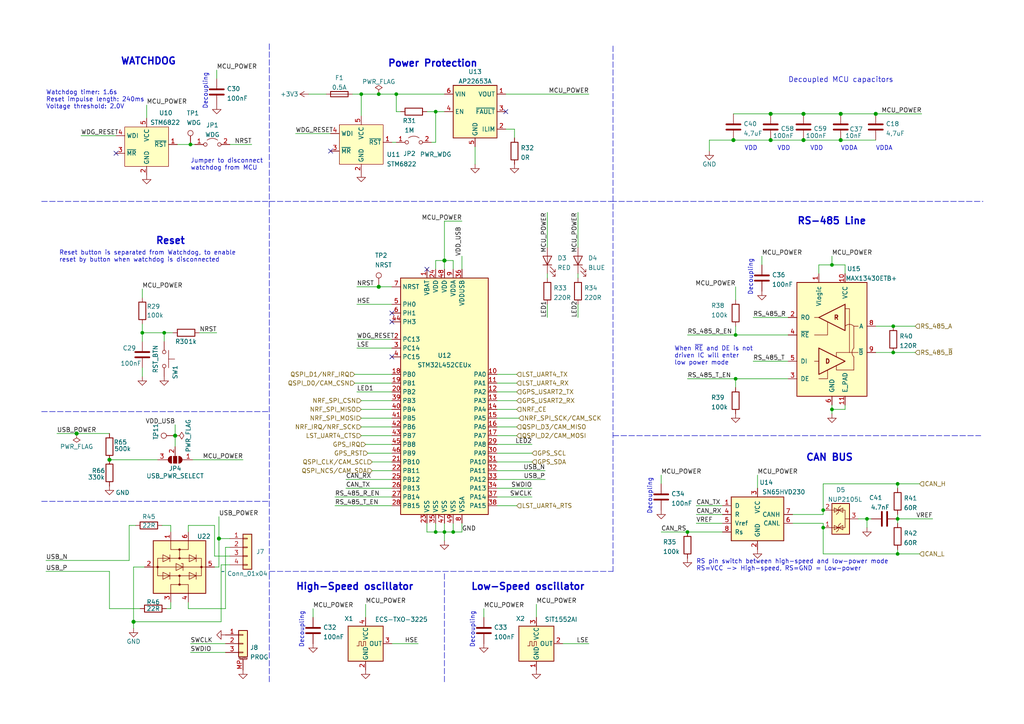
<source format=kicad_sch>
(kicad_sch (version 20211123) (generator eeschema)

  (uuid c99b1bac-5015-436e-be77-1f69903b02de)

  (paper "A4")

  (lib_symbols
    (symbol "Connector:TestPoint" (pin_numbers hide) (pin_names (offset 0.762) hide) (in_bom yes) (on_board yes)
      (property "Reference" "TP" (id 0) (at 0 6.858 0)
        (effects (font (size 1.27 1.27)))
      )
      (property "Value" "TestPoint" (id 1) (at 0 5.08 0)
        (effects (font (size 1.27 1.27)))
      )
      (property "Footprint" "" (id 2) (at 5.08 0 0)
        (effects (font (size 1.27 1.27)) hide)
      )
      (property "Datasheet" "~" (id 3) (at 5.08 0 0)
        (effects (font (size 1.27 1.27)) hide)
      )
      (property "ki_keywords" "test point tp" (id 4) (at 0 0 0)
        (effects (font (size 1.27 1.27)) hide)
      )
      (property "ki_description" "test point" (id 5) (at 0 0 0)
        (effects (font (size 1.27 1.27)) hide)
      )
      (property "ki_fp_filters" "Pin* Test*" (id 6) (at 0 0 0)
        (effects (font (size 1.27 1.27)) hide)
      )
      (symbol "TestPoint_0_1"
        (circle (center 0 3.302) (radius 0.762)
          (stroke (width 0) (type default) (color 0 0 0 0))
          (fill (type none))
        )
      )
      (symbol "TestPoint_1_1"
        (pin passive line (at 0 0 90) (length 2.54)
          (name "1" (effects (font (size 1.27 1.27))))
          (number "1" (effects (font (size 1.27 1.27))))
        )
      )
    )
    (symbol "Connector_Generic:Conn_01x04" (pin_names (offset 1.016) hide) (in_bom yes) (on_board yes)
      (property "Reference" "J" (id 0) (at 0 5.08 0)
        (effects (font (size 1.27 1.27)))
      )
      (property "Value" "Conn_01x04" (id 1) (at 0 -7.62 0)
        (effects (font (size 1.27 1.27)))
      )
      (property "Footprint" "" (id 2) (at 0 0 0)
        (effects (font (size 1.27 1.27)) hide)
      )
      (property "Datasheet" "~" (id 3) (at 0 0 0)
        (effects (font (size 1.27 1.27)) hide)
      )
      (property "ki_keywords" "connector" (id 4) (at 0 0 0)
        (effects (font (size 1.27 1.27)) hide)
      )
      (property "ki_description" "Generic connector, single row, 01x04, script generated (kicad-library-utils/schlib/autogen/connector/)" (id 5) (at 0 0 0)
        (effects (font (size 1.27 1.27)) hide)
      )
      (property "ki_fp_filters" "Connector*:*_1x??_*" (id 6) (at 0 0 0)
        (effects (font (size 1.27 1.27)) hide)
      )
      (symbol "Conn_01x04_1_1"
        (rectangle (start -1.27 -4.953) (end 0 -5.207)
          (stroke (width 0.1524) (type default) (color 0 0 0 0))
          (fill (type none))
        )
        (rectangle (start -1.27 -2.413) (end 0 -2.667)
          (stroke (width 0.1524) (type default) (color 0 0 0 0))
          (fill (type none))
        )
        (rectangle (start -1.27 0.127) (end 0 -0.127)
          (stroke (width 0.1524) (type default) (color 0 0 0 0))
          (fill (type none))
        )
        (rectangle (start -1.27 2.667) (end 0 2.413)
          (stroke (width 0.1524) (type default) (color 0 0 0 0))
          (fill (type none))
        )
        (rectangle (start -1.27 3.81) (end 1.27 -6.35)
          (stroke (width 0.254) (type default) (color 0 0 0 0))
          (fill (type background))
        )
        (pin passive line (at -5.08 2.54 0) (length 3.81)
          (name "Pin_1" (effects (font (size 1.27 1.27))))
          (number "1" (effects (font (size 1.27 1.27))))
        )
        (pin passive line (at -5.08 0 0) (length 3.81)
          (name "Pin_2" (effects (font (size 1.27 1.27))))
          (number "2" (effects (font (size 1.27 1.27))))
        )
        (pin passive line (at -5.08 -2.54 0) (length 3.81)
          (name "Pin_3" (effects (font (size 1.27 1.27))))
          (number "3" (effects (font (size 1.27 1.27))))
        )
        (pin passive line (at -5.08 -5.08 0) (length 3.81)
          (name "Pin_4" (effects (font (size 1.27 1.27))))
          (number "4" (effects (font (size 1.27 1.27))))
        )
      )
    )
    (symbol "Connector_Generic_MountingPin:Conn_01x03_MountingPin" (pin_names (offset 1.016) hide) (in_bom yes) (on_board yes)
      (property "Reference" "J" (id 0) (at 0 5.08 0)
        (effects (font (size 1.27 1.27)))
      )
      (property "Value" "Conn_01x03_MountingPin" (id 1) (at 1.27 -5.08 0)
        (effects (font (size 1.27 1.27)) (justify left))
      )
      (property "Footprint" "" (id 2) (at 0 0 0)
        (effects (font (size 1.27 1.27)) hide)
      )
      (property "Datasheet" "~" (id 3) (at 0 0 0)
        (effects (font (size 1.27 1.27)) hide)
      )
      (property "ki_keywords" "connector" (id 4) (at 0 0 0)
        (effects (font (size 1.27 1.27)) hide)
      )
      (property "ki_description" "Generic connectable mounting pin connector, single row, 01x03, script generated (kicad-library-utils/schlib/autogen/connector/)" (id 5) (at 0 0 0)
        (effects (font (size 1.27 1.27)) hide)
      )
      (property "ki_fp_filters" "Connector*:*_1x??-1MP*" (id 6) (at 0 0 0)
        (effects (font (size 1.27 1.27)) hide)
      )
      (symbol "Conn_01x03_MountingPin_1_1"
        (rectangle (start -1.27 -2.413) (end 0 -2.667)
          (stroke (width 0.1524) (type default) (color 0 0 0 0))
          (fill (type none))
        )
        (rectangle (start -1.27 0.127) (end 0 -0.127)
          (stroke (width 0.1524) (type default) (color 0 0 0 0))
          (fill (type none))
        )
        (rectangle (start -1.27 2.667) (end 0 2.413)
          (stroke (width 0.1524) (type default) (color 0 0 0 0))
          (fill (type none))
        )
        (rectangle (start -1.27 3.81) (end 1.27 -3.81)
          (stroke (width 0.254) (type default) (color 0 0 0 0))
          (fill (type background))
        )
        (polyline
          (pts
            (xy -1.016 -4.572)
            (xy 1.016 -4.572)
          )
          (stroke (width 0.1524) (type default) (color 0 0 0 0))
          (fill (type none))
        )
        (text "Mounting" (at 0 -4.191 0)
          (effects (font (size 0.381 0.381)))
        )
        (pin passive line (at -5.08 2.54 0) (length 3.81)
          (name "Pin_1" (effects (font (size 1.27 1.27))))
          (number "1" (effects (font (size 1.27 1.27))))
        )
        (pin passive line (at -5.08 0 0) (length 3.81)
          (name "Pin_2" (effects (font (size 1.27 1.27))))
          (number "2" (effects (font (size 1.27 1.27))))
        )
        (pin passive line (at -5.08 -2.54 0) (length 3.81)
          (name "Pin_3" (effects (font (size 1.27 1.27))))
          (number "3" (effects (font (size 1.27 1.27))))
        )
        (pin passive line (at 0 -7.62 90) (length 3.048)
          (name "MountPin" (effects (font (size 1.27 1.27))))
          (number "MP" (effects (font (size 1.27 1.27))))
        )
      )
    )
    (symbol "Device:C" (pin_numbers hide) (pin_names (offset 0.254)) (in_bom yes) (on_board yes)
      (property "Reference" "C" (id 0) (at 0.635 2.54 0)
        (effects (font (size 1.27 1.27)) (justify left))
      )
      (property "Value" "C" (id 1) (at 0.635 -2.54 0)
        (effects (font (size 1.27 1.27)) (justify left))
      )
      (property "Footprint" "" (id 2) (at 0.9652 -3.81 0)
        (effects (font (size 1.27 1.27)) hide)
      )
      (property "Datasheet" "~" (id 3) (at 0 0 0)
        (effects (font (size 1.27 1.27)) hide)
      )
      (property "ki_keywords" "cap capacitor" (id 4) (at 0 0 0)
        (effects (font (size 1.27 1.27)) hide)
      )
      (property "ki_description" "Unpolarized capacitor" (id 5) (at 0 0 0)
        (effects (font (size 1.27 1.27)) hide)
      )
      (property "ki_fp_filters" "C_*" (id 6) (at 0 0 0)
        (effects (font (size 1.27 1.27)) hide)
      )
      (symbol "C_0_1"
        (polyline
          (pts
            (xy -2.032 -0.762)
            (xy 2.032 -0.762)
          )
          (stroke (width 0.508) (type default) (color 0 0 0 0))
          (fill (type none))
        )
        (polyline
          (pts
            (xy -2.032 0.762)
            (xy 2.032 0.762)
          )
          (stroke (width 0.508) (type default) (color 0 0 0 0))
          (fill (type none))
        )
      )
      (symbol "C_1_1"
        (pin passive line (at 0 3.81 270) (length 2.794)
          (name "~" (effects (font (size 1.27 1.27))))
          (number "1" (effects (font (size 1.27 1.27))))
        )
        (pin passive line (at 0 -3.81 90) (length 2.794)
          (name "~" (effects (font (size 1.27 1.27))))
          (number "2" (effects (font (size 1.27 1.27))))
        )
      )
    )
    (symbol "Device:Fuse" (pin_numbers hide) (pin_names (offset 0)) (in_bom yes) (on_board yes)
      (property "Reference" "F" (id 0) (at 2.032 0 90)
        (effects (font (size 1.27 1.27)))
      )
      (property "Value" "Fuse" (id 1) (at -1.905 0 90)
        (effects (font (size 1.27 1.27)))
      )
      (property "Footprint" "" (id 2) (at -1.778 0 90)
        (effects (font (size 1.27 1.27)) hide)
      )
      (property "Datasheet" "~" (id 3) (at 0 0 0)
        (effects (font (size 1.27 1.27)) hide)
      )
      (property "ki_keywords" "fuse" (id 4) (at 0 0 0)
        (effects (font (size 1.27 1.27)) hide)
      )
      (property "ki_description" "Fuse" (id 5) (at 0 0 0)
        (effects (font (size 1.27 1.27)) hide)
      )
      (property "ki_fp_filters" "*Fuse*" (id 6) (at 0 0 0)
        (effects (font (size 1.27 1.27)) hide)
      )
      (symbol "Fuse_0_1"
        (rectangle (start -0.762 -2.54) (end 0.762 2.54)
          (stroke (width 0.254) (type default) (color 0 0 0 0))
          (fill (type none))
        )
        (polyline
          (pts
            (xy 0 2.54)
            (xy 0 -2.54)
          )
          (stroke (width 0) (type default) (color 0 0 0 0))
          (fill (type none))
        )
      )
      (symbol "Fuse_1_1"
        (pin passive line (at 0 3.81 270) (length 1.27)
          (name "~" (effects (font (size 1.27 1.27))))
          (number "1" (effects (font (size 1.27 1.27))))
        )
        (pin passive line (at 0 -3.81 90) (length 1.27)
          (name "~" (effects (font (size 1.27 1.27))))
          (number "2" (effects (font (size 1.27 1.27))))
        )
      )
    )
    (symbol "Device:LED" (pin_numbers hide) (pin_names (offset 1.016) hide) (in_bom yes) (on_board yes)
      (property "Reference" "D" (id 0) (at 0 2.54 0)
        (effects (font (size 1.27 1.27)))
      )
      (property "Value" "LED" (id 1) (at 0 -2.54 0)
        (effects (font (size 1.27 1.27)))
      )
      (property "Footprint" "" (id 2) (at 0 0 0)
        (effects (font (size 1.27 1.27)) hide)
      )
      (property "Datasheet" "~" (id 3) (at 0 0 0)
        (effects (font (size 1.27 1.27)) hide)
      )
      (property "ki_keywords" "LED diode" (id 4) (at 0 0 0)
        (effects (font (size 1.27 1.27)) hide)
      )
      (property "ki_description" "Light emitting diode" (id 5) (at 0 0 0)
        (effects (font (size 1.27 1.27)) hide)
      )
      (property "ki_fp_filters" "LED* LED_SMD:* LED_THT:*" (id 6) (at 0 0 0)
        (effects (font (size 1.27 1.27)) hide)
      )
      (symbol "LED_0_1"
        (polyline
          (pts
            (xy -1.27 -1.27)
            (xy -1.27 1.27)
          )
          (stroke (width 0.2032) (type default) (color 0 0 0 0))
          (fill (type none))
        )
        (polyline
          (pts
            (xy -1.27 0)
            (xy 1.27 0)
          )
          (stroke (width 0) (type default) (color 0 0 0 0))
          (fill (type none))
        )
        (polyline
          (pts
            (xy 1.27 -1.27)
            (xy 1.27 1.27)
            (xy -1.27 0)
            (xy 1.27 -1.27)
          )
          (stroke (width 0.2032) (type default) (color 0 0 0 0))
          (fill (type none))
        )
        (polyline
          (pts
            (xy -3.048 -0.762)
            (xy -4.572 -2.286)
            (xy -3.81 -2.286)
            (xy -4.572 -2.286)
            (xy -4.572 -1.524)
          )
          (stroke (width 0) (type default) (color 0 0 0 0))
          (fill (type none))
        )
        (polyline
          (pts
            (xy -1.778 -0.762)
            (xy -3.302 -2.286)
            (xy -2.54 -2.286)
            (xy -3.302 -2.286)
            (xy -3.302 -1.524)
          )
          (stroke (width 0) (type default) (color 0 0 0 0))
          (fill (type none))
        )
      )
      (symbol "LED_1_1"
        (pin passive line (at -3.81 0 0) (length 2.54)
          (name "K" (effects (font (size 1.27 1.27))))
          (number "1" (effects (font (size 1.27 1.27))))
        )
        (pin passive line (at 3.81 0 180) (length 2.54)
          (name "A" (effects (font (size 1.27 1.27))))
          (number "2" (effects (font (size 1.27 1.27))))
        )
      )
    )
    (symbol "Device:R" (pin_numbers hide) (pin_names (offset 0)) (in_bom yes) (on_board yes)
      (property "Reference" "R" (id 0) (at 2.032 0 90)
        (effects (font (size 1.27 1.27)))
      )
      (property "Value" "R" (id 1) (at 0 0 90)
        (effects (font (size 1.27 1.27)))
      )
      (property "Footprint" "" (id 2) (at -1.778 0 90)
        (effects (font (size 1.27 1.27)) hide)
      )
      (property "Datasheet" "~" (id 3) (at 0 0 0)
        (effects (font (size 1.27 1.27)) hide)
      )
      (property "ki_keywords" "R res resistor" (id 4) (at 0 0 0)
        (effects (font (size 1.27 1.27)) hide)
      )
      (property "ki_description" "Resistor" (id 5) (at 0 0 0)
        (effects (font (size 1.27 1.27)) hide)
      )
      (property "ki_fp_filters" "R_*" (id 6) (at 0 0 0)
        (effects (font (size 1.27 1.27)) hide)
      )
      (symbol "R_0_1"
        (rectangle (start -1.016 -2.54) (end 1.016 2.54)
          (stroke (width 0.254) (type default) (color 0 0 0 0))
          (fill (type none))
        )
      )
      (symbol "R_1_1"
        (pin passive line (at 0 3.81 270) (length 1.27)
          (name "~" (effects (font (size 1.27 1.27))))
          (number "1" (effects (font (size 1.27 1.27))))
        )
        (pin passive line (at 0 -3.81 90) (length 1.27)
          (name "~" (effects (font (size 1.27 1.27))))
          (number "2" (effects (font (size 1.27 1.27))))
        )
      )
    )
    (symbol "Interface_CAN_LIN:SN65HVD230" (pin_names (offset 1.016)) (in_bom yes) (on_board yes)
      (property "Reference" "U" (id 0) (at -2.54 10.16 0)
        (effects (font (size 1.27 1.27)) (justify right))
      )
      (property "Value" "SN65HVD230" (id 1) (at -2.54 7.62 0)
        (effects (font (size 1.27 1.27)) (justify right))
      )
      (property "Footprint" "Package_SO:SOIC-8_3.9x4.9mm_P1.27mm" (id 2) (at 0 -12.7 0)
        (effects (font (size 1.27 1.27)) hide)
      )
      (property "Datasheet" "http://www.ti.com/lit/ds/symlink/sn65hvd230.pdf" (id 3) (at -2.54 10.16 0)
        (effects (font (size 1.27 1.27)) hide)
      )
      (property "ki_keywords" "can transeiver ti low-power" (id 4) (at 0 0 0)
        (effects (font (size 1.27 1.27)) hide)
      )
      (property "ki_description" "CAN Bus Transceivers, 3.3V, 1Mbps, Low-Power capabilities, SOIC-8" (id 5) (at 0 0 0)
        (effects (font (size 1.27 1.27)) hide)
      )
      (property "ki_fp_filters" "SOIC*3.9x4.9mm*P1.27mm*" (id 6) (at 0 0 0)
        (effects (font (size 1.27 1.27)) hide)
      )
      (symbol "SN65HVD230_0_1"
        (rectangle (start -7.62 5.08) (end 7.62 -7.62)
          (stroke (width 0.254) (type default) (color 0 0 0 0))
          (fill (type background))
        )
      )
      (symbol "SN65HVD230_1_1"
        (pin input line (at -10.16 2.54 0) (length 2.54)
          (name "D" (effects (font (size 1.27 1.27))))
          (number "1" (effects (font (size 1.27 1.27))))
        )
        (pin power_in line (at 0 -10.16 90) (length 2.54)
          (name "GND" (effects (font (size 1.27 1.27))))
          (number "2" (effects (font (size 1.27 1.27))))
        )
        (pin power_in line (at 0 7.62 270) (length 2.54)
          (name "VCC" (effects (font (size 1.27 1.27))))
          (number "3" (effects (font (size 1.27 1.27))))
        )
        (pin output line (at -10.16 0 0) (length 2.54)
          (name "R" (effects (font (size 1.27 1.27))))
          (number "4" (effects (font (size 1.27 1.27))))
        )
        (pin output line (at -10.16 -2.54 0) (length 2.54)
          (name "Vref" (effects (font (size 1.27 1.27))))
          (number "5" (effects (font (size 1.27 1.27))))
        )
        (pin bidirectional line (at 10.16 -2.54 180) (length 2.54)
          (name "CANL" (effects (font (size 1.27 1.27))))
          (number "6" (effects (font (size 1.27 1.27))))
        )
        (pin bidirectional line (at 10.16 0 180) (length 2.54)
          (name "CANH" (effects (font (size 1.27 1.27))))
          (number "7" (effects (font (size 1.27 1.27))))
        )
        (pin input line (at -10.16 -5.08 0) (length 2.54)
          (name "Rs" (effects (font (size 1.27 1.27))))
          (number "8" (effects (font (size 1.27 1.27))))
        )
      )
    )
    (symbol "Jumper:Jumper_2_Open" (pin_names (offset 0) hide) (in_bom yes) (on_board yes)
      (property "Reference" "JP" (id 0) (at 0 2.794 0)
        (effects (font (size 1.27 1.27)))
      )
      (property "Value" "Jumper_2_Open" (id 1) (at 0 -2.286 0)
        (effects (font (size 1.27 1.27)))
      )
      (property "Footprint" "" (id 2) (at 0 0 0)
        (effects (font (size 1.27 1.27)) hide)
      )
      (property "Datasheet" "~" (id 3) (at 0 0 0)
        (effects (font (size 1.27 1.27)) hide)
      )
      (property "ki_keywords" "Jumper SPST" (id 4) (at 0 0 0)
        (effects (font (size 1.27 1.27)) hide)
      )
      (property "ki_description" "Jumper, 2-pole, open" (id 5) (at 0 0 0)
        (effects (font (size 1.27 1.27)) hide)
      )
      (property "ki_fp_filters" "Jumper* TestPoint*2Pads* TestPoint*Bridge*" (id 6) (at 0 0 0)
        (effects (font (size 1.27 1.27)) hide)
      )
      (symbol "Jumper_2_Open_0_0"
        (circle (center -2.032 0) (radius 0.508)
          (stroke (width 0) (type default) (color 0 0 0 0))
          (fill (type none))
        )
        (circle (center 2.032 0) (radius 0.508)
          (stroke (width 0) (type default) (color 0 0 0 0))
          (fill (type none))
        )
      )
      (symbol "Jumper_2_Open_0_1"
        (arc (start 1.524 1.27) (mid 0 1.778) (end -1.524 1.27)
          (stroke (width 0) (type default) (color 0 0 0 0))
          (fill (type none))
        )
      )
      (symbol "Jumper_2_Open_1_1"
        (pin passive line (at -5.08 0 0) (length 2.54)
          (name "A" (effects (font (size 1.27 1.27))))
          (number "1" (effects (font (size 1.27 1.27))))
        )
        (pin passive line (at 5.08 0 180) (length 2.54)
          (name "B" (effects (font (size 1.27 1.27))))
          (number "2" (effects (font (size 1.27 1.27))))
        )
      )
    )
    (symbol "Jumper:SolderJumper_3_Open" (pin_names (offset 0) hide) (in_bom yes) (on_board yes)
      (property "Reference" "JP" (id 0) (at -2.54 -2.54 0)
        (effects (font (size 1.27 1.27)))
      )
      (property "Value" "SolderJumper_3_Open" (id 1) (at 0 2.794 0)
        (effects (font (size 1.27 1.27)))
      )
      (property "Footprint" "" (id 2) (at 0 0 0)
        (effects (font (size 1.27 1.27)) hide)
      )
      (property "Datasheet" "~" (id 3) (at 0 0 0)
        (effects (font (size 1.27 1.27)) hide)
      )
      (property "ki_keywords" "Solder Jumper SPDT" (id 4) (at 0 0 0)
        (effects (font (size 1.27 1.27)) hide)
      )
      (property "ki_description" "Solder Jumper, 3-pole, open" (id 5) (at 0 0 0)
        (effects (font (size 1.27 1.27)) hide)
      )
      (property "ki_fp_filters" "SolderJumper*Open*" (id 6) (at 0 0 0)
        (effects (font (size 1.27 1.27)) hide)
      )
      (symbol "SolderJumper_3_Open_0_1"
        (arc (start -1.016 1.016) (mid -2.032 0) (end -1.016 -1.016)
          (stroke (width 0) (type default) (color 0 0 0 0))
          (fill (type none))
        )
        (arc (start -1.016 1.016) (mid -2.032 0) (end -1.016 -1.016)
          (stroke (width 0) (type default) (color 0 0 0 0))
          (fill (type outline))
        )
        (rectangle (start -0.508 1.016) (end 0.508 -1.016)
          (stroke (width 0) (type default) (color 0 0 0 0))
          (fill (type outline))
        )
        (polyline
          (pts
            (xy -2.54 0)
            (xy -2.032 0)
          )
          (stroke (width 0) (type default) (color 0 0 0 0))
          (fill (type none))
        )
        (polyline
          (pts
            (xy -1.016 1.016)
            (xy -1.016 -1.016)
          )
          (stroke (width 0) (type default) (color 0 0 0 0))
          (fill (type none))
        )
        (polyline
          (pts
            (xy 0 -1.27)
            (xy 0 -1.016)
          )
          (stroke (width 0) (type default) (color 0 0 0 0))
          (fill (type none))
        )
        (polyline
          (pts
            (xy 1.016 1.016)
            (xy 1.016 -1.016)
          )
          (stroke (width 0) (type default) (color 0 0 0 0))
          (fill (type none))
        )
        (polyline
          (pts
            (xy 2.54 0)
            (xy 2.032 0)
          )
          (stroke (width 0) (type default) (color 0 0 0 0))
          (fill (type none))
        )
        (arc (start 1.016 -1.016) (mid 2.032 0) (end 1.016 1.016)
          (stroke (width 0) (type default) (color 0 0 0 0))
          (fill (type none))
        )
        (arc (start 1.016 -1.016) (mid 2.032 0) (end 1.016 1.016)
          (stroke (width 0) (type default) (color 0 0 0 0))
          (fill (type outline))
        )
      )
      (symbol "SolderJumper_3_Open_1_1"
        (pin passive line (at -5.08 0 0) (length 2.54)
          (name "A" (effects (font (size 1.27 1.27))))
          (number "1" (effects (font (size 1.27 1.27))))
        )
        (pin input line (at 0 -3.81 90) (length 2.54)
          (name "C" (effects (font (size 1.27 1.27))))
          (number "2" (effects (font (size 1.27 1.27))))
        )
        (pin passive line (at 5.08 0 180) (length 2.54)
          (name "B" (effects (font (size 1.27 1.27))))
          (number "3" (effects (font (size 1.27 1.27))))
        )
      )
    )
    (symbol "MCU_ST_STM32L4:STM32L452CEUx" (in_bom yes) (on_board yes)
      (property "Reference" "U" (id 0) (at -12.7 34.29 0)
        (effects (font (size 1.27 1.27)) (justify left))
      )
      (property "Value" "STM32L452CEUx" (id 1) (at 7.62 34.29 0)
        (effects (font (size 1.27 1.27)) (justify left))
      )
      (property "Footprint" "Package_DFN_QFN:QFN-48-1EP_7x7mm_P0.5mm_EP5.6x5.6mm" (id 2) (at -12.7 -35.56 0)
        (effects (font (size 1.27 1.27)) (justify right) hide)
      )
      (property "Datasheet" "http://www.st.com/st-web-ui/static/active/en/resource/technical/document/datasheet/DM00340549.pdf" (id 3) (at 0 0 0)
        (effects (font (size 1.27 1.27)) hide)
      )
      (property "ki_keywords" "ARM Cortex-M4 STM32L4 STM32L4x2" (id 4) (at 0 0 0)
        (effects (font (size 1.27 1.27)) hide)
      )
      (property "ki_description" "ARM Cortex-M4 MCU, 512KB flash, 160KB RAM, 80MHz, 1.71-3.6V, 38 GPIO, UFQFPN-48" (id 5) (at 0 0 0)
        (effects (font (size 1.27 1.27)) hide)
      )
      (property "ki_fp_filters" "QFN*1EP*7x7mm*P0.5mm*" (id 6) (at 0 0 0)
        (effects (font (size 1.27 1.27)) hide)
      )
      (symbol "STM32L452CEUx_0_1"
        (rectangle (start -12.7 -35.56) (end 12.7 33.02)
          (stroke (width 0.254) (type default) (color 0 0 0 0))
          (fill (type background))
        )
      )
      (symbol "STM32L452CEUx_1_1"
        (pin power_in line (at -5.08 35.56 270) (length 2.54)
          (name "VBAT" (effects (font (size 1.27 1.27))))
          (number "1" (effects (font (size 1.27 1.27))))
        )
        (pin bidirectional line (at 15.24 5.08 180) (length 2.54)
          (name "PA0" (effects (font (size 1.27 1.27))))
          (number "10" (effects (font (size 1.27 1.27))))
        )
        (pin bidirectional line (at 15.24 2.54 180) (length 2.54)
          (name "PA1" (effects (font (size 1.27 1.27))))
          (number "11" (effects (font (size 1.27 1.27))))
        )
        (pin bidirectional line (at 15.24 0 180) (length 2.54)
          (name "PA2" (effects (font (size 1.27 1.27))))
          (number "12" (effects (font (size 1.27 1.27))))
        )
        (pin bidirectional line (at 15.24 -2.54 180) (length 2.54)
          (name "PA3" (effects (font (size 1.27 1.27))))
          (number "13" (effects (font (size 1.27 1.27))))
        )
        (pin bidirectional line (at 15.24 -5.08 180) (length 2.54)
          (name "PA4" (effects (font (size 1.27 1.27))))
          (number "14" (effects (font (size 1.27 1.27))))
        )
        (pin bidirectional line (at 15.24 -7.62 180) (length 2.54)
          (name "PA5" (effects (font (size 1.27 1.27))))
          (number "15" (effects (font (size 1.27 1.27))))
        )
        (pin bidirectional line (at 15.24 -10.16 180) (length 2.54)
          (name "PA6" (effects (font (size 1.27 1.27))))
          (number "16" (effects (font (size 1.27 1.27))))
        )
        (pin bidirectional line (at 15.24 -12.7 180) (length 2.54)
          (name "PA7" (effects (font (size 1.27 1.27))))
          (number "17" (effects (font (size 1.27 1.27))))
        )
        (pin bidirectional line (at -15.24 5.08 0) (length 2.54)
          (name "PB0" (effects (font (size 1.27 1.27))))
          (number "18" (effects (font (size 1.27 1.27))))
        )
        (pin bidirectional line (at -15.24 2.54 0) (length 2.54)
          (name "PB1" (effects (font (size 1.27 1.27))))
          (number "19" (effects (font (size 1.27 1.27))))
        )
        (pin bidirectional line (at -15.24 15.24 0) (length 2.54)
          (name "PC13" (effects (font (size 1.27 1.27))))
          (number "2" (effects (font (size 1.27 1.27))))
        )
        (pin bidirectional line (at -15.24 0 0) (length 2.54)
          (name "PB2" (effects (font (size 1.27 1.27))))
          (number "20" (effects (font (size 1.27 1.27))))
        )
        (pin bidirectional line (at -15.24 -20.32 0) (length 2.54)
          (name "PB10" (effects (font (size 1.27 1.27))))
          (number "21" (effects (font (size 1.27 1.27))))
        )
        (pin bidirectional line (at -15.24 -22.86 0) (length 2.54)
          (name "PB11" (effects (font (size 1.27 1.27))))
          (number "22" (effects (font (size 1.27 1.27))))
        )
        (pin power_in line (at -5.08 -38.1 90) (length 2.54)
          (name "VSS" (effects (font (size 1.27 1.27))))
          (number "23" (effects (font (size 1.27 1.27))))
        )
        (pin power_in line (at -2.54 35.56 270) (length 2.54)
          (name "VDD" (effects (font (size 1.27 1.27))))
          (number "24" (effects (font (size 1.27 1.27))))
        )
        (pin bidirectional line (at -15.24 -25.4 0) (length 2.54)
          (name "PB12" (effects (font (size 1.27 1.27))))
          (number "25" (effects (font (size 1.27 1.27))))
        )
        (pin bidirectional line (at -15.24 -27.94 0) (length 2.54)
          (name "PB13" (effects (font (size 1.27 1.27))))
          (number "26" (effects (font (size 1.27 1.27))))
        )
        (pin bidirectional line (at -15.24 -30.48 0) (length 2.54)
          (name "PB14" (effects (font (size 1.27 1.27))))
          (number "27" (effects (font (size 1.27 1.27))))
        )
        (pin bidirectional line (at -15.24 -33.02 0) (length 2.54)
          (name "PB15" (effects (font (size 1.27 1.27))))
          (number "28" (effects (font (size 1.27 1.27))))
        )
        (pin bidirectional line (at 15.24 -15.24 180) (length 2.54)
          (name "PA8" (effects (font (size 1.27 1.27))))
          (number "29" (effects (font (size 1.27 1.27))))
        )
        (pin bidirectional line (at -15.24 12.7 0) (length 2.54)
          (name "PC14" (effects (font (size 1.27 1.27))))
          (number "3" (effects (font (size 1.27 1.27))))
        )
        (pin bidirectional line (at 15.24 -17.78 180) (length 2.54)
          (name "PA9" (effects (font (size 1.27 1.27))))
          (number "30" (effects (font (size 1.27 1.27))))
        )
        (pin bidirectional line (at 15.24 -20.32 180) (length 2.54)
          (name "PA10" (effects (font (size 1.27 1.27))))
          (number "31" (effects (font (size 1.27 1.27))))
        )
        (pin bidirectional line (at 15.24 -22.86 180) (length 2.54)
          (name "PA11" (effects (font (size 1.27 1.27))))
          (number "32" (effects (font (size 1.27 1.27))))
        )
        (pin bidirectional line (at 15.24 -25.4 180) (length 2.54)
          (name "PA12" (effects (font (size 1.27 1.27))))
          (number "33" (effects (font (size 1.27 1.27))))
        )
        (pin bidirectional line (at 15.24 -27.94 180) (length 2.54)
          (name "PA13" (effects (font (size 1.27 1.27))))
          (number "34" (effects (font (size 1.27 1.27))))
        )
        (pin power_in line (at -2.54 -38.1 90) (length 2.54)
          (name "VSS" (effects (font (size 1.27 1.27))))
          (number "35" (effects (font (size 1.27 1.27))))
        )
        (pin power_in line (at 5.08 35.56 270) (length 2.54)
          (name "VDDUSB" (effects (font (size 1.27 1.27))))
          (number "36" (effects (font (size 1.27 1.27))))
        )
        (pin bidirectional line (at 15.24 -30.48 180) (length 2.54)
          (name "PA14" (effects (font (size 1.27 1.27))))
          (number "37" (effects (font (size 1.27 1.27))))
        )
        (pin bidirectional line (at 15.24 -33.02 180) (length 2.54)
          (name "PA15" (effects (font (size 1.27 1.27))))
          (number "38" (effects (font (size 1.27 1.27))))
        )
        (pin bidirectional line (at -15.24 -2.54 0) (length 2.54)
          (name "PB3" (effects (font (size 1.27 1.27))))
          (number "39" (effects (font (size 1.27 1.27))))
        )
        (pin bidirectional line (at -15.24 10.16 0) (length 2.54)
          (name "PC15" (effects (font (size 1.27 1.27))))
          (number "4" (effects (font (size 1.27 1.27))))
        )
        (pin bidirectional line (at -15.24 -5.08 0) (length 2.54)
          (name "PB4" (effects (font (size 1.27 1.27))))
          (number "40" (effects (font (size 1.27 1.27))))
        )
        (pin bidirectional line (at -15.24 -7.62 0) (length 2.54)
          (name "PB5" (effects (font (size 1.27 1.27))))
          (number "41" (effects (font (size 1.27 1.27))))
        )
        (pin bidirectional line (at -15.24 -10.16 0) (length 2.54)
          (name "PB6" (effects (font (size 1.27 1.27))))
          (number "42" (effects (font (size 1.27 1.27))))
        )
        (pin bidirectional line (at -15.24 -12.7 0) (length 2.54)
          (name "PB7" (effects (font (size 1.27 1.27))))
          (number "43" (effects (font (size 1.27 1.27))))
        )
        (pin bidirectional line (at -15.24 20.32 0) (length 2.54)
          (name "PH3" (effects (font (size 1.27 1.27))))
          (number "44" (effects (font (size 1.27 1.27))))
        )
        (pin bidirectional line (at -15.24 -15.24 0) (length 2.54)
          (name "PB8" (effects (font (size 1.27 1.27))))
          (number "45" (effects (font (size 1.27 1.27))))
        )
        (pin bidirectional line (at -15.24 -17.78 0) (length 2.54)
          (name "PB9" (effects (font (size 1.27 1.27))))
          (number "46" (effects (font (size 1.27 1.27))))
        )
        (pin power_in line (at 0 -38.1 90) (length 2.54)
          (name "VSS" (effects (font (size 1.27 1.27))))
          (number "47" (effects (font (size 1.27 1.27))))
        )
        (pin power_in line (at 0 35.56 270) (length 2.54)
          (name "VDD" (effects (font (size 1.27 1.27))))
          (number "48" (effects (font (size 1.27 1.27))))
        )
        (pin power_in line (at 2.54 -38.1 90) (length 2.54)
          (name "VSS" (effects (font (size 1.27 1.27))))
          (number "49" (effects (font (size 1.27 1.27))))
        )
        (pin input line (at -15.24 25.4 0) (length 2.54)
          (name "PH0" (effects (font (size 1.27 1.27))))
          (number "5" (effects (font (size 1.27 1.27))))
        )
        (pin input line (at -15.24 22.86 0) (length 2.54)
          (name "PH1" (effects (font (size 1.27 1.27))))
          (number "6" (effects (font (size 1.27 1.27))))
        )
        (pin input line (at -15.24 30.48 0) (length 2.54)
          (name "NRST" (effects (font (size 1.27 1.27))))
          (number "7" (effects (font (size 1.27 1.27))))
        )
        (pin power_in line (at 5.08 -38.1 90) (length 2.54)
          (name "VSSA" (effects (font (size 1.27 1.27))))
          (number "8" (effects (font (size 1.27 1.27))))
        )
        (pin power_in line (at 2.54 35.56 270) (length 2.54)
          (name "VDDA" (effects (font (size 1.27 1.27))))
          (number "9" (effects (font (size 1.27 1.27))))
        )
      )
    )
    (symbol "Power_Protection:NUP2105L" (pin_names hide) (in_bom yes) (on_board yes)
      (property "Reference" "D" (id 0) (at 5.715 2.54 0)
        (effects (font (size 1.27 1.27)) (justify left))
      )
      (property "Value" "NUP2105L" (id 1) (at 5.715 0.635 0)
        (effects (font (size 1.27 1.27)) (justify left))
      )
      (property "Footprint" "Package_TO_SOT_SMD:SOT-23" (id 2) (at 5.715 -1.27 0)
        (effects (font (size 1.27 1.27)) (justify left) hide)
      )
      (property "Datasheet" "http://www.onsemi.com/pub_link/Collateral/NUP2105L-D.PDF" (id 3) (at 3.175 3.175 0)
        (effects (font (size 1.27 1.27)) hide)
      )
      (property "ki_keywords" "can esd protection suppression transient" (id 4) (at 0 0 0)
        (effects (font (size 1.27 1.27)) hide)
      )
      (property "ki_description" "Dual Line CAN Bus Protector, 24Vrwm" (id 5) (at 0 0 0)
        (effects (font (size 1.27 1.27)) hide)
      )
      (property "ki_fp_filters" "SOT?23*" (id 6) (at 0 0 0)
        (effects (font (size 1.27 1.27)) hide)
      )
      (symbol "NUP2105L_0_0"
        (pin passive line (at 0 -5.08 90) (length 2.54)
          (name "A" (effects (font (size 1.27 1.27))))
          (number "3" (effects (font (size 1.27 1.27))))
        )
      )
      (symbol "NUP2105L_0_1"
        (rectangle (start -4.445 2.54) (end 4.445 -2.54)
          (stroke (width 0.254) (type default) (color 0 0 0 0))
          (fill (type background))
        )
        (polyline
          (pts
            (xy -2.54 2.54)
            (xy -2.54 0.635)
          )
          (stroke (width 0) (type default) (color 0 0 0 0))
          (fill (type none))
        )
        (polyline
          (pts
            (xy 0 -1.27)
            (xy 0 -2.54)
          )
          (stroke (width 0) (type default) (color 0 0 0 0))
          (fill (type none))
        )
        (polyline
          (pts
            (xy 2.54 2.54)
            (xy 2.54 0.635)
          )
          (stroke (width 0) (type default) (color 0 0 0 0))
          (fill (type none))
        )
        (polyline
          (pts
            (xy -3.81 1.27)
            (xy -3.175 0.635)
            (xy -1.905 0.635)
            (xy -1.27 0)
          )
          (stroke (width 0) (type default) (color 0 0 0 0))
          (fill (type none))
        )
        (polyline
          (pts
            (xy -2.54 0.635)
            (xy -2.54 -1.27)
            (xy 2.54 -1.27)
            (xy 2.54 0.635)
          )
          (stroke (width 0) (type default) (color 0 0 0 0))
          (fill (type none))
        )
        (polyline
          (pts
            (xy -2.54 0.635)
            (xy -1.905 -0.635)
            (xy -3.175 -0.635)
            (xy -2.54 0.635)
          )
          (stroke (width 0) (type default) (color 0 0 0 0))
          (fill (type none))
        )
        (polyline
          (pts
            (xy 2.54 0.635)
            (xy 1.905 -0.635)
            (xy 3.175 -0.635)
            (xy 2.54 0.635)
          )
          (stroke (width 0) (type default) (color 0 0 0 0))
          (fill (type none))
        )
        (polyline
          (pts
            (xy 2.54 0.635)
            (xy 3.175 1.905)
            (xy 1.905 1.905)
            (xy 2.54 0.635)
          )
          (stroke (width 0) (type default) (color 0 0 0 0))
          (fill (type none))
        )
        (polyline
          (pts
            (xy -2.54 0.635)
            (xy -3.175 1.905)
            (xy -1.905 1.905)
            (xy -2.54 0.635)
            (xy -2.54 1.27)
          )
          (stroke (width 0) (type default) (color 0 0 0 0))
          (fill (type none))
        )
        (polyline
          (pts
            (xy 1.27 1.27)
            (xy 1.905 0.635)
            (xy 2.54 0.635)
            (xy 3.175 0.635)
            (xy 3.81 0)
          )
          (stroke (width 0) (type default) (color 0 0 0 0))
          (fill (type none))
        )
      )
      (symbol "NUP2105L_1_1"
        (pin passive line (at -2.54 5.08 270) (length 2.54)
          (name "K" (effects (font (size 1.27 1.27))))
          (number "1" (effects (font (size 1.27 1.27))))
        )
        (pin passive line (at 2.54 5.08 270) (length 2.54)
          (name "K" (effects (font (size 1.27 1.27))))
          (number "2" (effects (font (size 1.27 1.27))))
        )
      )
    )
    (symbol "Power_Protection:USBLC6-2P6" (pin_names hide) (in_bom yes) (on_board yes)
      (property "Reference" "U" (id 0) (at 2.54 8.89 0)
        (effects (font (size 1.27 1.27)) (justify left))
      )
      (property "Value" "USBLC6-2P6" (id 1) (at 2.54 -8.89 0)
        (effects (font (size 1.27 1.27)) (justify left))
      )
      (property "Footprint" "Package_TO_SOT_SMD:SOT-666" (id 2) (at 0 -12.7 0)
        (effects (font (size 1.27 1.27)) hide)
      )
      (property "Datasheet" "https://www.st.com/resource/en/datasheet/usblc6-2.pdf" (id 3) (at 5.08 8.89 0)
        (effects (font (size 1.27 1.27)) hide)
      )
      (property "ki_keywords" "usb ethernet video" (id 4) (at 0 0 0)
        (effects (font (size 1.27 1.27)) hide)
      )
      (property "ki_description" "Very low capacitance ESD protection diode, 2 data-line, SOT-666" (id 5) (at 0 0 0)
        (effects (font (size 1.27 1.27)) hide)
      )
      (property "ki_fp_filters" "SOT?666*" (id 6) (at 0 0 0)
        (effects (font (size 1.27 1.27)) hide)
      )
      (symbol "USBLC6-2P6_0_1"
        (rectangle (start -7.62 -7.62) (end 7.62 7.62)
          (stroke (width 0.254) (type default) (color 0 0 0 0))
          (fill (type background))
        )
        (circle (center -5.08 0) (radius 0.254)
          (stroke (width 0) (type default) (color 0 0 0 0))
          (fill (type outline))
        )
        (circle (center -2.54 0) (radius 0.254)
          (stroke (width 0) (type default) (color 0 0 0 0))
          (fill (type outline))
        )
        (rectangle (start -2.54 6.35) (end 2.54 -6.35)
          (stroke (width 0) (type default) (color 0 0 0 0))
          (fill (type none))
        )
        (circle (center 0 -6.35) (radius 0.254)
          (stroke (width 0) (type default) (color 0 0 0 0))
          (fill (type outline))
        )
        (polyline
          (pts
            (xy -5.08 -2.54)
            (xy -7.62 -2.54)
          )
          (stroke (width 0) (type default) (color 0 0 0 0))
          (fill (type none))
        )
        (polyline
          (pts
            (xy -5.08 0)
            (xy -5.08 -2.54)
          )
          (stroke (width 0) (type default) (color 0 0 0 0))
          (fill (type none))
        )
        (polyline
          (pts
            (xy -5.08 2.54)
            (xy -7.62 2.54)
          )
          (stroke (width 0) (type default) (color 0 0 0 0))
          (fill (type none))
        )
        (polyline
          (pts
            (xy -1.524 -2.794)
            (xy -3.556 -2.794)
          )
          (stroke (width 0) (type default) (color 0 0 0 0))
          (fill (type none))
        )
        (polyline
          (pts
            (xy -1.524 4.826)
            (xy -3.556 4.826)
          )
          (stroke (width 0) (type default) (color 0 0 0 0))
          (fill (type none))
        )
        (polyline
          (pts
            (xy 0 -7.62)
            (xy 0 -6.35)
          )
          (stroke (width 0) (type default) (color 0 0 0 0))
          (fill (type none))
        )
        (polyline
          (pts
            (xy 0 -6.35)
            (xy 0 1.27)
          )
          (stroke (width 0) (type default) (color 0 0 0 0))
          (fill (type none))
        )
        (polyline
          (pts
            (xy 0 1.27)
            (xy 0 6.35)
          )
          (stroke (width 0) (type default) (color 0 0 0 0))
          (fill (type none))
        )
        (polyline
          (pts
            (xy 0 6.35)
            (xy 0 7.62)
          )
          (stroke (width 0) (type default) (color 0 0 0 0))
          (fill (type none))
        )
        (polyline
          (pts
            (xy 1.524 -2.794)
            (xy 3.556 -2.794)
          )
          (stroke (width 0) (type default) (color 0 0 0 0))
          (fill (type none))
        )
        (polyline
          (pts
            (xy 1.524 4.826)
            (xy 3.556 4.826)
          )
          (stroke (width 0) (type default) (color 0 0 0 0))
          (fill (type none))
        )
        (polyline
          (pts
            (xy 5.08 -2.54)
            (xy 7.62 -2.54)
          )
          (stroke (width 0) (type default) (color 0 0 0 0))
          (fill (type none))
        )
        (polyline
          (pts
            (xy 5.08 0)
            (xy 5.08 -2.54)
          )
          (stroke (width 0) (type default) (color 0 0 0 0))
          (fill (type none))
        )
        (polyline
          (pts
            (xy 5.08 2.54)
            (xy 7.62 2.54)
          )
          (stroke (width 0) (type default) (color 0 0 0 0))
          (fill (type none))
        )
        (polyline
          (pts
            (xy -2.54 0)
            (xy -5.08 0)
            (xy -5.08 2.54)
          )
          (stroke (width 0) (type default) (color 0 0 0 0))
          (fill (type none))
        )
        (polyline
          (pts
            (xy 2.54 0)
            (xy 5.08 0)
            (xy 5.08 2.54)
          )
          (stroke (width 0) (type default) (color 0 0 0 0))
          (fill (type none))
        )
        (polyline
          (pts
            (xy -3.556 -4.826)
            (xy -1.524 -4.826)
            (xy -2.54 -2.794)
            (xy -3.556 -4.826)
          )
          (stroke (width 0) (type default) (color 0 0 0 0))
          (fill (type none))
        )
        (polyline
          (pts
            (xy -3.556 2.794)
            (xy -1.524 2.794)
            (xy -2.54 4.826)
            (xy -3.556 2.794)
          )
          (stroke (width 0) (type default) (color 0 0 0 0))
          (fill (type none))
        )
        (polyline
          (pts
            (xy -1.016 -1.016)
            (xy 1.016 -1.016)
            (xy 0 1.016)
            (xy -1.016 -1.016)
          )
          (stroke (width 0) (type default) (color 0 0 0 0))
          (fill (type none))
        )
        (polyline
          (pts
            (xy 1.016 1.016)
            (xy 0.762 1.016)
            (xy -1.016 1.016)
            (xy -1.016 0.508)
          )
          (stroke (width 0) (type default) (color 0 0 0 0))
          (fill (type none))
        )
        (polyline
          (pts
            (xy 3.556 -4.826)
            (xy 1.524 -4.826)
            (xy 2.54 -2.794)
            (xy 3.556 -4.826)
          )
          (stroke (width 0) (type default) (color 0 0 0 0))
          (fill (type none))
        )
        (polyline
          (pts
            (xy 3.556 2.794)
            (xy 1.524 2.794)
            (xy 2.54 4.826)
            (xy 3.556 2.794)
          )
          (stroke (width 0) (type default) (color 0 0 0 0))
          (fill (type none))
        )
        (circle (center 0 6.35) (radius 0.254)
          (stroke (width 0) (type default) (color 0 0 0 0))
          (fill (type outline))
        )
        (circle (center 2.54 0) (radius 0.254)
          (stroke (width 0) (type default) (color 0 0 0 0))
          (fill (type outline))
        )
        (circle (center 5.08 0) (radius 0.254)
          (stroke (width 0) (type default) (color 0 0 0 0))
          (fill (type outline))
        )
      )
      (symbol "USBLC6-2P6_1_1"
        (pin passive line (at -10.16 -2.54 0) (length 2.54)
          (name "I/O1" (effects (font (size 1.27 1.27))))
          (number "1" (effects (font (size 1.27 1.27))))
        )
        (pin passive line (at 0 -10.16 90) (length 2.54)
          (name "GND" (effects (font (size 1.27 1.27))))
          (number "2" (effects (font (size 1.27 1.27))))
        )
        (pin passive line (at 10.16 -2.54 180) (length 2.54)
          (name "I/O2" (effects (font (size 1.27 1.27))))
          (number "3" (effects (font (size 1.27 1.27))))
        )
        (pin passive line (at 10.16 2.54 180) (length 2.54)
          (name "I/O2" (effects (font (size 1.27 1.27))))
          (number "4" (effects (font (size 1.27 1.27))))
        )
        (pin passive line (at 0 10.16 270) (length 2.54)
          (name "VBUS" (effects (font (size 1.27 1.27))))
          (number "5" (effects (font (size 1.27 1.27))))
        )
        (pin passive line (at -10.16 2.54 0) (length 2.54)
          (name "I/O1" (effects (font (size 1.27 1.27))))
          (number "6" (effects (font (size 1.27 1.27))))
        )
      )
    )
    (symbol "Switch:SW_Push" (pin_numbers hide) (pin_names (offset 1.016) hide) (in_bom yes) (on_board yes)
      (property "Reference" "SW" (id 0) (at 1.27 2.54 0)
        (effects (font (size 1.27 1.27)) (justify left))
      )
      (property "Value" "SW_Push" (id 1) (at 0 -1.524 0)
        (effects (font (size 1.27 1.27)))
      )
      (property "Footprint" "" (id 2) (at 0 5.08 0)
        (effects (font (size 1.27 1.27)) hide)
      )
      (property "Datasheet" "~" (id 3) (at 0 5.08 0)
        (effects (font (size 1.27 1.27)) hide)
      )
      (property "ki_keywords" "switch normally-open pushbutton push-button" (id 4) (at 0 0 0)
        (effects (font (size 1.27 1.27)) hide)
      )
      (property "ki_description" "Push button switch, generic, two pins" (id 5) (at 0 0 0)
        (effects (font (size 1.27 1.27)) hide)
      )
      (symbol "SW_Push_0_1"
        (circle (center -2.032 0) (radius 0.508)
          (stroke (width 0) (type default) (color 0 0 0 0))
          (fill (type none))
        )
        (polyline
          (pts
            (xy 0 1.27)
            (xy 0 3.048)
          )
          (stroke (width 0) (type default) (color 0 0 0 0))
          (fill (type none))
        )
        (polyline
          (pts
            (xy 2.54 1.27)
            (xy -2.54 1.27)
          )
          (stroke (width 0) (type default) (color 0 0 0 0))
          (fill (type none))
        )
        (circle (center 2.032 0) (radius 0.508)
          (stroke (width 0) (type default) (color 0 0 0 0))
          (fill (type none))
        )
        (pin passive line (at -5.08 0 0) (length 2.54)
          (name "1" (effects (font (size 1.27 1.27))))
          (number "1" (effects (font (size 1.27 1.27))))
        )
        (pin passive line (at 5.08 0 180) (length 2.54)
          (name "2" (effects (font (size 1.27 1.27))))
          (number "2" (effects (font (size 1.27 1.27))))
        )
      )
    )
    (symbol "TCY_IC:MAX13430ETB+" (pin_names (offset 1.016)) (in_bom yes) (on_board yes)
      (property "Reference" "U" (id 0) (at -10.16 19.05 0)
        (effects (font (size 1.27 1.27)) (justify left))
      )
      (property "Value" "MAX13430ETB+" (id 1) (at 5.08 19.05 0)
        (effects (font (size 1.27 1.27)) (justify left))
      )
      (property "Footprint" "Package_DFN_QFN:DFN-10-1EP_3x3mm_P0.5mm_EP1.55x2.48mm" (id 2) (at 0 -29.21 0)
        (effects (font (size 1.27 1.27) italic) hide)
      )
      (property "Datasheet" "https://datasheets.maximintegrated.com/en/ds/MAX13430E-MAX13433E.pdf" (id 3) (at 0 -31.75 0)
        (effects (font (size 1.27 1.27)) hide)
      )
      (property "ki_keywords" "rs485 transceiver" (id 4) (at 0 0 0)
        (effects (font (size 1.27 1.27)) hide)
      )
      (property "ki_description" "RS485 transceiver, half duplex, dual supply, receiver/driver enable, 500kbps, DFN-14 package" (id 5) (at 0 0 0)
        (effects (font (size 1.27 1.27)) hide)
      )
      (property "ki_fp_filters" "DFN*3x4mm*P0.5mm*" (id 6) (at 0 0 0)
        (effects (font (size 1.27 1.27)) hide)
      )
      (symbol "MAX13430ETB+_0_0"
        (text "D" (at -1.27 -5.08 0)
          (effects (font (size 1.27 1.27) bold))
        )
        (text "R" (at 1.27 7.62 0)
          (effects (font (size 1.27 1.27) bold))
        )
      )
      (symbol "MAX13430ETB+_0_1"
        (rectangle (start -10.16 -15.24) (end 10.16 17.78)
          (stroke (width 0.254) (type default) (color 0 0 0 0))
          (fill (type background))
        )
        (polyline
          (pts
            (xy -5.08 -5.08)
            (xy -3.81 -5.08)
          )
          (stroke (width 0) (type default) (color 0 0 0 0))
          (fill (type none))
        )
        (polyline
          (pts
            (xy -3.81 7.62)
            (xy -5.08 7.62)
          )
          (stroke (width 0) (type default) (color 0 0 0 0))
          (fill (type none))
        )
        (polyline
          (pts
            (xy 5.08 10.16)
            (xy 5.08 -2.54)
          )
          (stroke (width 0.1524) (type default) (color 0 0 0 0))
          (fill (type none))
        )
        (polyline
          (pts
            (xy 6.35 -7.62)
            (xy 6.35 -3.81)
          )
          (stroke (width 0.1524) (type default) (color 0 0 0 0))
          (fill (type none))
        )
        (polyline
          (pts
            (xy 6.35 -1.27)
            (xy 6.35 5.08)
          )
          (stroke (width 0.1524) (type default) (color 0 0 0 0))
          (fill (type none))
        )
        (polyline
          (pts
            (xy 6.35 5.08)
            (xy 7.62 5.08)
          )
          (stroke (width 0.1524) (type default) (color 0 0 0 0))
          (fill (type none))
        )
        (polyline
          (pts
            (xy 5.08 10.16)
            (xy 3.81 10.16)
            (xy 3.81 10.16)
          )
          (stroke (width 0) (type default) (color 0 0 0 0))
          (fill (type none))
        )
        (polyline
          (pts
            (xy -3.81 -10.16)
            (xy -1.27 -10.16)
            (xy -1.27 -7.62)
            (xy -1.27 -7.62)
          )
          (stroke (width 0) (type default) (color 0 0 0 0))
          (fill (type none))
        )
        (polyline
          (pts
            (xy -1.27 6.35)
            (xy -1.27 2.54)
            (xy -2.54 2.54)
            (xy -5.08 2.54)
          )
          (stroke (width 0) (type default) (color 0 0 0 0))
          (fill (type none))
        )
        (polyline
          (pts
            (xy 6.35 -7.62)
            (xy 1.27 -7.62)
            (xy 1.27 -6.35)
            (xy 1.27 -6.35)
          )
          (stroke (width 0) (type default) (color 0 0 0 0))
          (fill (type none))
        )
        (polyline
          (pts
            (xy 7.62 -2.54)
            (xy 1.27 -2.54)
            (xy 1.27 -3.81)
            (xy 1.27 -3.81)
          )
          (stroke (width 0) (type default) (color 0 0 0 0))
          (fill (type none))
        )
        (polyline
          (pts
            (xy -3.81 -1.27)
            (xy -3.81 -8.89)
            (xy 3.81 -5.08)
            (xy -3.81 -1.27)
            (xy -3.81 -1.27)
          )
          (stroke (width 0.254) (type default) (color 0 0 0 0))
          (fill (type none))
        )
        (polyline
          (pts
            (xy 3.81 11.43)
            (xy 3.81 3.81)
            (xy -3.81 7.62)
            (xy 3.81 11.43)
            (xy 3.81 11.43)
          )
          (stroke (width 0.254) (type default) (color 0 0 0 0))
          (fill (type none))
        )
        (arc (start 6.35 -1.27) (mid 5.824 -2.54) (end 6.35 -3.81)
          (stroke (width 0.1524) (type default) (color 0 0 0 0))
          (fill (type none))
        )
        (arc (start 6.35 5.08) (mid 5.08 5.606) (end 3.81 5.08)
          (stroke (width 0.1524) (type default) (color 0 0 0 0))
          (fill (type none))
        )
      )
      (symbol "MAX13430ETB+_1_1"
        (pin power_in line (at -3.81 20.32 270) (length 2.54)
          (name "Vlogic" (effects (font (size 1.27 1.27))))
          (number "1" (effects (font (size 1.27 1.27))))
        )
        (pin power_in line (at 3.81 20.32 270) (length 2.54)
          (name "VCC" (effects (font (size 1.27 1.27))))
          (number "10" (effects (font (size 1.27 1.27))))
        )
        (pin power_in line (at 3.81 -17.78 90) (length 2.54)
          (name "E_PAD" (effects (font (size 1.27 1.27))))
          (number "11" (effects (font (size 1.27 1.27))))
        )
        (pin output line (at -12.7 7.62 0) (length 2.54)
          (name "RO" (effects (font (size 1.27 1.27))))
          (number "2" (effects (font (size 1.27 1.27))))
        )
        (pin input line (at -12.7 -10.16 0) (length 2.54)
          (name "DE" (effects (font (size 1.27 1.27))))
          (number "3" (effects (font (size 1.27 1.27))))
        )
        (pin input line (at -12.7 2.54 0) (length 2.54)
          (name "~{RE}" (effects (font (size 1.27 1.27))))
          (number "4" (effects (font (size 1.27 1.27))))
        )
        (pin input line (at -12.7 -5.08 0) (length 2.54)
          (name "DI" (effects (font (size 1.27 1.27))))
          (number "5" (effects (font (size 1.27 1.27))))
        )
        (pin power_in line (at 0 -17.78 90) (length 2.54)
          (name "GND" (effects (font (size 1.27 1.27))))
          (number "6" (effects (font (size 1.27 1.27))))
        )
        (pin no_connect line (at 10.16 1.27 180) (length 2.54) hide
          (name "NC" (effects (font (size 1.27 1.27))))
          (number "7" (effects (font (size 1.27 1.27))))
        )
        (pin input line (at 12.7 5.08 180) (length 2.54)
          (name "A" (effects (font (size 1.27 1.27))))
          (number "8" (effects (font (size 1.27 1.27))))
        )
        (pin input line (at 12.7 -2.54 180) (length 2.54)
          (name "~{B}" (effects (font (size 1.27 1.27))))
          (number "9" (effects (font (size 1.27 1.27))))
        )
      )
    )
    (symbol "TCY_IC:STM6822" (in_bom yes) (on_board yes)
      (property "Reference" "U" (id 0) (at 6.35 13.97 0)
        (effects (font (size 1.27 1.27)))
      )
      (property "Value" "STM6822" (id 1) (at 6.35 16.51 0)
        (effects (font (size 1.27 1.27)))
      )
      (property "Footprint" "Package_TO_SOT_SMD:SOT-23-5" (id 2) (at 1.27 -25.4 0)
        (effects (font (size 1.27 1.27)) hide)
      )
      (property "Datasheet" "https://www.st.com/resource/en/datasheet/stm6321.pdf" (id 3) (at 1.27 -29.21 0)
        (effects (font (size 1.27 1.27)) hide)
      )
      (property "ki_keywords" "Watchdog" (id 4) (at 0 0 0)
        (effects (font (size 1.27 1.27)) hide)
      )
      (property "ki_description" "Supervisor with watchdog timer and push-button reset" (id 5) (at 0 0 0)
        (effects (font (size 1.27 1.27)) hide)
      )
      (symbol "STM6822_0_1"
        (rectangle (start -6.35 11.43) (end 6.35 0)
          (stroke (width 0.1524) (type default) (color 0 0 0 0))
          (fill (type background))
        )
      )
      (symbol "STM6822_1_1"
        (pin open_collector line (at 8.89 6.35 180) (length 2.54)
          (name "~{RST}" (effects (font (size 1.27 1.27))))
          (number "1" (effects (font (size 1.27 1.27))))
        )
        (pin passive line (at 0 -2.54 90) (length 2.54)
          (name "GND" (effects (font (size 1.27 1.27))))
          (number "2" (effects (font (size 1.27 1.27))))
        )
        (pin input line (at -8.89 3.81 0) (length 2.54)
          (name "~{MR}" (effects (font (size 1.27 1.27))))
          (number "3" (effects (font (size 1.27 1.27))))
        )
        (pin input line (at -8.89 8.89 0) (length 2.54)
          (name "WDI" (effects (font (size 1.27 1.27))))
          (number "4" (effects (font (size 1.27 1.27))))
        )
        (pin power_in line (at 0 13.97 270) (length 2.54)
          (name "VCC" (effects (font (size 1.27 1.27))))
          (number "5" (effects (font (size 1.27 1.27))))
        )
      )
    )
    (symbol "TCY_ocillators:ECS-TXO-3225" (pin_names (offset 0.254)) (in_bom yes) (on_board yes)
      (property "Reference" "X" (id 0) (at -6.35 6.35 0)
        (effects (font (size 1.27 1.27)) (justify left))
      )
      (property "Value" "ECS-TXO-3225" (id 1) (at 1.27 6.35 0)
        (effects (font (size 1.27 1.27)) (justify left))
      )
      (property "Footprint" "TCY_oscillators:ECS-TXO-3225" (id 2) (at 0 -21.59 0)
        (effects (font (size 1.27 1.27)) hide)
      )
      (property "Datasheet" "https://ecsxtal.com/store/pdf/ECS-TXO-3225.pdf" (id 3) (at 0 -24.13 0)
        (effects (font (size 1.27 1.27)) hide)
      )
      (property "ki_keywords" "HCMOS TCXO" (id 4) (at 0 0 0)
        (effects (font (size 1.27 1.27)) hide)
      )
      (property "ki_description" "3.3V TCXO 20MHz" (id 5) (at 0 0 0)
        (effects (font (size 1.27 1.27)) hide)
      )
      (property "ki_fp_filters" "Oscillator*DIP*14*" (id 6) (at 0 0 0)
        (effects (font (size 1.27 1.27)) hide)
      )
      (symbol "ECS-TXO-3225_0_1"
        (rectangle (start -5.08 5.08) (end 5.08 -5.08)
          (stroke (width 0.254) (type default) (color 0 0 0 0))
          (fill (type background))
        )
        (polyline
          (pts
            (xy -2.54 -0.635)
            (xy -1.905 -0.635)
            (xy -1.905 0.635)
            (xy -1.27 0.635)
            (xy -1.27 -0.635)
            (xy -0.635 -0.635)
            (xy -0.635 0.635)
            (xy 0 0.635)
            (xy 0 -0.635)
          )
          (stroke (width 0) (type default) (color 0 0 0 0))
          (fill (type none))
        )
      )
      (symbol "ECS-TXO-3225_1_1"
        (pin no_connect line (at -7.62 0 0) (length 2.54) hide
          (name "NC" (effects (font (size 1.27 1.27))))
          (number "1" (effects (font (size 1.27 1.27))))
        )
        (pin power_in line (at 0 -7.62 90) (length 2.54)
          (name "GND" (effects (font (size 1.27 1.27))))
          (number "2" (effects (font (size 1.27 1.27))))
        )
        (pin output line (at 7.62 0 180) (length 2.54)
          (name "OUT" (effects (font (size 1.27 1.27))))
          (number "3" (effects (font (size 1.27 1.27))))
        )
        (pin power_in line (at 0 7.62 270) (length 2.54)
          (name "VCC" (effects (font (size 1.27 1.27))))
          (number "4" (effects (font (size 1.27 1.27))))
        )
      )
    )
    (symbol "TCY_ocillators:SiT1552AI" (pin_names (offset 0.254)) (in_bom yes) (on_board yes)
      (property "Reference" "X" (id 0) (at -6.35 6.35 0)
        (effects (font (size 1.27 1.27)) (justify left))
      )
      (property "Value" "SiT1552AI" (id 1) (at 1.27 6.35 0)
        (effects (font (size 1.27 1.27)) (justify left))
      )
      (property "Footprint" "TCY_oscillators:CSP-4_1.5x0.8mm" (id 2) (at 0 -21.59 0)
        (effects (font (size 1.27 1.27)) hide)
      )
      (property "Datasheet" "https://www.sitime.com/datasheet/SiT1552" (id 3) (at 0 -24.13 0)
        (effects (font (size 1.27 1.27)) hide)
      )
      (property "ki_keywords" "Ultra-Low Power MEMS TCXO" (id 4) (at 0 0 0)
        (effects (font (size 1.27 1.27)) hide)
      )
      (property "ki_description" "3.3V TCXO  32.768 kHz" (id 5) (at 0 0 0)
        (effects (font (size 1.27 1.27)) hide)
      )
      (property "ki_fp_filters" "Oscillator*DIP*14*" (id 6) (at 0 0 0)
        (effects (font (size 1.27 1.27)) hide)
      )
      (symbol "SiT1552AI_0_1"
        (rectangle (start -5.08 5.08) (end 5.08 -5.08)
          (stroke (width 0.254) (type default) (color 0 0 0 0))
          (fill (type background))
        )
        (polyline
          (pts
            (xy -2.54 -0.635)
            (xy -1.905 -0.635)
            (xy -1.905 0.635)
            (xy -1.27 0.635)
            (xy -1.27 -0.635)
            (xy -0.635 -0.635)
            (xy -0.635 0.635)
            (xy 0 0.635)
            (xy 0 -0.635)
          )
          (stroke (width 0) (type default) (color 0 0 0 0))
          (fill (type none))
        )
      )
      (symbol "SiT1552AI_1_1"
        (pin power_in line (at 0 -7.62 90) (length 2.54)
          (name "GND" (effects (font (size 1.27 1.27))))
          (number "1" (effects (font (size 1.27 1.27))))
        )
        (pin output line (at 7.62 0 180) (length 2.54)
          (name "OUT" (effects (font (size 1.27 1.27))))
          (number "2" (effects (font (size 1.27 1.27))))
        )
        (pin power_in line (at 0 7.62 270) (length 2.54)
          (name "VCC" (effects (font (size 1.27 1.27))))
          (number "3" (effects (font (size 1.27 1.27))))
        )
        (pin power_in line (at 0 -7.62 90) (length 2.54) hide
          (name "GND" (effects (font (size 1.27 1.27))))
          (number "4" (effects (font (size 1.27 1.27))))
        )
      )
    )
    (symbol "TCY_power_management:AP22653" (in_bom yes) (on_board yes)
      (property "Reference" "U" (id 0) (at 8.89 7.62 0)
        (effects (font (size 1.27 1.27)))
      )
      (property "Value" "AP22653" (id 1) (at 0 7.62 0)
        (effects (font (size 1.27 1.27)))
      )
      (property "Footprint" "Package_DFN_QFN:DFN-6-1EP_2x2mm_P0.65mm_EP1x1.6mm" (id 2) (at -2.54 -24.13 0)
        (effects (font (size 1.27 1.27)) hide)
      )
      (property "Datasheet" "https://www.diodes.com/assets/Datasheets/AP22652_53_52A_53A.pdf" (id 3) (at 0 -21.59 0)
        (effects (font (size 1.27 1.27)) hide)
      )
      (property "ki_keywords" "Current limiting load switch" (id 4) (at 0 0 0)
        (effects (font (size 1.27 1.27)) hide)
      )
      (property "ki_description" "Precision adjustable current-limited power switches" (id 5) (at 0 0 0)
        (effects (font (size 1.27 1.27)) hide)
      )
      (symbol "AP22653_0_1"
        (rectangle (start -6.35 5.08) (end 6.35 -10.16)
          (stroke (width 0.254) (type default) (color 0 0 0 0))
          (fill (type background))
        )
      )
      (symbol "AP22653_1_1"
        (pin power_out line (at 8.89 2.54 180) (length 2.54)
          (name "VOUT" (effects (font (size 1.27 1.27))))
          (number "1" (effects (font (size 1.27 1.27))))
        )
        (pin passive line (at 8.89 -7.62 180) (length 2.54)
          (name "ILIM" (effects (font (size 1.27 1.27))))
          (number "2" (effects (font (size 1.27 1.27))))
        )
        (pin output line (at 8.89 -2.54 180) (length 2.54)
          (name "~{FAULT}" (effects (font (size 1.27 1.27))))
          (number "3" (effects (font (size 1.27 1.27))))
        )
        (pin input line (at -8.89 -2.54 0) (length 2.54)
          (name "EN" (effects (font (size 1.27 1.27))))
          (number "4" (effects (font (size 1.27 1.27))))
        )
        (pin passive line (at 0 -12.7 90) (length 2.54)
          (name "GND" (effects (font (size 1.27 1.27))))
          (number "5" (effects (font (size 1.27 1.27))))
        )
        (pin power_in line (at -8.89 2.54 0) (length 2.54)
          (name "VIN" (effects (font (size 1.27 1.27))))
          (number "6" (effects (font (size 1.27 1.27))))
        )
        (pin passive line (at 0 -12.7 90) (length 2.54) hide
          (name "E_PAD" (effects (font (size 1.27 1.27))))
          (number "7" (effects (font (size 1.27 1.27))))
        )
      )
    )
    (symbol "power:+3V3" (power) (pin_names (offset 0)) (in_bom yes) (on_board yes)
      (property "Reference" "#PWR" (id 0) (at 0 -3.81 0)
        (effects (font (size 1.27 1.27)) hide)
      )
      (property "Value" "+3V3" (id 1) (at 0 3.556 0)
        (effects (font (size 1.27 1.27)))
      )
      (property "Footprint" "" (id 2) (at 0 0 0)
        (effects (font (size 1.27 1.27)) hide)
      )
      (property "Datasheet" "" (id 3) (at 0 0 0)
        (effects (font (size 1.27 1.27)) hide)
      )
      (property "ki_keywords" "power-flag" (id 4) (at 0 0 0)
        (effects (font (size 1.27 1.27)) hide)
      )
      (property "ki_description" "Power symbol creates a global label with name \"+3V3\"" (id 5) (at 0 0 0)
        (effects (font (size 1.27 1.27)) hide)
      )
      (symbol "+3V3_0_1"
        (polyline
          (pts
            (xy -0.762 1.27)
            (xy 0 2.54)
          )
          (stroke (width 0) (type default) (color 0 0 0 0))
          (fill (type none))
        )
        (polyline
          (pts
            (xy 0 0)
            (xy 0 2.54)
          )
          (stroke (width 0) (type default) (color 0 0 0 0))
          (fill (type none))
        )
        (polyline
          (pts
            (xy 0 2.54)
            (xy 0.762 1.27)
          )
          (stroke (width 0) (type default) (color 0 0 0 0))
          (fill (type none))
        )
      )
      (symbol "+3V3_1_1"
        (pin power_in line (at 0 0 90) (length 0) hide
          (name "+3V3" (effects (font (size 1.27 1.27))))
          (number "1" (effects (font (size 1.27 1.27))))
        )
      )
    )
    (symbol "power:GND" (power) (pin_names (offset 0)) (in_bom yes) (on_board yes)
      (property "Reference" "#PWR" (id 0) (at 0 -6.35 0)
        (effects (font (size 1.27 1.27)) hide)
      )
      (property "Value" "GND" (id 1) (at 0 -3.81 0)
        (effects (font (size 1.27 1.27)))
      )
      (property "Footprint" "" (id 2) (at 0 0 0)
        (effects (font (size 1.27 1.27)) hide)
      )
      (property "Datasheet" "" (id 3) (at 0 0 0)
        (effects (font (size 1.27 1.27)) hide)
      )
      (property "ki_keywords" "power-flag" (id 4) (at 0 0 0)
        (effects (font (size 1.27 1.27)) hide)
      )
      (property "ki_description" "Power symbol creates a global label with name \"GND\" , ground" (id 5) (at 0 0 0)
        (effects (font (size 1.27 1.27)) hide)
      )
      (symbol "GND_0_1"
        (polyline
          (pts
            (xy 0 0)
            (xy 0 -1.27)
            (xy 1.27 -1.27)
            (xy 0 -2.54)
            (xy -1.27 -1.27)
            (xy 0 -1.27)
          )
          (stroke (width 0) (type default) (color 0 0 0 0))
          (fill (type none))
        )
      )
      (symbol "GND_1_1"
        (pin power_in line (at 0 0 270) (length 0) hide
          (name "GND" (effects (font (size 1.27 1.27))))
          (number "1" (effects (font (size 1.27 1.27))))
        )
      )
    )
    (symbol "power:PWR_FLAG" (power) (pin_numbers hide) (pin_names (offset 0) hide) (in_bom yes) (on_board yes)
      (property "Reference" "#FLG" (id 0) (at 0 1.905 0)
        (effects (font (size 1.27 1.27)) hide)
      )
      (property "Value" "PWR_FLAG" (id 1) (at 0 3.81 0)
        (effects (font (size 1.27 1.27)))
      )
      (property "Footprint" "" (id 2) (at 0 0 0)
        (effects (font (size 1.27 1.27)) hide)
      )
      (property "Datasheet" "~" (id 3) (at 0 0 0)
        (effects (font (size 1.27 1.27)) hide)
      )
      (property "ki_keywords" "power-flag" (id 4) (at 0 0 0)
        (effects (font (size 1.27 1.27)) hide)
      )
      (property "ki_description" "Special symbol for telling ERC where power comes from" (id 5) (at 0 0 0)
        (effects (font (size 1.27 1.27)) hide)
      )
      (symbol "PWR_FLAG_0_0"
        (pin power_out line (at 0 0 90) (length 0)
          (name "pwr" (effects (font (size 1.27 1.27))))
          (number "1" (effects (font (size 1.27 1.27))))
        )
      )
      (symbol "PWR_FLAG_0_1"
        (polyline
          (pts
            (xy 0 0)
            (xy 0 1.27)
            (xy -1.016 1.905)
            (xy 0 2.54)
            (xy 1.016 1.905)
            (xy 0 1.27)
          )
          (stroke (width 0) (type default) (color 0 0 0 0))
          (fill (type none))
        )
      )
    )
  )

  (junction (at 241.3 118.745) (diameter 0.9144) (color 0 0 0 0)
    (uuid 0a6b5814-2972-4ec4-8bea-46828fb75039)
  )
  (junction (at 254 33.02) (diameter 1.016) (color 0 0 0 0)
    (uuid 1401aaf2-7f13-48d0-8a1f-1a41703e0721)
  )
  (junction (at 38.735 180.34) (diameter 1.016) (color 0 0 0 0)
    (uuid 1525535f-a14f-4148-bf1a-2c1a2802f16c)
  )
  (junction (at 241.3 76.835) (diameter 0.9144) (color 0 0 0 0)
    (uuid 167e0dc3-f820-4d48-81fb-4e2a58476c04)
  )
  (junction (at 22.225 125.73) (diameter 1.016) (color 0 0 0 0)
    (uuid 1dfbb08e-4502-4041-b288-07dbab29f6fa)
  )
  (junction (at 260.35 150.495) (diameter 0.9144) (color 0 0 0 0)
    (uuid 1eff450e-d239-4e31-9c3f-596e83e33a69)
  )
  (junction (at 251.46 150.495) (diameter 0.9144) (color 0 0 0 0)
    (uuid 2a24dffe-c9d6-428a-aa0a-97de6a340b8b)
  )
  (junction (at 238.76 153.035) (diameter 0.9144) (color 0 0 0 0)
    (uuid 2d1e82de-24cd-4f1a-ad1f-20dda2d54b43)
  )
  (junction (at 223.52 33.02) (diameter 1.016) (color 0 0 0 0)
    (uuid 2dfa347b-08b4-4ee1-b0ac-49ade4fe9171)
  )
  (junction (at 128.905 154.305) (diameter 0.9144) (color 0 0 0 0)
    (uuid 3d3bdad0-548d-4071-9075-ac87e9e96ee0)
  )
  (junction (at 47.625 96.52) (diameter 0.9144) (color 0 0 0 0)
    (uuid 4371cedd-a894-45a7-8f2e-b664b567a667)
  )
  (junction (at 126.365 32.385) (diameter 0.9144) (color 0 0 0 0)
    (uuid 439a0826-2a4b-4f2a-9a85-b9cbf2766a09)
  )
  (junction (at 109.855 27.305) (diameter 0.9144) (color 0 0 0 0)
    (uuid 6fa8342e-2989-40ca-b0ae-b207f17ca831)
  )
  (junction (at 212.725 40.64) (diameter 1.016) (color 0 0 0 0)
    (uuid 70396b64-ba42-4955-ac7d-aeff65748330)
  )
  (junction (at 126.365 154.305) (diameter 0.9144) (color 0 0 0 0)
    (uuid 7e11542a-c428-4e80-830e-94b7e05e0716)
  )
  (junction (at 104.775 27.305) (diameter 0.9144) (color 0 0 0 0)
    (uuid 815e38da-4e8a-4d91-9c77-2aa0746d5639)
  )
  (junction (at 260.35 160.655) (diameter 0.9144) (color 0 0 0 0)
    (uuid 8538d430-1fd4-494f-ab17-e95325a71380)
  )
  (junction (at 50.8 126.365) (diameter 1.016) (color 0 0 0 0)
    (uuid 88ce3174-a8b3-4149-886a-872ed4746e98)
  )
  (junction (at 63.5 156.21) (diameter 1.016) (color 0 0 0 0)
    (uuid 8a2747cd-9545-4996-b99f-a27623db4e36)
  )
  (junction (at 243.84 33.02) (diameter 1.016) (color 0 0 0 0)
    (uuid 917cd117-92bc-45a7-bf89-1770f5fb3f75)
  )
  (junction (at 259.08 94.615) (diameter 0.9144) (color 0 0 0 0)
    (uuid 99f2690c-1a6d-4fbb-ba61-f3d41eb4c0b7)
  )
  (junction (at 233.045 40.64) (diameter 1.016) (color 0 0 0 0)
    (uuid 9a6294f5-83f2-423d-91c2-6cfd1df081e7)
  )
  (junction (at 233.045 33.02) (diameter 1.016) (color 0 0 0 0)
    (uuid a5b2a88f-fa1e-47a1-b1fe-06f37e21ca1b)
  )
  (junction (at 213.36 97.155) (diameter 0.9144) (color 0 0 0 0)
    (uuid a8f3fb57-d72d-4e56-b518-98e829534921)
  )
  (junction (at 114.935 27.305) (diameter 0.9144) (color 0 0 0 0)
    (uuid b6d945bb-e2eb-4605-8009-e2c500075502)
  )
  (junction (at 223.52 40.64) (diameter 1.016) (color 0 0 0 0)
    (uuid ba1f0967-2682-40e7-8282-722799674775)
  )
  (junction (at 238.76 147.955) (diameter 0.9144) (color 0 0 0 0)
    (uuid be0005d6-fe27-4790-8dca-71a7c48d5d83)
  )
  (junction (at 31.75 133.35) (diameter 1.016) (color 0 0 0 0)
    (uuid c03374e9-87ea-401d-8ec8-f0596c74ecdf)
  )
  (junction (at 131.445 154.305) (diameter 0.9144) (color 0 0 0 0)
    (uuid c2f385f2-7a78-4f82-b8fd-1151e835fc14)
  )
  (junction (at 109.855 83.185) (diameter 1.016) (color 0 0 0 0)
    (uuid c9293921-3f4d-4839-bf8f-cb50bb7c5431)
  )
  (junction (at 260.35 140.335) (diameter 0.9144) (color 0 0 0 0)
    (uuid cb2ff936-d01f-4ed3-a5da-0089d3c4dd41)
  )
  (junction (at 259.08 102.235) (diameter 0.9144) (color 0 0 0 0)
    (uuid d35150b0-2eb6-4157-85e4-9498d87dce2c)
  )
  (junction (at 55.245 41.91) (diameter 0.9144) (color 0 0 0 0)
    (uuid d3a64311-031c-492b-817d-d8c8c6fedbb6)
  )
  (junction (at 199.39 154.305) (diameter 0.9144) (color 0 0 0 0)
    (uuid e0a50294-8c6e-4d53-aeda-b230ef3f0916)
  )
  (junction (at 243.84 40.64) (diameter 1.016) (color 0 0 0 0)
    (uuid e65cdd4f-d044-4664-ac08-106160a06115)
  )
  (junction (at 128.905 75.565) (diameter 1.016) (color 0 0 0 0)
    (uuid e74c1c14-2c10-4ed2-af66-d46451b14517)
  )
  (junction (at 213.36 109.855) (diameter 0.9144) (color 0 0 0 0)
    (uuid f6429ab2-213c-4030-a705-9f073170a98c)
  )
  (junction (at 41.275 96.52) (diameter 0.9144) (color 0 0 0 0)
    (uuid fa0658a8-b566-42fd-96ec-033831ff4d14)
  )

  (no_connect (at 95.885 43.815) (uuid 58aa9bf0-2b8d-4f09-9852-144033041c8b))
  (no_connect (at 146.685 32.385) (uuid 8740f14b-f9b3-44fc-bc70-0ab09c84cf20))
  (no_connect (at 33.655 44.45) (uuid c20b32bc-16b5-4a14-abcf-ed25ee2b1b4a))
  (no_connect (at 113.665 103.505) (uuid e7c1b842-5cee-4c9d-b4d6-63b5af7fc3ae))
  (no_connect (at 113.665 90.805) (uuid f8dfa690-166a-483b-b0e7-099c24dfd9cc))
  (no_connect (at 113.665 93.345) (uuid f8dfa690-166a-483b-b0e7-099c24dfd9cd))
  (no_connect (at 123.825 78.105) (uuid f8dfa690-166a-483b-b0e7-099c24dfd9ce))

  (wire (pts (xy 144.145 128.905) (xy 154.305 128.905))
    (stroke (width 0) (type solid) (color 0 0 0 0))
    (uuid 00a966e1-d420-48ec-b060-fa71c541c93d)
  )
  (wire (pts (xy 213.36 94.615) (xy 213.36 97.155))
    (stroke (width 0) (type solid) (color 0 0 0 0))
    (uuid 031b9b8e-4342-4dbd-a07d-5e084e87aeb2)
  )
  (wire (pts (xy 47.625 96.52) (xy 50.165 96.52))
    (stroke (width 0) (type solid) (color 0 0 0 0))
    (uuid 03b3c4e8-541d-4859-b8bd-4f811368f6a8)
  )
  (wire (pts (xy 89.535 27.305) (xy 94.615 27.305))
    (stroke (width 0) (type solid) (color 0 0 0 0))
    (uuid 04ab99ff-641b-46ee-b1b5-4728659a89d2)
  )
  (wire (pts (xy 102.87 111.125) (xy 113.665 111.125))
    (stroke (width 0) (type solid) (color 0 0 0 0))
    (uuid 059c0137-16e7-4959-8164-fffd13e3b3a8)
  )
  (wire (pts (xy 241.3 76.835) (xy 241.3 74.295))
    (stroke (width 0) (type solid) (color 0 0 0 0))
    (uuid 05afb0e6-dfa8-4115-b5b9-35a2732cfa3f)
  )
  (wire (pts (xy 260.35 140.335) (xy 238.76 140.335))
    (stroke (width 0) (type solid) (color 0 0 0 0))
    (uuid 08b165d0-69bb-4612-ae10-77a94bfa1be9)
  )
  (polyline (pts (xy 78.105 58.42) (xy 177.165 58.42))
    (stroke (width 0) (type dash) (color 0 0 0 0))
    (uuid 09012826-ff69-4191-a212-1d63a536adc9)
  )

  (wire (pts (xy 50.8 123.19) (xy 50.8 126.365))
    (stroke (width 0) (type solid) (color 0 0 0 0))
    (uuid 0a4f07e8-a33f-473a-83dc-40bc043e8205)
  )
  (wire (pts (xy 50.8 126.365) (xy 50.8 129.54))
    (stroke (width 0) (type solid) (color 0 0 0 0))
    (uuid 0a4f07e8-a33f-473a-83dc-40bc043e8206)
  )
  (wire (pts (xy 103.505 88.265) (xy 113.665 88.265))
    (stroke (width 0) (type solid) (color 0 0 0 0))
    (uuid 0b046fe5-989d-43c1-bb3b-763eb0b05024)
  )
  (wire (pts (xy 259.08 94.615) (xy 265.43 94.615))
    (stroke (width 0) (type solid) (color 0 0 0 0))
    (uuid 0b190edc-4033-4bcb-8800-8cce0552413d)
  )
  (wire (pts (xy 123.825 154.305) (xy 123.825 151.765))
    (stroke (width 0) (type solid) (color 0 0 0 0))
    (uuid 0ccb8912-7818-46ab-91d1-79b32e684b45)
  )
  (wire (pts (xy 229.87 149.225) (xy 238.76 149.225))
    (stroke (width 0) (type solid) (color 0 0 0 0))
    (uuid 0d4ae710-76fe-4322-892c-633ef5d744b0)
  )
  (polyline (pts (xy 177.8 126.365) (xy 284.48 126.365))
    (stroke (width 0) (type dash) (color 0 0 0 0))
    (uuid 0dae5e77-9694-42a8-9da0-b55670e0863c)
  )
  (polyline (pts (xy 78.105 166.37) (xy 78.105 198.12))
    (stroke (width 0) (type dash) (color 0 0 0 0))
    (uuid 0dddaa99-cc8e-4ad6-8df6-68b021407e25)
  )

  (wire (pts (xy 13.335 165.735) (xy 31.75 165.735))
    (stroke (width 0) (type solid) (color 0 0 0 0))
    (uuid 0f45dec3-b844-4168-8db9-8e836f1f1a06)
  )
  (wire (pts (xy 31.75 165.735) (xy 31.75 176.53))
    (stroke (width 0) (type solid) (color 0 0 0 0))
    (uuid 0f45dec3-b844-4168-8db9-8e836f1f1a07)
  )
  (wire (pts (xy 260.35 159.385) (xy 260.35 160.655))
    (stroke (width 0) (type solid) (color 0 0 0 0))
    (uuid 117785b4-9144-4ae0-9ef6-4e6bdba59938)
  )
  (wire (pts (xy 241.3 117.475) (xy 241.3 118.745))
    (stroke (width 0) (type solid) (color 0 0 0 0))
    (uuid 12dfdc07-5b65-417d-83f0-9c61ddf412bd)
  )
  (wire (pts (xy 104.775 118.745) (xy 113.665 118.745))
    (stroke (width 0) (type solid) (color 0 0 0 0))
    (uuid 1328679e-a5ef-44e1-a365-43e269de7bc0)
  )
  (wire (pts (xy 167.64 88.265) (xy 167.64 92.075))
    (stroke (width 0) (type solid) (color 0 0 0 0))
    (uuid 1351b85b-ffc0-48d6-a9f3-22c3a97827fb)
  )
  (wire (pts (xy 104.775 116.205) (xy 113.665 116.205))
    (stroke (width 0) (type solid) (color 0 0 0 0))
    (uuid 137a18a1-7e76-4907-811d-5d98485e6d5f)
  )
  (wire (pts (xy 238.76 149.225) (xy 238.76 147.955))
    (stroke (width 0) (type solid) (color 0 0 0 0))
    (uuid 1a9f014e-1ea1-4469-998b-656e542fcfe6)
  )
  (polyline (pts (xy 12.065 119.38) (xy 78.105 119.38))
    (stroke (width 0) (type dash) (color 0 0 0 0))
    (uuid 1adabc6b-ab7c-4878-8bfb-9ed9fa54e331)
  )

  (wire (pts (xy 42.545 30.48) (xy 42.545 34.29))
    (stroke (width 0) (type solid) (color 0 0 0 0))
    (uuid 1b1d5ecd-108f-48f6-9e82-8c369e05657c)
  )
  (wire (pts (xy 201.93 151.765) (xy 209.55 151.765))
    (stroke (width 0) (type solid) (color 0 0 0 0))
    (uuid 1bed1a70-6537-4ff4-8485-ef40f9b2e544)
  )
  (wire (pts (xy 113.665 41.275) (xy 114.935 41.275))
    (stroke (width 0) (type solid) (color 0 0 0 0))
    (uuid 1e27ac6c-fa75-45d1-adc7-101c259ed332)
  )
  (wire (pts (xy 144.145 113.665) (xy 149.86 113.665))
    (stroke (width 0) (type solid) (color 0 0 0 0))
    (uuid 1e78b412-ef5b-4b36-b45b-d7708ee91e2d)
  )
  (wire (pts (xy 31.75 176.53) (xy 40.64 176.53))
    (stroke (width 0) (type solid) (color 0 0 0 0))
    (uuid 1f0cf2a2-a07e-45ee-a46c-5e48360d6704)
  )
  (polyline (pts (xy 78.105 12.7) (xy 78.105 166.37))
    (stroke (width 0) (type dash) (color 0 0 0 0))
    (uuid 1f8eecc2-92c1-4e52-88bf-019767affd7f)
  )

  (wire (pts (xy 146.685 27.305) (xy 170.815 27.305))
    (stroke (width 0) (type solid) (color 0 0 0 0))
    (uuid 22c0deaf-8844-44ba-8d17-05035e797056)
  )
  (wire (pts (xy 199.39 154.305) (xy 209.55 154.305))
    (stroke (width 0) (type solid) (color 0 0 0 0))
    (uuid 22cf6105-0f72-4084-9059-501cb982f52b)
  )
  (wire (pts (xy 266.7 160.655) (xy 260.35 160.655))
    (stroke (width 0) (type solid) (color 0 0 0 0))
    (uuid 234e9e1c-23c5-44cf-a277-690ded279a0b)
  )
  (wire (pts (xy 213.36 109.855) (xy 228.6 109.855))
    (stroke (width 0) (type solid) (color 0 0 0 0))
    (uuid 23fe0b24-ef47-4e53-b88b-5437c8db939c)
  )
  (wire (pts (xy 223.52 33.02) (xy 233.045 33.02))
    (stroke (width 0) (type solid) (color 0 0 0 0))
    (uuid 240d9dbd-a5ee-4b05-a481-816d0827b0b0)
  )
  (wire (pts (xy 233.045 33.02) (xy 243.84 33.02))
    (stroke (width 0) (type solid) (color 0 0 0 0))
    (uuid 240d9dbd-a5ee-4b05-a481-816d0827b0b1)
  )
  (wire (pts (xy 49.53 154.305) (xy 49.53 152.4))
    (stroke (width 0) (type solid) (color 0 0 0 0))
    (uuid 256d50c9-f8be-4e92-8bb8-84dbe7832798)
  )
  (polyline (pts (xy 78.105 165.735) (xy 177.8 165.735))
    (stroke (width 0) (type dash) (color 0 0 0 0))
    (uuid 25d4ea6b-71dd-4b88-95c4-d5a676e214a0)
  )

  (wire (pts (xy 113.665 113.665) (xy 103.505 113.665))
    (stroke (width 0) (type solid) (color 0 0 0 0))
    (uuid 27a36951-9b17-4a43-beb6-22bbe120c222)
  )
  (wire (pts (xy 114.935 27.305) (xy 114.935 32.385))
    (stroke (width 0) (type solid) (color 0 0 0 0))
    (uuid 289dcd16-97e1-4f93-b0cf-c4c2d55878a7)
  )
  (wire (pts (xy 213.36 97.155) (xy 228.6 97.155))
    (stroke (width 0) (type solid) (color 0 0 0 0))
    (uuid 28a754a6-8753-4524-bde7-2a618044be67)
  )
  (wire (pts (xy 213.36 83.185) (xy 213.36 86.995))
    (stroke (width 0) (type solid) (color 0 0 0 0))
    (uuid 2957843c-c4a8-4793-b150-4808beb7938d)
  )
  (wire (pts (xy 167.64 79.375) (xy 167.64 80.645))
    (stroke (width 0) (type solid) (color 0 0 0 0))
    (uuid 2a2eff3d-f041-4b47-8490-b4bc68e28f84)
  )
  (wire (pts (xy 137.795 42.545) (xy 137.795 47.625))
    (stroke (width 0) (type solid) (color 0 0 0 0))
    (uuid 2f49c5f3-1abb-4b36-a22a-370c6b3a5c4a)
  )
  (wire (pts (xy 126.365 32.385) (xy 128.905 32.385))
    (stroke (width 0) (type solid) (color 0 0 0 0))
    (uuid 3139d067-54cf-4b7b-b8c3-3fa9974c4b8c)
  )
  (wire (pts (xy 245.11 76.835) (xy 241.3 76.835))
    (stroke (width 0) (type solid) (color 0 0 0 0))
    (uuid 395ce619-caae-4c53-b126-6729cd7e895c)
  )
  (wire (pts (xy 128.905 64.135) (xy 133.985 64.135))
    (stroke (width 0) (type solid) (color 0 0 0 0))
    (uuid 3d8a3d74-3731-4eca-853a-f558489f96c2)
  )
  (wire (pts (xy 66.675 41.91) (xy 73.025 41.91))
    (stroke (width 0) (type solid) (color 0 0 0 0))
    (uuid 3e5ae8a7-f9ac-4e19-9739-c82f9759bafa)
  )
  (wire (pts (xy 38.735 180.34) (xy 38.735 164.465))
    (stroke (width 0) (type solid) (color 0 0 0 0))
    (uuid 405743e8-3f83-44f6-822e-b07d5e975a38)
  )
  (wire (pts (xy 254 33.02) (xy 267.335 33.02))
    (stroke (width 0) (type solid) (color 0 0 0 0))
    (uuid 40d3aa8e-bb54-4740-821b-64bfa66b1be1)
  )
  (wire (pts (xy 212.725 33.02) (xy 223.52 33.02))
    (stroke (width 0) (type solid) (color 0 0 0 0))
    (uuid 411d0634-9fcf-4fb0-abbc-dd30cda12ff2)
  )
  (wire (pts (xy 163.195 186.69) (xy 170.815 186.69))
    (stroke (width 0) (type solid) (color 0 0 0 0))
    (uuid 419ceb5e-9676-44b4-bedc-55c87bfefcab)
  )
  (polyline (pts (xy 12.065 145.415) (xy 78.105 145.415))
    (stroke (width 0) (type dash) (color 0 0 0 0))
    (uuid 41c92bbf-1ee7-49cb-bc04-28b2b4110390)
  )

  (wire (pts (xy 104.775 121.285) (xy 113.665 121.285))
    (stroke (width 0) (type solid) (color 0 0 0 0))
    (uuid 4269e12b-67ae-496a-b236-ea58e07f6250)
  )
  (wire (pts (xy 57.785 96.52) (xy 62.865 96.52))
    (stroke (width 0) (type solid) (color 0 0 0 0))
    (uuid 444a391d-dfa6-4854-b364-b82939e4285e)
  )
  (wire (pts (xy 126.365 75.565) (xy 128.905 75.565))
    (stroke (width 0) (type solid) (color 0 0 0 0))
    (uuid 44a73d3c-46f4-4d08-becf-b88a1fc23f3e)
  )
  (wire (pts (xy 245.11 118.745) (xy 241.3 118.745))
    (stroke (width 0) (type solid) (color 0 0 0 0))
    (uuid 464d0ae7-baf2-477d-ba91-f0fcf699818e)
  )
  (wire (pts (xy 218.44 92.075) (xy 228.6 92.075))
    (stroke (width 0) (type solid) (color 0 0 0 0))
    (uuid 4ac7a23b-8766-4d80-b5ac-a3df628104a6)
  )
  (wire (pts (xy 229.87 151.765) (xy 238.76 151.765))
    (stroke (width 0) (type solid) (color 0 0 0 0))
    (uuid 4b7657e4-470f-46fc-9145-d898f7510f43)
  )
  (wire (pts (xy 41.275 106.68) (xy 41.275 109.22))
    (stroke (width 0) (type solid) (color 0 0 0 0))
    (uuid 4ce8e546-0139-4e0d-84c9-5d30327f4ec5)
  )
  (wire (pts (xy 54.61 174.625) (xy 54.61 176.53))
    (stroke (width 0) (type solid) (color 0 0 0 0))
    (uuid 4f552a57-bf53-4afd-9016-e6ad38e0011e)
  )
  (wire (pts (xy 54.61 176.53) (xy 65.405 176.53))
    (stroke (width 0) (type solid) (color 0 0 0 0))
    (uuid 4f552a57-bf53-4afd-9016-e6ad38e0011f)
  )
  (polyline (pts (xy 191.135 58.42) (xy 285.115 58.42))
    (stroke (width 0) (type dash) (color 0 0 0 0))
    (uuid 502899b5-9f3a-421c-b4c0-61b963c2bf6b)
  )

  (wire (pts (xy 102.235 27.305) (xy 104.775 27.305))
    (stroke (width 0) (type solid) (color 0 0 0 0))
    (uuid 5236228c-8a90-4149-91db-8633021fae2b)
  )
  (wire (pts (xy 109.855 83.185) (xy 113.665 83.185))
    (stroke (width 0) (type solid) (color 0 0 0 0))
    (uuid 5463122a-84f8-4aa5-a2b5-8f52e0ef802b)
  )
  (wire (pts (xy 167.64 61.595) (xy 167.64 71.755))
    (stroke (width 0) (type solid) (color 0 0 0 0))
    (uuid 54e33b97-c6ea-4a4d-98e6-6e5b56686af2)
  )
  (wire (pts (xy 191.77 137.795) (xy 191.77 140.335))
    (stroke (width 0) (type solid) (color 0 0 0 0))
    (uuid 587da37e-f4a5-4f8f-af0c-c8381fb366a8)
  )
  (wire (pts (xy 260.35 150.495) (xy 270.51 150.495))
    (stroke (width 0) (type solid) (color 0 0 0 0))
    (uuid 5ef1cda4-af25-479a-832e-94cf9294e5c0)
  )
  (wire (pts (xy 254 102.235) (xy 259.08 102.235))
    (stroke (width 0) (type solid) (color 0 0 0 0))
    (uuid 5f6bde86-0dfe-4dbc-ad7e-f3e892eb1f7c)
  )
  (wire (pts (xy 144.145 111.125) (xy 149.86 111.125))
    (stroke (width 0) (type solid) (color 0 0 0 0))
    (uuid 5f940392-67c0-4369-87ae-9ad6c22324a3)
  )
  (wire (pts (xy 131.445 154.305) (xy 133.985 154.305))
    (stroke (width 0) (type solid) (color 0 0 0 0))
    (uuid 5fa2524e-2680-48ec-8d9f-58c7e93c2acb)
  )
  (wire (pts (xy 65.405 186.69) (xy 55.245 186.69))
    (stroke (width 0) (type solid) (color 0 0 0 0))
    (uuid 61d63c80-7ca6-407c-8b6a-b9d27a77a88f)
  )
  (polyline (pts (xy 177.165 58.42) (xy 191.135 58.42))
    (stroke (width 0) (type dash) (color 0 0 0 0))
    (uuid 644cb22d-6b2a-4a5f-89fa-b6fd1d6b21b4)
  )

  (wire (pts (xy 47.625 96.52) (xy 47.625 99.06))
    (stroke (width 0) (type solid) (color 0 0 0 0))
    (uuid 67071ac3-fea6-4fcf-b436-035ad6dc1fd6)
  )
  (wire (pts (xy 113.665 133.985) (xy 107.95 133.985))
    (stroke (width 0) (type solid) (color 0 0 0 0))
    (uuid 6856857e-2c52-40e3-a3c7-55e40f81ac90)
  )
  (wire (pts (xy 259.08 102.235) (xy 265.43 102.235))
    (stroke (width 0) (type solid) (color 0 0 0 0))
    (uuid 68579f59-83f9-4f4a-8d12-6a2c81eaf628)
  )
  (wire (pts (xy 254 94.615) (xy 259.08 94.615))
    (stroke (width 0) (type solid) (color 0 0 0 0))
    (uuid 692688c3-fec8-4590-afe7-5c285cffc012)
  )
  (wire (pts (xy 90.805 176.53) (xy 90.805 179.07))
    (stroke (width 0) (type solid) (color 0 0 0 0))
    (uuid 69573d47-7e61-4a4c-b4fc-168f4a3b771e)
  )
  (wire (pts (xy 128.905 75.565) (xy 131.445 75.565))
    (stroke (width 0) (type solid) (color 0 0 0 0))
    (uuid 6a556e81-4669-41ae-a271-10299626da05)
  )
  (polyline (pts (xy 12.065 58.42) (xy 78.105 58.42))
    (stroke (width 0) (type dash) (color 0 0 0 0))
    (uuid 6a5b0c25-42a6-43a1-ac6d-915f1df9caf8)
  )

  (wire (pts (xy 248.92 150.495) (xy 251.46 150.495))
    (stroke (width 0) (type solid) (color 0 0 0 0))
    (uuid 6ab2b5cf-2cee-4eb7-a741-3844753cd611)
  )
  (wire (pts (xy 144.145 139.065) (xy 158.115 139.065))
    (stroke (width 0) (type solid) (color 0 0 0 0))
    (uuid 6b69a391-98b4-40f6-b84f-68decc568322)
  )
  (wire (pts (xy 128.905 154.305) (xy 131.445 154.305))
    (stroke (width 0) (type solid) (color 0 0 0 0))
    (uuid 6ce2e23f-629d-4038-a8b8-7b7a628c7ecc)
  )
  (wire (pts (xy 233.045 40.64) (xy 243.84 40.64))
    (stroke (width 0) (type solid) (color 0 0 0 0))
    (uuid 6eade9e4-5433-45af-a41d-9f0659574814)
  )
  (wire (pts (xy 243.84 40.64) (xy 254 40.64))
    (stroke (width 0) (type solid) (color 0 0 0 0))
    (uuid 6eade9e4-5433-45af-a41d-9f0659574815)
  )
  (wire (pts (xy 201.93 149.225) (xy 209.55 149.225))
    (stroke (width 0) (type solid) (color 0 0 0 0))
    (uuid 71d00ccc-4c8b-4e11-8d42-ed7dab32c2a4)
  )
  (wire (pts (xy 38.735 164.465) (xy 41.91 164.465))
    (stroke (width 0) (type solid) (color 0 0 0 0))
    (uuid 724e7200-8ed2-4f1a-9d28-ed77221a0e6a)
  )
  (wire (pts (xy 106.045 175.26) (xy 106.045 179.07))
    (stroke (width 0) (type solid) (color 0 0 0 0))
    (uuid 733a1c94-0f21-451c-84fa-d991092783f2)
  )
  (wire (pts (xy 104.775 123.825) (xy 113.665 123.825))
    (stroke (width 0) (type solid) (color 0 0 0 0))
    (uuid 75f30da4-4206-47ea-8d95-3199297bbd9a)
  )
  (wire (pts (xy 199.39 109.855) (xy 213.36 109.855))
    (stroke (width 0) (type solid) (color 0 0 0 0))
    (uuid 77403d59-0e36-4429-8a94-ef82f534422d)
  )
  (wire (pts (xy 106.045 128.905) (xy 113.665 128.905))
    (stroke (width 0) (type solid) (color 0 0 0 0))
    (uuid 787ff428-1d61-4fd3-ae7c-e0fda27ef146)
  )
  (wire (pts (xy 219.71 137.795) (xy 219.71 141.605))
    (stroke (width 0) (type solid) (color 0 0 0 0))
    (uuid 7a1a06a5-1a6e-4586-8878-c3be97719aeb)
  )
  (wire (pts (xy 144.145 108.585) (xy 149.86 108.585))
    (stroke (width 0) (type solid) (color 0 0 0 0))
    (uuid 7aedeeaf-4005-40e2-a6ca-54a9176191fc)
  )
  (wire (pts (xy 41.275 93.98) (xy 41.275 96.52))
    (stroke (width 0) (type solid) (color 0 0 0 0))
    (uuid 7d3f0813-852f-4875-b45e-16d6133af99f)
  )
  (wire (pts (xy 128.905 154.305) (xy 126.365 154.305))
    (stroke (width 0) (type solid) (color 0 0 0 0))
    (uuid 7e367ff3-fcbf-4e10-89cf-472308032b39)
  )
  (wire (pts (xy 251.46 150.495) (xy 252.73 150.495))
    (stroke (width 0) (type solid) (color 0 0 0 0))
    (uuid 7f6c8e33-71f3-494e-a9fb-b45f6f6d4da4)
  )
  (wire (pts (xy 245.11 117.475) (xy 245.11 118.745))
    (stroke (width 0) (type solid) (color 0 0 0 0))
    (uuid 801addae-ca90-4d1c-9b5d-1114e46c67a1)
  )
  (wire (pts (xy 104.775 27.305) (xy 109.855 27.305))
    (stroke (width 0) (type solid) (color 0 0 0 0))
    (uuid 81636907-717d-47bb-99f8-df48077d1bea)
  )
  (polyline (pts (xy 177.8 13.335) (xy 177.8 165.735))
    (stroke (width 0) (type dash) (color 0 0 0 0))
    (uuid 8233c6c0-5c22-4250-ba24-8143c9ef8f41)
  )

  (wire (pts (xy 85.725 38.735) (xy 95.885 38.735))
    (stroke (width 0) (type solid) (color 0 0 0 0))
    (uuid 844fc87c-3542-4057-9dce-d4a3db9944d5)
  )
  (wire (pts (xy 16.51 125.73) (xy 22.225 125.73))
    (stroke (width 0) (type solid) (color 0 0 0 0))
    (uuid 847da737-6bb7-4200-a659-b2f16b0a07a8)
  )
  (wire (pts (xy 22.225 125.73) (xy 31.75 125.73))
    (stroke (width 0) (type solid) (color 0 0 0 0))
    (uuid 847da737-6bb7-4200-a659-b2f16b0a07a9)
  )
  (wire (pts (xy 238.76 151.765) (xy 238.76 153.035))
    (stroke (width 0) (type solid) (color 0 0 0 0))
    (uuid 86f9e82d-113f-4369-9ae2-29f9254f3ca3)
  )
  (wire (pts (xy 155.575 175.26) (xy 155.575 179.07))
    (stroke (width 0) (type solid) (color 0 0 0 0))
    (uuid 89ff754b-9762-4f82-8613-7c4b29b757c9)
  )
  (wire (pts (xy 126.365 154.305) (xy 123.825 154.305))
    (stroke (width 0) (type solid) (color 0 0 0 0))
    (uuid 8c36cb06-a4e6-4e0e-a878-ab209bfb04f9)
  )
  (wire (pts (xy 13.335 162.56) (xy 37.465 162.56))
    (stroke (width 0) (type solid) (color 0 0 0 0))
    (uuid 8e70d236-5944-44cc-a3fb-ceddd177544f)
  )
  (wire (pts (xy 37.465 152.4) (xy 37.465 162.56))
    (stroke (width 0) (type solid) (color 0 0 0 0))
    (uuid 8e70d236-5944-44cc-a3fb-ceddd1775450)
  )
  (wire (pts (xy 39.37 152.4) (xy 37.465 152.4))
    (stroke (width 0) (type solid) (color 0 0 0 0))
    (uuid 8e70d236-5944-44cc-a3fb-ceddd1775451)
  )
  (wire (pts (xy 62.23 164.465) (xy 63.5 164.465))
    (stroke (width 0) (type solid) (color 0 0 0 0))
    (uuid 8f01412a-d5d8-48b1-a11e-d1d10c32139c)
  )
  (wire (pts (xy 63.5 149.86) (xy 63.5 156.21))
    (stroke (width 0) (type solid) (color 0 0 0 0))
    (uuid 8f01412a-d5d8-48b1-a11e-d1d10c32139d)
  )
  (wire (pts (xy 63.5 156.21) (xy 63.5 164.465))
    (stroke (width 0) (type solid) (color 0 0 0 0))
    (uuid 8f01412a-d5d8-48b1-a11e-d1d10c32139e)
  )
  (wire (pts (xy 205.74 40.64) (xy 212.725 40.64))
    (stroke (width 0) (type solid) (color 0 0 0 0))
    (uuid 948ac98d-d5c1-4dc6-8716-5fbd1680d94e)
  )
  (wire (pts (xy 205.74 43.815) (xy 205.74 40.64))
    (stroke (width 0) (type solid) (color 0 0 0 0))
    (uuid 948ac98d-d5c1-4dc6-8716-5fbd1680d94f)
  )
  (wire (pts (xy 212.725 40.64) (xy 223.52 40.64))
    (stroke (width 0) (type solid) (color 0 0 0 0))
    (uuid 948ac98d-d5c1-4dc6-8716-5fbd1680d950)
  )
  (wire (pts (xy 223.52 40.64) (xy 233.045 40.64))
    (stroke (width 0) (type solid) (color 0 0 0 0))
    (uuid 948ac98d-d5c1-4dc6-8716-5fbd1680d951)
  )
  (wire (pts (xy 128.905 151.765) (xy 128.905 154.305))
    (stroke (width 0) (type solid) (color 0 0 0 0))
    (uuid 956cca21-c41d-415d-9bbd-7597de4868b4)
  )
  (wire (pts (xy 146.685 37.465) (xy 149.225 37.465))
    (stroke (width 0) (type solid) (color 0 0 0 0))
    (uuid 96bc7b14-2559-4361-9d11-3e7be519be31)
  )
  (wire (pts (xy 65.405 158.75) (xy 65.405 176.53))
    (stroke (width 0) (type solid) (color 0 0 0 0))
    (uuid 9b87ebd8-3499-43eb-8491-b921e6f809dc)
  )
  (wire (pts (xy 65.405 158.75) (xy 66.675 158.75))
    (stroke (width 0) (type solid) (color 0 0 0 0))
    (uuid 9b87ebd8-3499-43eb-8491-b921e6f809dd)
  )
  (wire (pts (xy 97.155 144.145) (xy 113.665 144.145))
    (stroke (width 0) (type solid) (color 0 0 0 0))
    (uuid 9b94cf1a-f02c-44a5-96a4-4e5131843241)
  )
  (wire (pts (xy 97.155 146.685) (xy 113.665 146.685))
    (stroke (width 0) (type solid) (color 0 0 0 0))
    (uuid 9c6b815e-c7d4-4d94-ba42-c0cd8ef48047)
  )
  (wire (pts (xy 133.985 154.305) (xy 133.985 151.765))
    (stroke (width 0) (type solid) (color 0 0 0 0))
    (uuid 9f8aabba-5885-4ca8-8aff-3c57f3c0c292)
  )
  (wire (pts (xy 128.905 156.845) (xy 128.905 154.305))
    (stroke (width 0) (type solid) (color 0 0 0 0))
    (uuid a17e23a8-3f86-4677-8098-ee0ce62a5156)
  )
  (wire (pts (xy 243.84 33.02) (xy 254 33.02))
    (stroke (width 0) (type solid) (color 0 0 0 0))
    (uuid a32a6ada-9336-4839-8966-3f8f042795b8)
  )
  (wire (pts (xy 126.365 32.385) (xy 126.365 41.275))
    (stroke (width 0) (type solid) (color 0 0 0 0))
    (uuid a390f55d-9c6b-419f-bb17-22ddb6cd1570)
  )
  (wire (pts (xy 133.985 74.295) (xy 133.985 78.105))
    (stroke (width 0) (type solid) (color 0 0 0 0))
    (uuid a3a02ae2-5fb4-4827-9d95-044432be139b)
  )
  (wire (pts (xy 213.36 109.855) (xy 213.36 112.395))
    (stroke (width 0) (type solid) (color 0 0 0 0))
    (uuid a52d36df-3326-4ec9-b8ca-3d6735691baf)
  )
  (wire (pts (xy 106.68 131.445) (xy 113.665 131.445))
    (stroke (width 0) (type solid) (color 0 0 0 0))
    (uuid a5b282d5-229c-4ea8-a8ed-310fc873202f)
  )
  (wire (pts (xy 51.435 41.91) (xy 55.245 41.91))
    (stroke (width 0) (type solid) (color 0 0 0 0))
    (uuid a5f1b91c-4c84-4cdd-a2c7-eea2694764fa)
  )
  (wire (pts (xy 144.145 141.605) (xy 154.305 141.605))
    (stroke (width 0) (type solid) (color 0 0 0 0))
    (uuid a63cf246-a44b-4821-9d56-de084ec5a8a3)
  )
  (wire (pts (xy 102.87 108.585) (xy 113.665 108.585))
    (stroke (width 0) (type solid) (color 0 0 0 0))
    (uuid a721756a-8bab-4d37-8dce-3a6ec26d48e1)
  )
  (polyline (pts (xy 128.905 166.37) (xy 128.905 198.12))
    (stroke (width 0) (type dash) (color 0 0 0 0))
    (uuid a97f12f5-0dd8-4386-b065-2eab2e5b4519)
  )

  (wire (pts (xy 41.275 96.52) (xy 47.625 96.52))
    (stroke (width 0) (type solid) (color 0 0 0 0))
    (uuid a9c55987-0962-4bc6-93d5-bc283e4f8b41)
  )
  (wire (pts (xy 260.35 160.655) (xy 238.76 160.655))
    (stroke (width 0) (type solid) (color 0 0 0 0))
    (uuid ab37eabc-b06d-4abe-99b8-0388cb13cff6)
  )
  (wire (pts (xy 113.665 186.69) (xy 121.285 186.69))
    (stroke (width 0) (type solid) (color 0 0 0 0))
    (uuid ac6c290b-f600-4de3-873a-9a52ca9a20ab)
  )
  (wire (pts (xy 114.935 27.305) (xy 128.905 27.305))
    (stroke (width 0) (type solid) (color 0 0 0 0))
    (uuid ac84bb1f-0fe6-4f67-b370-7934b0a58fba)
  )
  (wire (pts (xy 62.865 20.32) (xy 62.865 22.86))
    (stroke (width 0) (type solid) (color 0 0 0 0))
    (uuid b186aef3-0e73-4d12-817a-28269c1d5a0e)
  )
  (wire (pts (xy 113.665 136.525) (xy 107.95 136.525))
    (stroke (width 0) (type solid) (color 0 0 0 0))
    (uuid b1b598d0-dd39-4b8e-925e-a19fff6eeeb3)
  )
  (wire (pts (xy 126.365 151.765) (xy 126.365 154.305))
    (stroke (width 0) (type solid) (color 0 0 0 0))
    (uuid b79f0549-dae8-4475-90ab-2193094def10)
  )
  (wire (pts (xy 238.76 140.335) (xy 238.76 147.955))
    (stroke (width 0) (type solid) (color 0 0 0 0))
    (uuid bdff7f3a-dc6c-46d4-9338-aba083708648)
  )
  (wire (pts (xy 64.135 163.83) (xy 66.675 163.83))
    (stroke (width 0) (type solid) (color 0 0 0 0))
    (uuid be3c1ef5-c2f1-4741-b881-b9b1adfb2faf)
  )
  (wire (pts (xy 144.145 131.445) (xy 154.305 131.445))
    (stroke (width 0) (type solid) (color 0 0 0 0))
    (uuid c003d8e1-f44e-42c7-8b2d-a98674d7d1a2)
  )
  (wire (pts (xy 128.905 64.135) (xy 128.905 75.565))
    (stroke (width 0) (type solid) (color 0 0 0 0))
    (uuid c16ad165-584c-465f-af4e-ed64f5148e7c)
  )
  (wire (pts (xy 128.905 75.565) (xy 128.905 78.105))
    (stroke (width 0) (type solid) (color 0 0 0 0))
    (uuid c16ad165-584c-465f-af4e-ed64f5148e7d)
  )
  (wire (pts (xy 123.825 32.385) (xy 126.365 32.385))
    (stroke (width 0) (type solid) (color 0 0 0 0))
    (uuid c20392d1-6342-48e3-a38b-fd45a3e60154)
  )
  (wire (pts (xy 260.35 151.765) (xy 260.35 150.495))
    (stroke (width 0) (type solid) (color 0 0 0 0))
    (uuid c3525501-3f6c-4eb1-8ddf-e7bf9d81133d)
  )
  (wire (pts (xy 191.77 154.305) (xy 199.39 154.305))
    (stroke (width 0) (type solid) (color 0 0 0 0))
    (uuid c51ab134-7a95-4901-81fd-d14324c3ff4b)
  )
  (wire (pts (xy 237.49 79.375) (xy 237.49 76.835))
    (stroke (width 0) (type solid) (color 0 0 0 0))
    (uuid c59ac589-6431-4224-916b-c365e6f46dca)
  )
  (wire (pts (xy 46.99 152.4) (xy 49.53 152.4))
    (stroke (width 0) (type solid) (color 0 0 0 0))
    (uuid c8a7b07e-f56a-4ba1-b25c-401750c9a89d)
  )
  (wire (pts (xy 104.775 33.655) (xy 104.775 27.305))
    (stroke (width 0) (type solid) (color 0 0 0 0))
    (uuid c8a85a98-37e3-468b-a523-2b42f577bc73)
  )
  (wire (pts (xy 144.145 146.685) (xy 149.86 146.685))
    (stroke (width 0) (type solid) (color 0 0 0 0))
    (uuid c98e9673-bbbe-4ba2-b6d8-54d544f1cfde)
  )
  (wire (pts (xy 38.735 180.34) (xy 64.135 180.34))
    (stroke (width 0) (type solid) (color 0 0 0 0))
    (uuid c9aae371-7fd0-4a23-b14a-5aaef2a2cead)
  )
  (wire (pts (xy 38.735 182.245) (xy 38.735 180.34))
    (stroke (width 0) (type solid) (color 0 0 0 0))
    (uuid c9aae371-7fd0-4a23-b14a-5aaef2a2ceae)
  )
  (wire (pts (xy 126.365 78.105) (xy 126.365 75.565))
    (stroke (width 0) (type solid) (color 0 0 0 0))
    (uuid cc162a5c-eb06-4e00-a82d-48a26042f7db)
  )
  (wire (pts (xy 103.505 100.965) (xy 113.665 100.965))
    (stroke (width 0) (type solid) (color 0 0 0 0))
    (uuid cc317cab-b6ab-4c3e-9f53-cee2c831a929)
  )
  (wire (pts (xy 241.3 118.745) (xy 241.3 120.015))
    (stroke (width 0) (type solid) (color 0 0 0 0))
    (uuid cdc62a8d-d68b-45c6-bc32-6c1db4c7d223)
  )
  (wire (pts (xy 64.135 163.83) (xy 64.135 180.34))
    (stroke (width 0) (type solid) (color 0 0 0 0))
    (uuid d05f125a-2915-418e-b97c-f2db5432fe57)
  )
  (wire (pts (xy 266.7 140.335) (xy 260.35 140.335))
    (stroke (width 0) (type solid) (color 0 0 0 0))
    (uuid d13c3629-fb92-4f6b-a1ac-3ae17682dae6)
  )
  (wire (pts (xy 41.275 96.52) (xy 41.275 99.06))
    (stroke (width 0) (type solid) (color 0 0 0 0))
    (uuid d2ab0fde-ea9a-4768-a75e-5efefe194c53)
  )
  (wire (pts (xy 218.44 104.775) (xy 228.6 104.775))
    (stroke (width 0) (type solid) (color 0 0 0 0))
    (uuid d2e19d9c-8f58-43a2-a65a-3c142834b976)
  )
  (wire (pts (xy 23.495 39.37) (xy 33.655 39.37))
    (stroke (width 0) (type solid) (color 0 0 0 0))
    (uuid d2ecc2d1-1cb1-463b-9ef2-496b991e5690)
  )
  (wire (pts (xy 158.75 79.375) (xy 158.75 80.645))
    (stroke (width 0) (type solid) (color 0 0 0 0))
    (uuid d35c7d86-9eea-41b3-a5e6-11f68edfa9b6)
  )
  (wire (pts (xy 238.76 153.035) (xy 238.76 160.655))
    (stroke (width 0) (type solid) (color 0 0 0 0))
    (uuid d3ca1b7d-663e-4f40-ba9b-c56777337d5b)
  )
  (wire (pts (xy 251.46 150.495) (xy 251.46 153.035))
    (stroke (width 0) (type solid) (color 0 0 0 0))
    (uuid d5c02b1c-d03c-4867-9a1f-b6b1df4e16f0)
  )
  (wire (pts (xy 260.35 149.225) (xy 260.35 150.495))
    (stroke (width 0) (type solid) (color 0 0 0 0))
    (uuid d6cce152-56ce-4401-877f-c6eedfe31e85)
  )
  (wire (pts (xy 63.5 156.21) (xy 66.675 156.21))
    (stroke (width 0) (type solid) (color 0 0 0 0))
    (uuid d8464099-981d-4ab8-b5d3-de7a0e426636)
  )
  (wire (pts (xy 245.11 79.375) (xy 245.11 76.835))
    (stroke (width 0) (type solid) (color 0 0 0 0))
    (uuid da908762-aa99-4472-8aae-fabe0a7ddbb6)
  )
  (wire (pts (xy 48.26 176.53) (xy 49.53 176.53))
    (stroke (width 0) (type solid) (color 0 0 0 0))
    (uuid dab24747-55e8-4617-a239-abcf6ce81475)
  )
  (wire (pts (xy 49.53 174.625) (xy 49.53 176.53))
    (stroke (width 0) (type solid) (color 0 0 0 0))
    (uuid dab24747-55e8-4617-a239-abcf6ce81476)
  )
  (wire (pts (xy 100.33 139.065) (xy 113.665 139.065))
    (stroke (width 0) (type solid) (color 0 0 0 0))
    (uuid db11510a-32e7-43fa-900c-3b6cb0d9a49e)
  )
  (wire (pts (xy 31.75 133.35) (xy 45.72 133.35))
    (stroke (width 0) (type solid) (color 0 0 0 0))
    (uuid db806458-ed73-4f3c-8f2c-cd56215e6440)
  )
  (wire (pts (xy 131.445 151.765) (xy 131.445 154.305))
    (stroke (width 0) (type solid) (color 0 0 0 0))
    (uuid dccf2fb5-d42e-4993-9922-33cfb93fae46)
  )
  (wire (pts (xy 144.145 123.825) (xy 149.86 123.825))
    (stroke (width 0) (type solid) (color 0 0 0 0))
    (uuid deebab10-396a-4077-8eea-0d97d664df55)
  )
  (wire (pts (xy 109.855 27.305) (xy 114.935 27.305))
    (stroke (width 0) (type solid) (color 0 0 0 0))
    (uuid df1b5f33-04dd-4c18-bd31-d67504063622)
  )
  (wire (pts (xy 140.335 176.53) (xy 140.335 179.07))
    (stroke (width 0) (type solid) (color 0 0 0 0))
    (uuid dfba6cb5-02bc-479f-9c11-634dd4753404)
  )
  (wire (pts (xy 54.61 152.4) (xy 54.61 154.305))
    (stroke (width 0) (type solid) (color 0 0 0 0))
    (uuid e2d65b3b-848d-40ff-b03c-2a79d0ed05c8)
  )
  (wire (pts (xy 62.23 152.4) (xy 54.61 152.4))
    (stroke (width 0) (type solid) (color 0 0 0 0))
    (uuid e2d65b3b-848d-40ff-b03c-2a79d0ed05c9)
  )
  (wire (pts (xy 62.23 161.29) (xy 62.23 152.4))
    (stroke (width 0) (type solid) (color 0 0 0 0))
    (uuid e2d65b3b-848d-40ff-b03c-2a79d0ed05ca)
  )
  (wire (pts (xy 66.675 161.29) (xy 62.23 161.29))
    (stroke (width 0) (type solid) (color 0 0 0 0))
    (uuid e2d65b3b-848d-40ff-b03c-2a79d0ed05cb)
  )
  (wire (pts (xy 220.98 74.295) (xy 220.98 76.835))
    (stroke (width 0) (type solid) (color 0 0 0 0))
    (uuid e394f837-45bb-43a1-9427-ad42f354bcbf)
  )
  (wire (pts (xy 149.225 37.465) (xy 149.225 40.005))
    (stroke (width 0) (type solid) (color 0 0 0 0))
    (uuid e3a919f2-ff6c-44cb-a6de-705955ac63fc)
  )
  (wire (pts (xy 144.145 126.365) (xy 149.86 126.365))
    (stroke (width 0) (type solid) (color 0 0 0 0))
    (uuid e4851490-9a64-41bb-8d40-3ed832b589f9)
  )
  (wire (pts (xy 131.445 78.105) (xy 131.445 75.565))
    (stroke (width 0) (type solid) (color 0 0 0 0))
    (uuid e4fa5dfa-f819-486d-9be3-662a9d5d9389)
  )
  (wire (pts (xy 100.33 141.605) (xy 113.665 141.605))
    (stroke (width 0) (type solid) (color 0 0 0 0))
    (uuid e68d5ac1-80f6-430e-b0b1-3f3a18205dd1)
  )
  (wire (pts (xy 144.145 133.985) (xy 154.305 133.985))
    (stroke (width 0) (type solid) (color 0 0 0 0))
    (uuid e9089dcd-eaf4-4b82-8d33-ac981583026e)
  )
  (wire (pts (xy 103.505 83.185) (xy 109.855 83.185))
    (stroke (width 0) (type solid) (color 0 0 0 0))
    (uuid ea32e897-6d02-4c09-9f3a-240828d3da08)
  )
  (wire (pts (xy 103.505 98.425) (xy 113.665 98.425))
    (stroke (width 0) (type solid) (color 0 0 0 0))
    (uuid ecb91237-9b3d-4ec4-8c55-ce92f5e2c2dd)
  )
  (wire (pts (xy 41.275 83.82) (xy 41.275 86.36))
    (stroke (width 0) (type solid) (color 0 0 0 0))
    (uuid f0ad0093-41ba-48e2-872c-0922a5e36621)
  )
  (wire (pts (xy 55.88 133.35) (xy 70.485 133.35))
    (stroke (width 0) (type solid) (color 0 0 0 0))
    (uuid f1273a01-b4c1-4ae7-a978-59f9a4cbe644)
  )
  (wire (pts (xy 125.095 41.275) (xy 126.365 41.275))
    (stroke (width 0) (type solid) (color 0 0 0 0))
    (uuid f142d32a-afc9-4d15-8799-422b19afa3bb)
  )
  (wire (pts (xy 65.405 189.23) (xy 55.245 189.23))
    (stroke (width 0) (type solid) (color 0 0 0 0))
    (uuid f18970d8-eb56-4677-8fed-7198759294dd)
  )
  (wire (pts (xy 55.245 41.91) (xy 56.515 41.91))
    (stroke (width 0) (type solid) (color 0 0 0 0))
    (uuid f1c1da98-c690-48d8-aabf-1f105df0b4d2)
  )
  (wire (pts (xy 158.75 61.595) (xy 158.75 71.755))
    (stroke (width 0) (type solid) (color 0 0 0 0))
    (uuid f370b6be-4612-4555-8843-aec4f20f6f71)
  )
  (wire (pts (xy 260.35 140.335) (xy 260.35 141.605))
    (stroke (width 0) (type solid) (color 0 0 0 0))
    (uuid f4f4262e-034d-4159-97ad-ac72758a6587)
  )
  (wire (pts (xy 158.75 88.265) (xy 158.75 92.075))
    (stroke (width 0) (type solid) (color 0 0 0 0))
    (uuid f55c607a-2865-4ca4-8e33-51a6c222ae87)
  )
  (wire (pts (xy 116.205 32.385) (xy 114.935 32.385))
    (stroke (width 0) (type solid) (color 0 0 0 0))
    (uuid f74611aa-8e21-4d63-b9a0-6ec1f235b36b)
  )
  (wire (pts (xy 237.49 76.835) (xy 241.3 76.835))
    (stroke (width 0) (type solid) (color 0 0 0 0))
    (uuid f832e4e4-e93b-421d-b627-883b8a7d1a5b)
  )
  (wire (pts (xy 199.39 97.155) (xy 213.36 97.155))
    (stroke (width 0) (type solid) (color 0 0 0 0))
    (uuid f9a61e24-3c9d-46f3-8906-bd9c0417645b)
  )
  (wire (pts (xy 144.145 136.525) (xy 158.115 136.525))
    (stroke (width 0) (type solid) (color 0 0 0 0))
    (uuid fa8e72df-2ab2-403c-95ad-d21f4739958c)
  )
  (wire (pts (xy 201.93 146.685) (xy 209.55 146.685))
    (stroke (width 0) (type solid) (color 0 0 0 0))
    (uuid fac59f44-6cbc-41b8-8be2-fcbe039a7fe5)
  )
  (wire (pts (xy 104.775 126.365) (xy 113.665 126.365))
    (stroke (width 0) (type solid) (color 0 0 0 0))
    (uuid fb27994b-b8a2-4192-a97e-b7dd26273259)
  )
  (wire (pts (xy 144.145 116.205) (xy 149.86 116.205))
    (stroke (width 0) (type solid) (color 0 0 0 0))
    (uuid fbabed8d-1716-4bef-8f8b-74a377aac349)
  )
  (wire (pts (xy 144.145 144.145) (xy 154.305 144.145))
    (stroke (width 0) (type solid) (color 0 0 0 0))
    (uuid fce1d81b-5c3f-4f05-888c-920ddf5a2720)
  )
  (wire (pts (xy 144.145 121.285) (xy 150.495 121.285))
    (stroke (width 0) (type solid) (color 0 0 0 0))
    (uuid fd20192b-1e3e-4283-8776-abf0f7ad6ce0)
  )
  (wire (pts (xy 144.145 118.745) (xy 149.86 118.745))
    (stroke (width 0) (type solid) (color 0 0 0 0))
    (uuid fe780016-98cb-46c2-b0a6-fb47ebb3605f)
  )

  (text "Watchdog timer: 1.6s\nReset impulse length: 240ms\nVoltage threshold: 2.0V"
    (at 13.335 31.75 0)
    (effects (font (size 1.27 1.27)) (justify left bottom))
    (uuid 00a52d88-8800-45e5-a63c-b26231316755)
  )
  (text "Jumper to disconnect\nwatchdog from MCU" (at 55.245 49.53 0)
    (effects (font (size 1.27 1.27)) (justify left bottom))
    (uuid 115c92fc-70fd-41b7-af7c-6a49d8bff548)
  )
  (text "VDDA\n" (at 254 43.815 0)
    (effects (font (size 1.27 1.27)) (justify left bottom))
    (uuid 1bfb16a1-4be6-4d71-815e-d8127ff248d9)
  )
  (text "VDD" (at 215.9 43.815 0)
    (effects (font (size 1.27 1.27)) (justify left bottom))
    (uuid 30504ac9-c728-4d92-bf7d-21a15eb4a4df)
  )
  (text "RS-485 Line" (at 231.14 65.405 0)
    (effects (font (size 2 2) (thickness 0.4) bold) (justify left bottom))
    (uuid 4461a801-d5be-4b16-95ec-c21ab302b80a)
  )
  (text "Low-Speed oscillator" (at 136.525 171.45 0)
    (effects (font (size 2 2) (thickness 0.4) bold) (justify left bottom))
    (uuid 4713ba73-7475-43e7-94f7-c9f882301c03)
  )
  (text "Reset" (at 45.085 71.12 0)
    (effects (font (size 2 2) (thickness 0.4) bold) (justify left bottom))
    (uuid 480c3375-4523-48e7-98c1-d9b31b518a4c)
  )
  (text "VDD" (at 234.95 43.815 0)
    (effects (font (size 1.27 1.27)) (justify left bottom))
    (uuid 49903c65-436e-4149-9f87-49c0bd302042)
  )
  (text "VDDA\n" (at 243.84 43.815 0)
    (effects (font (size 1.27 1.27)) (justify left bottom))
    (uuid 4ab32ea6-48f8-4900-9bd3-2ce3e96e5664)
  )
  (text "Decoupling" (at 189.23 149.225 90)
    (effects (font (size 1.27 1.27)) (justify left bottom))
    (uuid 4d08a862-84cc-419f-9ca6-1667b50a9fe4)
  )
  (text "Power Protection" (at 112.395 19.685 0)
    (effects (font (size 2 2) (thickness 0.4) bold) (justify left bottom))
    (uuid 7071d21f-a340-4b29-b9ad-54e06225002e)
  )
  (text "Decoupled MCU capacitors" (at 228.6 24.13 0)
    (effects (font (size 1.5 1.5)) (justify left bottom))
    (uuid 7b7658d3-0141-4ca6-bd5f-273daa58cfc3)
  )
  (text "High-Speed oscillator" (at 85.725 171.45 0)
    (effects (font (size 2 2) (thickness 0.4) bold) (justify left bottom))
    (uuid 7cd06a7f-06fa-4cd5-a879-1226b343440f)
  )
  (text "Decoupling" (at 88.265 187.96 90)
    (effects (font (size 1.27 1.27)) (justify left bottom))
    (uuid 7ddb3f18-7a36-4c3c-9f61-3f9b3a93d5b1)
  )
  (text "VDD" (at 225.425 43.815 0)
    (effects (font (size 1.27 1.27)) (justify left bottom))
    (uuid a1ea9287-01b3-4c71-a723-ae567a4e4979)
  )
  (text "WATCHDOG" (at 34.925 19.05 0)
    (effects (font (size 2 2) (thickness 0.4) bold) (justify left bottom))
    (uuid a8c311b3-ed81-4119-b589-93a5c63e6751)
  )
  (text "Decoupling" (at 218.44 85.725 90)
    (effects (font (size 1.27 1.27)) (justify left bottom))
    (uuid b241b1f5-8a83-4767-948f-d4633a553b85)
  )
  (text "CAN BUS" (at 233.68 133.985 0)
    (effects (font (size 2 2) (thickness 0.4) bold) (justify left bottom))
    (uuid b8c1c635-f40d-4b0d-827d-4a3f728952a2)
  )
  (text "When ~{RE} and DE is not\ndriven IC will enter\nlow power mode"
    (at 195.58 106.045 0)
    (effects (font (size 1.27 1.27)) (justify left bottom))
    (uuid cc0f07a3-55e0-4094-a9fd-ac78daaaeaa8)
  )
  (text "\n\n" (at 224.155 46.355 0)
    (effects (font (size 1.27 1.27)) (justify left bottom))
    (uuid db1f3182-c96c-45ab-8354-d89619109159)
  )
  (text "RS pin switch between high-speed and low-power mode\nRS=VCC -> High-speed, RS=GND = Low-power"
    (at 201.93 165.735 0)
    (effects (font (size 1.27 1.27)) (justify left bottom))
    (uuid e5a862de-b578-4c7e-8ca6-dde61bf3fce0)
  )
  (text "Reset button is separated from Watchdog, to enable\nreset by button when watchdog is disconnected"
    (at 17.145 76.2 0)
    (effects (font (size 1.27 1.27)) (justify left bottom))
    (uuid eaa855c8-32a4-4450-9050-9d86f5fa408a)
  )
  (text "Decoupling" (at 60.325 31.75 90)
    (effects (font (size 1.27 1.27)) (justify left bottom))
    (uuid f5dcdd11-ce97-4b1f-ba59-c27cf847f283)
  )
  (text "Decoupling" (at 137.795 187.96 90)
    (effects (font (size 1.27 1.27)) (justify left bottom))
    (uuid f7d9b2ec-c0df-4662-90c8-9909c84b451c)
  )
  (text "\n\n" (at 266.065 45.085 0)
    (effects (font (size 1.27 1.27)) (justify left bottom))
    (uuid f89a1843-75f1-472c-91bd-d4717783d54d)
  )

  (label "MCU_POWER" (at 106.045 175.26 0)
    (effects (font (size 1.27 1.27)) (justify left bottom))
    (uuid 0546f24d-5537-408e-8321-857dccad689c)
  )
  (label "SWCLK" (at 55.245 186.69 0)
    (effects (font (size 1.27 1.27)) (justify left bottom))
    (uuid 2073734d-3465-4c71-8994-0e3ec476a192)
  )
  (label "LED2" (at 154.305 128.905 180)
    (effects (font (size 1.27 1.27)) (justify right bottom))
    (uuid 27bd03b7-b6e5-4061-b2d7-57a542e2cbf4)
  )
  (label "MCU_POWER" (at 42.545 30.48 0)
    (effects (font (size 1.27 1.27)) (justify left bottom))
    (uuid 2a8bed90-19e0-48f8-a51c-78a0b42c86fa)
  )
  (label "GND" (at 133.985 154.305 0)
    (effects (font (size 1.27 1.27)) (justify left bottom))
    (uuid 2be9f600-f7ef-4386-ba25-ee4a39d6ed46)
  )
  (label "CAN_RX" (at 100.33 139.065 0)
    (effects (font (size 1.27 1.27)) (justify left bottom))
    (uuid 33732940-3716-4ea8-9d14-c97c20b8a948)
  )
  (label "MCU_POWER" (at 90.805 176.53 0)
    (effects (font (size 1.27 1.27)) (justify left bottom))
    (uuid 36a7c747-2d6a-4122-9422-7bf16fbda5c7)
  )
  (label "CAN_RX" (at 201.93 149.225 0)
    (effects (font (size 1.27 1.27)) (justify left bottom))
    (uuid 3711b6ab-e5fa-446b-bd69-a41744175a44)
  )
  (label "WDG_RESET" (at 103.505 98.425 0)
    (effects (font (size 1.27 1.27)) (justify left bottom))
    (uuid 40dffe69-7bca-4308-86d4-382a58c51e3e)
  )
  (label "CAN_TX" (at 100.33 141.605 0)
    (effects (font (size 1.27 1.27)) (justify left bottom))
    (uuid 41f79033-77f1-43ab-97d3-d88195dccf0d)
  )
  (label "MCU_POWER" (at 170.815 27.305 180)
    (effects (font (size 1.27 1.27)) (justify right bottom))
    (uuid 46e6ad7e-6051-4b48-b6c7-5aa6531ebfa8)
  )
  (label "NRST" (at 62.865 96.52 180)
    (effects (font (size 1.27 1.27)) (justify right bottom))
    (uuid 488921ce-a7d1-4a52-b71d-31cb766d8786)
  )
  (label "NRST" (at 103.505 83.185 0)
    (effects (font (size 1.27 1.27)) (justify left bottom))
    (uuid 4b50ff84-75bb-47ef-9915-2b3a59f114b2)
  )
  (label "SWCLK" (at 154.305 144.145 180)
    (effects (font (size 1.27 1.27)) (justify right bottom))
    (uuid 4ec4e2f4-9691-471e-8a05-5eed60701a54)
  )
  (label "HSE" (at 121.285 186.69 180)
    (effects (font (size 1.27 1.27)) (justify right bottom))
    (uuid 59c4d96d-27a0-4e35-bd8f-0e66ca29062c)
  )
  (label "VREF" (at 201.93 151.765 0)
    (effects (font (size 1.27 1.27)) (justify left bottom))
    (uuid 628f4d5d-f023-4f1c-acbf-a940e32874a9)
  )
  (label "USB_P" (at 158.115 139.065 180)
    (effects (font (size 1.27 1.27)) (justify right bottom))
    (uuid 65f5f16f-3b6f-4096-a6d7-c006ecb5f7c4)
  )
  (label "VDD_USB" (at 50.8 123.19 180)
    (effects (font (size 1.27 1.27)) (justify right bottom))
    (uuid 6929c2d9-bab9-4e30-b891-8c0901fc90d3)
  )
  (label "VREF" (at 270.51 150.495 180)
    (effects (font (size 1.27 1.27)) (justify right bottom))
    (uuid 6a598881-4a65-4a37-a9e3-68b3aa8c8ea9)
  )
  (label "CAN_TX" (at 201.93 146.685 0)
    (effects (font (size 1.27 1.27)) (justify left bottom))
    (uuid 70919b81-daf3-4941-8b90-f376d3ae6769)
  )
  (label "USB_N" (at 13.335 162.56 0)
    (effects (font (size 1.27 1.27)) (justify left bottom))
    (uuid 7486fb60-b433-4a74-8af7-be1547986e77)
  )
  (label "MCU_POWER" (at 62.865 20.32 0)
    (effects (font (size 1.27 1.27)) (justify left bottom))
    (uuid 760932fa-2079-49a8-991f-c2f649542cff)
  )
  (label "VDD_USB" (at 133.985 74.295 90)
    (effects (font (size 1.27 1.27)) (justify left bottom))
    (uuid 7a668966-06a4-4643-8bf6-b13ff51ea2d9)
  )
  (label "MCU_POWER" (at 219.71 137.795 0)
    (effects (font (size 1.27 1.27)) (justify left bottom))
    (uuid 7b330fad-15a8-4beb-9882-926444920b9a)
  )
  (label "NRST" (at 73.025 41.91 180)
    (effects (font (size 1.27 1.27)) (justify right bottom))
    (uuid 7df01fed-479e-4e08-b5a6-9bee6baf19c9)
  )
  (label "LED2" (at 167.64 92.075 90)
    (effects (font (size 1.27 1.27)) (justify left bottom))
    (uuid 83f789df-afe7-47f6-a88c-5a53d2cdb896)
  )
  (label "WDG_RESET" (at 85.725 38.735 0)
    (effects (font (size 1.27 1.27)) (justify left bottom))
    (uuid 841fa733-58d4-4070-82f0-4df0f30a4c85)
  )
  (label "LED1" (at 103.505 113.665 0)
    (effects (font (size 1.27 1.27)) (justify left bottom))
    (uuid 84aaa7b2-77d8-4482-80e5-858321fb21e9)
  )
  (label "RS_485_T" (at 218.44 104.775 0)
    (effects (font (size 1.27 1.27)) (justify left bottom))
    (uuid 8b78e4be-3726-4e13-912d-6d22488bf39c)
  )
  (label "MCU_POWER" (at 191.77 137.795 0)
    (effects (font (size 1.27 1.27)) (justify left bottom))
    (uuid 9714ac8b-81be-4b60-b020-790eda4d99aa)
  )
  (label "SWDIO" (at 154.305 141.605 180)
    (effects (font (size 1.27 1.27)) (justify right bottom))
    (uuid 98df40b1-ef91-4fb2-b6c5-0abd5e12d8b0)
  )
  (label "USB_POWER" (at 16.51 125.73 0)
    (effects (font (size 1.27 1.27)) (justify left bottom))
    (uuid a4646992-e8d9-4412-ae00-a47b992ce45a)
  )
  (label "LSE" (at 103.505 100.965 0)
    (effects (font (size 1.27 1.27)) (justify left bottom))
    (uuid a8e10719-1703-4cc6-845f-a5cc56562195)
  )
  (label "HSE" (at 103.505 88.265 0)
    (effects (font (size 1.27 1.27)) (justify left bottom))
    (uuid aca55ea0-35fc-4d49-8485-4fcf8a8b08ae)
  )
  (label "MCU_POWER" (at 133.985 64.135 180)
    (effects (font (size 1.27 1.27)) (justify right bottom))
    (uuid b24375ed-630d-4348-a39f-503ed0ac04c5)
  )
  (label "WDG_RESET" (at 23.495 39.37 0)
    (effects (font (size 1.27 1.27)) (justify left bottom))
    (uuid b8697e48-5cae-4819-a0c1-086784de001d)
  )
  (label "MCU_POWER" (at 140.335 176.53 0)
    (effects (font (size 1.27 1.27)) (justify left bottom))
    (uuid be5525ed-4a22-40d3-bb84-177417ea3158)
  )
  (label "RS_485_T_EN" (at 97.155 146.685 0)
    (effects (font (size 1.27 1.27)) (justify left bottom))
    (uuid c21c7c27-b8fc-45f4-8c88-73a0b1f18ce5)
  )
  (label "RS_485_R_EN" (at 97.155 144.145 0)
    (effects (font (size 1.27 1.27)) (justify left bottom))
    (uuid c2e92c8d-0042-4454-974a-4b2ab0d974fe)
  )
  (label "LED1" (at 158.75 92.075 90)
    (effects (font (size 1.27 1.27)) (justify left bottom))
    (uuid c587495d-61ae-45fe-b8b7-bede82dcd815)
  )
  (label "MCU_POWER" (at 241.3 74.295 0)
    (effects (font (size 1.27 1.27)) (justify left bottom))
    (uuid c8920883-85ef-4e7d-a44e-896bbd4e51d2)
  )
  (label "MCU_POWER" (at 220.98 74.295 0)
    (effects (font (size 1.27 1.27)) (justify left bottom))
    (uuid cb8259d4-47d9-41ca-af6b-69ab41b9491f)
  )
  (label "MCU_POWER" (at 70.485 133.35 180)
    (effects (font (size 1.27 1.27)) (justify right bottom))
    (uuid cbe0046d-cbfd-4bfd-ad1b-150c218f2ecb)
  )
  (label "MCU_POWER" (at 41.275 83.82 0)
    (effects (font (size 1.27 1.27)) (justify left bottom))
    (uuid cdc56a47-2f9e-48b0-9bdb-7415e6757dd4)
  )
  (label "RS_485_R" (at 218.44 92.075 0)
    (effects (font (size 1.27 1.27)) (justify left bottom))
    (uuid ce9fc1bb-68ba-4335-8dcb-abdc82e4f26b)
  )
  (label "MCU_POWER" (at 267.335 33.02 180)
    (effects (font (size 1.27 1.27)) (justify right bottom))
    (uuid cfc55692-c90a-4b03-b3a7-69b409ed6224)
  )
  (label "USB_P" (at 13.335 165.735 0)
    (effects (font (size 1.27 1.27)) (justify left bottom))
    (uuid db61b763-561c-42e3-bceb-cafc428eb08c)
  )
  (label "RS_485_T_EN" (at 199.39 109.855 0)
    (effects (font (size 1.27 1.27)) (justify left bottom))
    (uuid dd8a296f-abdd-4824-85de-f8d807232260)
  )
  (label "RS_485_R_EN" (at 199.39 97.155 0)
    (effects (font (size 1.27 1.27)) (justify left bottom))
    (uuid e69298e6-1a2d-4f8a-a5de-28e7cbdee77a)
  )
  (label "USB_POWER" (at 63.5 149.86 0)
    (effects (font (size 1.27 1.27)) (justify left bottom))
    (uuid ea3993ef-ded3-42dd-9eba-bc28256b7d34)
  )
  (label "MCU_POWER" (at 158.75 61.595 270)
    (effects (font (size 1.27 1.27)) (justify right bottom))
    (uuid ee29c65c-c427-4e94-9aee-dfcf51c279f4)
  )
  (label "USB_N" (at 158.115 136.525 180)
    (effects (font (size 1.27 1.27)) (justify right bottom))
    (uuid eeb96c9c-57ed-47b0-b42e-356082ff07ba)
  )
  (label "MCU_POWER" (at 155.575 175.26 0)
    (effects (font (size 1.27 1.27)) (justify left bottom))
    (uuid f1c5e11c-2439-46c1-8548-1950adf8687b)
  )
  (label "MCU_POWER" (at 167.64 61.595 270)
    (effects (font (size 1.27 1.27)) (justify right bottom))
    (uuid f3b485a6-e170-4e3d-ae65-ca680acd8200)
  )
  (label "MCU_POWER" (at 213.36 83.185 180)
    (effects (font (size 1.27 1.27)) (justify right bottom))
    (uuid fbffe2ae-29ec-4be3-a0a4-46f8d4f2b3bd)
  )
  (label "LSE" (at 170.815 186.69 180)
    (effects (font (size 1.27 1.27)) (justify right bottom))
    (uuid fe09b574-5040-47d7-aa08-961effa08448)
  )
  (label "CAN_RS" (at 191.77 154.305 0)
    (effects (font (size 1.27 1.27)) (justify left bottom))
    (uuid ffb3ba4a-c337-4d39-b0f0-93d5299ea2a8)
  )
  (label "SWDIO" (at 55.245 189.23 0)
    (effects (font (size 1.27 1.27)) (justify left bottom))
    (uuid ffe40d1b-8979-4b4d-9ee5-81d17d82670b)
  )

  (hierarchical_label "LST_UART4_RTS" (shape input) (at 149.86 146.685 0)
    (effects (font (size 1.27 1.27)) (justify left))
    (uuid 02141a99-81f8-4705-8bd8-9617513de18c)
  )
  (hierarchical_label "RS_485_~{B}" (shape input) (at 265.43 102.235 0)
    (effects (font (size 1.27 1.27)) (justify left))
    (uuid 080a0f5e-939f-492a-909f-13231405f9b3)
  )
  (hierarchical_label "NRF_SPI_MOSI" (shape input) (at 104.775 121.285 180)
    (effects (font (size 1.27 1.27)) (justify right))
    (uuid 191e83da-859f-4663-8668-e1e769095edd)
  )
  (hierarchical_label "GPS_IRQ" (shape input) (at 106.045 128.905 180)
    (effects (font (size 1.27 1.27)) (justify right))
    (uuid 368d478b-7e22-44b6-b168-df5741a238bb)
  )
  (hierarchical_label "GPS_USART2_RX" (shape input) (at 149.86 116.205 0)
    (effects (font (size 1.27 1.27)) (justify left))
    (uuid 385ddb3c-f358-4fd2-991f-abe0a95ba55f)
  )
  (hierarchical_label "GPS_SCL" (shape input) (at 154.305 131.445 0)
    (effects (font (size 1.27 1.27)) (justify left))
    (uuid 439513a2-d56a-4902-8ddf-c8b03c6edc81)
  )
  (hierarchical_label "RS_485_A" (shape input) (at 265.43 94.615 0)
    (effects (font (size 1.27 1.27)) (justify left))
    (uuid 49067868-f060-4dcf-9e36-e6406ce119ba)
  )
  (hierarchical_label "CAN_L" (shape input) (at 266.7 160.655 0)
    (effects (font (size 1.27 1.27)) (justify left))
    (uuid 4cf13aba-067e-469b-9000-10bc29adc96e)
  )
  (hierarchical_label "QSPI_CLK{slash}CAM_SCL" (shape input) (at 107.95 133.985 180)
    (effects (font (size 1.27 1.27)) (justify right))
    (uuid 53c4bfb0-b942-49a9-8085-ed4ddd61d7ea)
  )
  (hierarchical_label "GPS_SDA" (shape input) (at 154.305 133.985 0)
    (effects (font (size 1.27 1.27)) (justify left))
    (uuid 5580ad1c-e8df-4140-81ca-282bed666ab6)
  )
  (hierarchical_label "QSPI_NCS{slash}CAM_SDA" (shape input) (at 107.95 136.525 180)
    (effects (font (size 1.27 1.27)) (justify right))
    (uuid 5a94d422-affa-4977-92f5-992d86c22c8d)
  )
  (hierarchical_label "NRF_CE" (shape input) (at 149.86 118.745 0)
    (effects (font (size 1.27 1.27)) (justify left))
    (uuid 627603d8-7198-4f45-867d-822fbf9dabc2)
  )
  (hierarchical_label "NRF_SPI_MISO" (shape input) (at 104.775 118.745 180)
    (effects (font (size 1.27 1.27)) (justify right))
    (uuid 63019543-cd03-4f53-a93a-1c1209ecbd8c)
  )
  (hierarchical_label "CAN_H" (shape input) (at 266.7 140.335 0)
    (effects (font (size 1.27 1.27)) (justify left))
    (uuid 85146213-9055-4991-b8b9-ce855958ae19)
  )
  (hierarchical_label "LST_UART4_RX" (shape input) (at 149.86 111.125 0)
    (effects (font (size 1.27 1.27)) (justify left))
    (uuid 85a785ec-98ab-4ae8-97a8-06593cc2fba7)
  )
  (hierarchical_label "LST_UART4_CTS" (shape input) (at 104.775 126.365 180)
    (effects (font (size 1.27 1.27)) (justify right))
    (uuid 993558bc-e70e-4612-8e5a-ec1f5f955788)
  )
  (hierarchical_label "LST_UART4_TX" (shape input) (at 149.86 108.585 0)
    (effects (font (size 1.27 1.27)) (justify left))
    (uuid a80a8e53-0597-46b1-8c68-77c4dba3918c)
  )
  (hierarchical_label "NRF_IRQ{slash}NRF_SCK" (shape input) (at 104.775 123.825 180)
    (effects (font (size 1.27 1.27)) (justify right))
    (uuid a9ab35ec-2b80-4e42-91e1-e777ac1027a9)
  )
  (hierarchical_label "QSPI_D1{slash}NRF_IRQ" (shape input) (at 102.87 108.585 180)
    (effects (font (size 1.27 1.27)) (justify right))
    (uuid ad11d9e5-de8a-4ef6-8676-6a1d70f123e2)
  )
  (hierarchical_label "QSPI_D2{slash}CAM_MOSI" (shape input) (at 149.86 126.365 0)
    (effects (font (size 1.27 1.27)) (justify left))
    (uuid d5efba5f-94d1-415d-95e9-7c6247193d46)
  )
  (hierarchical_label "QSPI_D3{slash}CAM_MISO" (shape input) (at 149.86 123.825 0)
    (effects (font (size 1.27 1.27)) (justify left))
    (uuid ec6d8ffb-9d64-4ae9-b1d6-91dbc1a60b48)
  )
  (hierarchical_label "NRF_SPI_CSN" (shape input) (at 104.775 116.205 180)
    (effects (font (size 1.27 1.27)) (justify right))
    (uuid f3b84612-0e3a-43c0-b273-bdffe41d10cb)
  )
  (hierarchical_label "GPS_RST" (shape input) (at 106.68 131.445 180)
    (effects (font (size 1.27 1.27)) (justify right))
    (uuid f3f9c6de-1708-405a-8563-88fb576fbd35)
  )
  (hierarchical_label "NRF_SPI_SCK{slash}CAM_SCK" (shape input) (at 150.495 121.285 0)
    (effects (font (size 1.27 1.27)) (justify left))
    (uuid f580a4f4-8205-42c7-9176-484549698c7b)
  )
  (hierarchical_label "QSPI_D0{slash}CAM_CSN" (shape input) (at 102.87 111.125 180)
    (effects (font (size 1.27 1.27)) (justify right))
    (uuid f92fa767-9b2f-4807-b33d-85283fd937c9)
  )
  (hierarchical_label "GPS_USART2_TX" (shape input) (at 149.86 113.665 0)
    (effects (font (size 1.27 1.27)) (justify left))
    (uuid f966936b-d03f-4d4a-9fc9-57ac5862c4f9)
  )

  (symbol (lib_id "TCY_IC:STM6822") (at 42.545 48.26 0) (unit 1)
    (in_bom yes) (on_board yes)
    (uuid 087f685b-381e-416e-877f-21ddb167ba88)
    (property "Reference" "U10" (id 0) (at 46.1011 32.7465 0)
      (effects (font (size 1.27 1.27)) (justify left))
    )
    (property "Value" "STM6822" (id 1) (at 43.5611 35.5216 0)
      (effects (font (size 1.27 1.27)) (justify left))
    )
    (property "Footprint" "Package_TO_SOT_SMD:SOT-23-5" (id 2) (at 43.815 73.66 0)
      (effects (font (size 1.27 1.27)) hide)
    )
    (property "Datasheet" "https://www.st.com/resource/en/datasheet/stm6321.pdf" (id 3) (at 43.815 77.47 0)
      (effects (font (size 1.27 1.27)) hide)
    )
    (pin "1" (uuid 6844501d-b77e-4803-b2a0-e96ad11a4c38))
    (pin "2" (uuid 09e1d139-168c-4060-a10b-9e9eb0137577))
    (pin "3" (uuid f6378240-bf94-4614-9a77-3ed1404a38b7))
    (pin "4" (uuid 11b8432c-bb3b-45cd-b9f8-674f304d5608))
    (pin "5" (uuid 6a130cb3-5af5-4c9b-ab99-11221ea84684))
  )

  (symbol (lib_id "Device:C") (at 41.275 102.87 0) (unit 1)
    (in_bom yes) (on_board yes)
    (uuid 0a99cbcd-83ea-4103-bd11-d6ce7bfaebdc)
    (property "Reference" "C29" (id 0) (at 35.56 100.965 0)
      (effects (font (size 1.27 1.27)) (justify left))
    )
    (property "Value" "100nF" (id 1) (at 34.925 105.41 0)
      (effects (font (size 1.27 1.27)) (justify left))
    )
    (property "Footprint" "Capacitor_SMD:C_0603_1608Metric" (id 2) (at 42.2402 106.68 0)
      (effects (font (size 1.27 1.27)) hide)
    )
    (property "Datasheet" "~" (id 3) (at 41.275 102.87 0)
      (effects (font (size 1.27 1.27)) hide)
    )
    (pin "1" (uuid 9381be11-2d3d-4e1b-81ea-a9fcf6f493c7))
    (pin "2" (uuid c35c4ddd-1e6c-4d22-894b-9ed19e06081d))
  )

  (symbol (lib_id "power:GND") (at 42.545 50.8 0) (unit 1)
    (in_bom yes) (on_board yes) (fields_autoplaced)
    (uuid 155262b0-a2cb-4e09-861a-486b276a9f49)
    (property "Reference" "#PWR0125" (id 0) (at 42.545 57.15 0)
      (effects (font (size 1.27 1.27)) hide)
    )
    (property "Value" "GND" (id 1) (at 42.545 55.3626 0)
      (effects (font (size 1.27 1.27)) hide)
    )
    (property "Footprint" "" (id 2) (at 42.545 50.8 0)
      (effects (font (size 1.27 1.27)) hide)
    )
    (property "Datasheet" "" (id 3) (at 42.545 50.8 0)
      (effects (font (size 1.27 1.27)) hide)
    )
    (pin "1" (uuid 8285e0a2-9c33-4008-b9ec-4fe1a09f9a60))
  )

  (symbol (lib_id "power:+3V3") (at 89.535 27.305 90) (unit 1)
    (in_bom yes) (on_board yes)
    (uuid 16db8e9e-347a-44c9-836c-e75de6ddf45c)
    (property "Reference" "#PWR0157" (id 0) (at 93.345 27.305 0)
      (effects (font (size 1.27 1.27)) hide)
    )
    (property "Value" "+3V3" (id 1) (at 81.28 27.3049 90)
      (effects (font (size 1.27 1.27)) (justify right))
    )
    (property "Footprint" "" (id 2) (at 89.535 27.305 0)
      (effects (font (size 1.27 1.27)) hide)
    )
    (property "Datasheet" "" (id 3) (at 89.535 27.305 0)
      (effects (font (size 1.27 1.27)) hide)
    )
    (pin "1" (uuid f3d76b3d-4fd3-4a99-a1b5-d8c5d75c6a8d))
  )

  (symbol (lib_id "power:GND") (at 106.045 194.31 0) (unit 1)
    (in_bom yes) (on_board yes) (fields_autoplaced)
    (uuid 18848cf9-5014-416d-b4ae-fe503b2a93ad)
    (property "Reference" "#PWR0135" (id 0) (at 106.045 200.66 0)
      (effects (font (size 1.27 1.27)) hide)
    )
    (property "Value" "GND" (id 1) (at 106.045 198.8726 0)
      (effects (font (size 1.27 1.27)) hide)
    )
    (property "Footprint" "" (id 2) (at 106.045 194.31 0)
      (effects (font (size 1.27 1.27)) hide)
    )
    (property "Datasheet" "" (id 3) (at 106.045 194.31 0)
      (effects (font (size 1.27 1.27)) hide)
    )
    (pin "1" (uuid 5857e7c8-df12-478d-96ec-2afebcb31763))
  )

  (symbol (lib_id "power:GND") (at 47.625 109.22 0) (unit 1)
    (in_bom yes) (on_board yes)
    (uuid 19a55cc6-50db-4868-a321-95aaf9b01c90)
    (property "Reference" "#PWR0128" (id 0) (at 47.625 115.57 0)
      (effects (font (size 1.27 1.27)) hide)
    )
    (property "Value" "GND" (id 1) (at 47.625 113.03 0)
      (effects (font (size 1.27 1.27)) hide)
    )
    (property "Footprint" "" (id 2) (at 47.625 109.22 0)
      (effects (font (size 1.27 1.27)) hide)
    )
    (property "Datasheet" "" (id 3) (at 47.625 109.22 0)
      (effects (font (size 1.27 1.27)) hide)
    )
    (pin "1" (uuid 4fe24a40-6884-411f-8eb1-3ebe6325ca51))
  )

  (symbol (lib_id "Device:R") (at 260.35 155.575 0) (unit 1)
    (in_bom yes) (on_board yes) (fields_autoplaced)
    (uuid 19ccaade-0a35-4123-9cbe-720e97c6c0cb)
    (property "Reference" "R42" (id 0) (at 262.1281 154.6665 0)
      (effects (font (size 1.27 1.27)) (justify left))
    )
    (property "Value" "60R" (id 1) (at 262.1281 157.4416 0)
      (effects (font (size 1.27 1.27)) (justify left))
    )
    (property "Footprint" "Resistor_SMD:R_0603_1608Metric" (id 2) (at 258.572 155.575 90)
      (effects (font (size 1.27 1.27)) hide)
    )
    (property "Datasheet" "~" (id 3) (at 260.35 155.575 0)
      (effects (font (size 1.27 1.27)) hide)
    )
    (pin "1" (uuid 31b4f2fb-008f-4de7-aaa7-52da2373f333))
    (pin "2" (uuid 9dd908a4-dfef-4f62-9f2b-b36474fd90be))
  )

  (symbol (lib_id "Device:C") (at 140.335 182.88 0) (unit 1)
    (in_bom yes) (on_board yes) (fields_autoplaced)
    (uuid 26294134-500d-4295-aa44-4c4d57b97a40)
    (property "Reference" "C33" (id 0) (at 143.2561 181.9715 0)
      (effects (font (size 1.27 1.27)) (justify left))
    )
    (property "Value" "100nF" (id 1) (at 143.2561 184.7466 0)
      (effects (font (size 1.27 1.27)) (justify left))
    )
    (property "Footprint" "Capacitor_SMD:C_0603_1608Metric" (id 2) (at 141.3002 186.69 0)
      (effects (font (size 1.27 1.27)) hide)
    )
    (property "Datasheet" "~" (id 3) (at 140.335 182.88 0)
      (effects (font (size 1.27 1.27)) hide)
    )
    (pin "1" (uuid 011c55df-b243-4609-a668-8dcefcc28d1a))
    (pin "2" (uuid 82673658-0365-4c9c-855a-d6dae8519bf8))
  )

  (symbol (lib_id "Connector:TestPoint") (at 109.855 83.185 0) (unit 1)
    (in_bom yes) (on_board yes)
    (uuid 26a30da9-98ff-429b-b8aa-8c072fd36fd1)
    (property "Reference" "TP2" (id 0) (at 108.7121 74.085 0)
      (effects (font (size 1.27 1.27)) (justify left))
    )
    (property "Value" "NRST" (id 1) (at 108.7121 76.8601 0)
      (effects (font (size 1.27 1.27)) (justify left))
    )
    (property "Footprint" "TCY_connectors:TestPoint_Pad_D0.5mm" (id 2) (at 114.935 83.185 0)
      (effects (font (size 1.27 1.27)) hide)
    )
    (property "Datasheet" "~" (id 3) (at 114.935 83.185 0)
      (effects (font (size 1.27 1.27)) hide)
    )
    (pin "1" (uuid 7d584c5f-1a27-41bf-a5db-d3ac2776022a))
  )

  (symbol (lib_id "Jumper:SolderJumper_3_Open") (at 50.8 133.35 180) (unit 1)
    (in_bom yes) (on_board yes)
    (uuid 2ca2363d-378a-4270-aea6-f64024a62be5)
    (property "Reference" "JP4" (id 0) (at 50.8 135.89 0))
    (property "Value" "USB_PWR_SELECT" (id 1) (at 50.8 138.049 0))
    (property "Footprint" "Jumper:SolderJumper-3_P1.3mm_Open_RoundedPad1.0x1.5mm" (id 2) (at 50.8 133.35 0)
      (effects (font (size 1.27 1.27)) hide)
    )
    (property "Datasheet" "~" (id 3) (at 50.8 133.35 0)
      (effects (font (size 1.27 1.27)) hide)
    )
    (pin "1" (uuid 740a1e85-e8d5-42dd-abeb-92449bf41c5e))
    (pin "2" (uuid df342d02-ba90-429f-a714-26743b641b65))
    (pin "3" (uuid 171550f8-5842-47ca-8ed2-6c053156c2a2))
  )

  (symbol (lib_id "power:GND") (at 41.275 109.22 0) (unit 1)
    (in_bom yes) (on_board yes)
    (uuid 36166563-f02e-4648-9f7d-e084aafecde6)
    (property "Reference" "#PWR0127" (id 0) (at 41.275 115.57 0)
      (effects (font (size 1.27 1.27)) hide)
    )
    (property "Value" "GND" (id 1) (at 41.275 113.03 0)
      (effects (font (size 1.27 1.27)) hide)
    )
    (property "Footprint" "" (id 2) (at 41.275 109.22 0)
      (effects (font (size 1.27 1.27)) hide)
    )
    (property "Datasheet" "" (id 3) (at 41.275 109.22 0)
      (effects (font (size 1.27 1.27)) hide)
    )
    (pin "1" (uuid fbcd579e-932a-49fe-ae35-871da39ca55d))
  )

  (symbol (lib_id "Device:C") (at 243.84 36.83 0) (unit 1)
    (in_bom yes) (on_board yes)
    (uuid 3988f22a-f384-495b-911c-f243c9342735)
    (property "Reference" "C37" (id 0) (at 246.38 37.4649 0)
      (effects (font (size 1.27 1.27)) (justify left))
    )
    (property "Value" "10nF" (id 1) (at 245.11 39.3699 0)
      (effects (font (size 1.27 1.27)) (justify left))
    )
    (property "Footprint" "Capacitor_SMD:C_0603_1608Metric" (id 2) (at 244.8052 40.64 0)
      (effects (font (size 1.27 1.27)) hide)
    )
    (property "Datasheet" "~" (id 3) (at 243.84 36.83 0)
      (effects (font (size 1.27 1.27)) hide)
    )
    (pin "1" (uuid 6dac7dad-b4af-45ed-9091-a7dd0814a731))
    (pin "2" (uuid d12fe843-c35f-4e59-9be0-0ee9ce6e4049))
  )

  (symbol (lib_id "Device:C") (at 191.77 144.145 0) (unit 1)
    (in_bom yes) (on_board yes) (fields_autoplaced)
    (uuid 3e3457f7-46ac-4923-8d82-6d22690ca098)
    (property "Reference" "C34" (id 0) (at 194.6911 143.2365 0)
      (effects (font (size 1.27 1.27)) (justify left))
    )
    (property "Value" "100nF" (id 1) (at 194.6911 146.0116 0)
      (effects (font (size 1.27 1.27)) (justify left))
    )
    (property "Footprint" "Capacitor_SMD:C_0603_1608Metric" (id 2) (at 192.7352 147.955 0)
      (effects (font (size 1.27 1.27)) hide)
    )
    (property "Datasheet" "~" (id 3) (at 191.77 144.145 0)
      (effects (font (size 1.27 1.27)) hide)
    )
    (pin "1" (uuid f1f70831-173b-4b2f-bb0b-cf6cab7e4bd5))
    (pin "2" (uuid 5f632d65-2736-4667-868f-f9bd72a73157))
  )

  (symbol (lib_id "Power_Protection:USBLC6-2P6") (at 52.07 164.465 270) (unit 1)
    (in_bom yes) (on_board yes)
    (uuid 409f6910-9c90-42e8-ad34-664547835ca9)
    (property "Reference" "U22" (id 0) (at 57.15 155.5749 90)
      (effects (font (size 1.27 1.27)) (justify left))
    )
    (property "Value" "~" (id 1) (at 64.135 165.7349 90)
      (effects (font (size 1.27 1.27)) (justify left))
    )
    (property "Footprint" "Package_TO_SOT_SMD:SOT-23-6" (id 2) (at 39.37 164.465 0)
      (effects (font (size 1.27 1.27)) hide)
    )
    (property "Datasheet" "https://www.st.com/resource/en/datasheet/usblc6-2.pdf" (id 3) (at 60.96 169.545 0)
      (effects (font (size 1.27 1.27)) hide)
    )
    (pin "1" (uuid 5a96a930-2dff-401e-a655-b2fe9f092363))
    (pin "2" (uuid 510d5221-1179-4897-a3d2-72daee996b2e))
    (pin "3" (uuid ed77e189-49ec-42bf-ba4d-eb382a2f984a))
    (pin "4" (uuid 96d9ac5e-c292-496a-9e80-96271f0ca59c))
    (pin "5" (uuid ca50f982-c61d-43cb-868b-f8a13fe7478e))
    (pin "6" (uuid f4c05fd2-c7c0-40f8-82d2-9f9e0a8a6406))
  )

  (symbol (lib_id "power:GND") (at 38.735 182.245 0) (unit 1)
    (in_bom yes) (on_board yes) (fields_autoplaced)
    (uuid 41e4238d-a8a2-4e95-be0f-929875a871e2)
    (property "Reference" "#PWR0141" (id 0) (at 38.735 188.595 0)
      (effects (font (size 1.27 1.27)) hide)
    )
    (property "Value" "GND" (id 1) (at 38.735 186.055 0))
    (property "Footprint" "" (id 2) (at 38.735 182.245 0)
      (effects (font (size 1.27 1.27)) hide)
    )
    (property "Datasheet" "" (id 3) (at 38.735 182.245 0)
      (effects (font (size 1.27 1.27)) hide)
    )
    (pin "1" (uuid d138240c-8e66-4287-9e4c-b116cb9addd0))
  )

  (symbol (lib_id "Device:C") (at 220.98 80.645 0) (unit 1)
    (in_bom yes) (on_board yes) (fields_autoplaced)
    (uuid 42e2ba02-16a6-4663-8482-5ff94bc37506)
    (property "Reference" "C36" (id 0) (at 223.9011 79.7365 0)
      (effects (font (size 1.27 1.27)) (justify left))
    )
    (property "Value" "100nF" (id 1) (at 223.9011 82.5116 0)
      (effects (font (size 1.27 1.27)) (justify left))
    )
    (property "Footprint" "Capacitor_SMD:C_0603_1608Metric" (id 2) (at 221.9452 84.455 0)
      (effects (font (size 1.27 1.27)) hide)
    )
    (property "Datasheet" "~" (id 3) (at 220.98 80.645 0)
      (effects (font (size 1.27 1.27)) hide)
    )
    (pin "1" (uuid 1e081589-ac47-4adf-aa35-570b326fcc62))
    (pin "2" (uuid ad2b1a51-40d7-48e6-ab14-3dd5384dc42a))
  )

  (symbol (lib_id "Device:Fuse") (at 98.425 27.305 90) (unit 1)
    (in_bom yes) (on_board yes) (fields_autoplaced)
    (uuid 4310161a-51a5-4dfc-955b-0bc3e3b5f523)
    (property "Reference" "F1" (id 0) (at 98.425 22.5764 90))
    (property "Value" "0.5A" (id 1) (at 98.425 25.3515 90))
    (property "Footprint" "Fuse:Fuse_0805_2012Metric" (id 2) (at 98.425 29.083 90)
      (effects (font (size 1.27 1.27)) hide)
    )
    (property "Datasheet" "~" (id 3) (at 98.425 27.305 0)
      (effects (font (size 1.27 1.27)) hide)
    )
    (pin "1" (uuid ca087ce3-81bb-4ae3-ac71-3f2d35e86e57))
    (pin "2" (uuid 79615798-0197-47f4-aba0-85a18120a232))
  )

  (symbol (lib_id "Device:R") (at 44.45 176.53 90) (unit 1)
    (in_bom yes) (on_board yes)
    (uuid 44f516e5-a30c-4dcd-b665-4478520ae4ad)
    (property "Reference" "R46" (id 0) (at 44.45 174.625 90))
    (property "Value" "22R" (id 1) (at 44.45 176.53 90))
    (property "Footprint" "Resistor_SMD:R_0603_1608Metric" (id 2) (at 44.45 178.308 90)
      (effects (font (size 1.27 1.27)) hide)
    )
    (property "Datasheet" "~" (id 3) (at 44.45 176.53 0)
      (effects (font (size 1.27 1.27)) hide)
    )
    (pin "1" (uuid 0ebdabd7-4842-412c-a296-b846cbdafdad))
    (pin "2" (uuid fe9226e3-2dd7-4d3a-b0da-72798e7dc8e7))
  )

  (symbol (lib_id "power:PWR_FLAG") (at 22.225 125.73 180) (unit 1)
    (in_bom yes) (on_board yes) (fields_autoplaced)
    (uuid 473eea80-58a2-43c1-b325-8ab1e0d6817b)
    (property "Reference" "#FLG0103" (id 0) (at 22.225 127.635 0)
      (effects (font (size 1.27 1.27)) hide)
    )
    (property "Value" "PWR_FLAG" (id 1) (at 22.225 129.54 0))
    (property "Footprint" "" (id 2) (at 22.225 125.73 0)
      (effects (font (size 1.27 1.27)) hide)
    )
    (property "Datasheet" "~" (id 3) (at 22.225 125.73 0)
      (effects (font (size 1.27 1.27)) hide)
    )
    (pin "1" (uuid dac4c2b4-8a88-4250-a99a-f7a864d0beb4))
  )

  (symbol (lib_id "power:GND") (at 251.46 153.035 0) (unit 1)
    (in_bom yes) (on_board yes) (fields_autoplaced)
    (uuid 486d9dc2-94d8-4974-9ef4-ab12022fabeb)
    (property "Reference" "#PWR0123" (id 0) (at 251.46 159.385 0)
      (effects (font (size 1.27 1.27)) hide)
    )
    (property "Value" "GND" (id 1) (at 251.46 157.5976 0)
      (effects (font (size 1.27 1.27)) hide)
    )
    (property "Footprint" "" (id 2) (at 251.46 153.035 0)
      (effects (font (size 1.27 1.27)) hide)
    )
    (property "Datasheet" "" (id 3) (at 251.46 153.035 0)
      (effects (font (size 1.27 1.27)) hide)
    )
    (pin "1" (uuid f7e4f3a9-0dd5-42ce-b0d5-eb778cd4da7f))
  )

  (symbol (lib_id "Device:C") (at 62.865 26.67 0) (unit 1)
    (in_bom yes) (on_board yes) (fields_autoplaced)
    (uuid 4889f99a-4b98-4c73-be7f-b4944ea31c48)
    (property "Reference" "C30" (id 0) (at 65.7861 25.7615 0)
      (effects (font (size 1.27 1.27)) (justify left))
    )
    (property "Value" "100nF" (id 1) (at 65.7861 28.5366 0)
      (effects (font (size 1.27 1.27)) (justify left))
    )
    (property "Footprint" "Capacitor_SMD:C_0603_1608Metric" (id 2) (at 63.8302 30.48 0)
      (effects (font (size 1.27 1.27)) hide)
    )
    (property "Datasheet" "~" (id 3) (at 62.865 26.67 0)
      (effects (font (size 1.27 1.27)) hide)
    )
    (pin "1" (uuid 53a393d8-c09a-464b-a199-63feb33e569d))
    (pin "2" (uuid 970d4d50-3144-44f1-96e2-cc702c41fb5d))
  )

  (symbol (lib_id "power:GND") (at 205.74 43.815 0) (unit 1)
    (in_bom yes) (on_board yes)
    (uuid 4a039799-f170-4b8b-9904-82da89c16c1c)
    (property "Reference" "#PWR0116" (id 0) (at 205.74 50.165 0)
      (effects (font (size 1.27 1.27)) hide)
    )
    (property "Value" "GND" (id 1) (at 205.74 47.625 0))
    (property "Footprint" "" (id 2) (at 205.74 43.815 0)
      (effects (font (size 1.27 1.27)) hide)
    )
    (property "Datasheet" "" (id 3) (at 205.74 43.815 0)
      (effects (font (size 1.27 1.27)) hide)
    )
    (pin "1" (uuid 7c99fdb0-425f-4930-a376-81513deab936))
  )

  (symbol (lib_id "Device:R") (at 260.35 145.415 0) (unit 1)
    (in_bom yes) (on_board yes) (fields_autoplaced)
    (uuid 4c972d5a-774d-4596-91d0-6cab8980035e)
    (property "Reference" "R41" (id 0) (at 262.1281 144.5065 0)
      (effects (font (size 1.27 1.27)) (justify left))
    )
    (property "Value" "60R" (id 1) (at 262.1281 147.2816 0)
      (effects (font (size 1.27 1.27)) (justify left))
    )
    (property "Footprint" "Resistor_SMD:R_0603_1608Metric" (id 2) (at 258.572 145.415 90)
      (effects (font (size 1.27 1.27)) hide)
    )
    (property "Datasheet" "~" (id 3) (at 260.35 145.415 0)
      (effects (font (size 1.27 1.27)) hide)
    )
    (pin "1" (uuid b9fc99dd-4648-492c-b5a8-75c34c7ef570))
    (pin "2" (uuid a8189dc7-98b7-4c71-a11a-4ccaf89c3e93))
  )

  (symbol (lib_id "power:GND") (at 70.485 194.31 0) (unit 1)
    (in_bom yes) (on_board yes) (fields_autoplaced)
    (uuid 4e13ecec-29d8-4b22-b42e-778c59967636)
    (property "Reference" "#PWR0131" (id 0) (at 70.485 200.66 0)
      (effects (font (size 1.27 1.27)) hide)
    )
    (property "Value" "GND" (id 1) (at 70.485 198.8726 0)
      (effects (font (size 1.27 1.27)) hide)
    )
    (property "Footprint" "" (id 2) (at 70.485 194.31 0)
      (effects (font (size 1.27 1.27)) hide)
    )
    (property "Datasheet" "" (id 3) (at 70.485 194.31 0)
      (effects (font (size 1.27 1.27)) hide)
    )
    (pin "1" (uuid 3a2bf6b4-5c64-43a9-8a09-1e5b097d336f))
  )

  (symbol (lib_id "power:GND") (at 31.75 140.97 0) (unit 1)
    (in_bom yes) (on_board yes)
    (uuid 5155a682-4f3b-4231-9a08-7527cbda6595)
    (property "Reference" "#PWR0134" (id 0) (at 31.75 147.32 0)
      (effects (font (size 1.27 1.27)) hide)
    )
    (property "Value" "GND" (id 1) (at 35.56 142.875 0))
    (property "Footprint" "" (id 2) (at 31.75 140.97 0)
      (effects (font (size 1.27 1.27)) hide)
    )
    (property "Datasheet" "" (id 3) (at 31.75 140.97 0)
      (effects (font (size 1.27 1.27)) hide)
    )
    (pin "1" (uuid 92e0e93c-e759-431c-a5fa-f3ba62aac0b7))
  )

  (symbol (lib_id "Device:R") (at 31.75 129.54 0) (unit 1)
    (in_bom yes) (on_board yes)
    (uuid 556b1ec3-39f7-4572-9966-f41e961d554c)
    (property "Reference" "R65" (id 0) (at 34.925 128.27 0))
    (property "Value" "500k" (id 1) (at 35.56 130.175 0))
    (property "Footprint" "Inductor_SMD:L_0603_1608Metric" (id 2) (at 29.972 129.54 90)
      (effects (font (size 1.27 1.27)) hide)
    )
    (property "Datasheet" "~" (id 3) (at 31.75 129.54 0)
      (effects (font (size 1.27 1.27)) hide)
    )
    (pin "1" (uuid 6138b3f2-3682-4abe-bcce-ff1604db92f3))
    (pin "2" (uuid a5c23443-21e5-440b-8c90-666861bf4a09))
  )

  (symbol (lib_id "power:GND") (at 137.795 47.625 0) (unit 1)
    (in_bom yes) (on_board yes) (fields_autoplaced)
    (uuid 55dab14d-0236-4acf-82f2-030967996826)
    (property "Reference" "#PWR0139" (id 0) (at 137.795 53.975 0)
      (effects (font (size 1.27 1.27)) hide)
    )
    (property "Value" "GND" (id 1) (at 137.795 52.1876 0)
      (effects (font (size 1.27 1.27)) hide)
    )
    (property "Footprint" "" (id 2) (at 137.795 47.625 0)
      (effects (font (size 1.27 1.27)) hide)
    )
    (property "Datasheet" "" (id 3) (at 137.795 47.625 0)
      (effects (font (size 1.27 1.27)) hide)
    )
    (pin "1" (uuid 27fb9cfd-dfdb-4dba-b38c-eeaf95428f4a))
  )

  (symbol (lib_id "Connector_Generic_MountingPin:Conn_01x03_MountingPin") (at 70.485 186.69 0) (unit 1)
    (in_bom yes) (on_board yes) (fields_autoplaced)
    (uuid 5bd7a265-5115-4077-b1c4-f017537909a2)
    (property "Reference" "J8" (id 0) (at 72.5171 187.8135 0)
      (effects (font (size 1.27 1.27)) (justify left))
    )
    (property "Value" "PROG" (id 1) (at 72.5171 190.5886 0)
      (effects (font (size 1.27 1.27)) (justify left))
    )
    (property "Footprint" "TCY_connectors:Amphenol_10114830-11103LF_1x03_P1.25mm_Horizontal" (id 2) (at 70.485 186.69 0)
      (effects (font (size 1.27 1.27)) hide)
    )
    (property "Datasheet" "~" (id 3) (at 70.485 186.69 0)
      (effects (font (size 1.27 1.27)) hide)
    )
    (pin "1" (uuid d1dad674-e6dc-4bbc-81ba-407750b540ed))
    (pin "2" (uuid 6d01b56a-4163-4cb5-b48a-7168332f69fb))
    (pin "3" (uuid 60ca40f5-dc92-4b77-b84c-4e2a5f52a5e3))
    (pin "MP" (uuid 0b2c0deb-be79-4463-aadd-89b02002934b))
  )

  (symbol (lib_id "Device:R") (at 213.36 90.805 0) (unit 1)
    (in_bom yes) (on_board yes)
    (uuid 5d118da6-5c79-4100-8477-61d21f8cc7ca)
    (property "Reference" "R38" (id 0) (at 206.2481 88.6265 0)
      (effects (font (size 1.27 1.27)) (justify left))
    )
    (property "Value" "100k" (id 1) (at 206.2481 91.4016 0)
      (effects (font (size 1.27 1.27)) (justify left))
    )
    (property "Footprint" "Resistor_SMD:R_0603_1608Metric" (id 2) (at 211.582 90.805 90)
      (effects (font (size 1.27 1.27)) hide)
    )
    (property "Datasheet" "~" (id 3) (at 213.36 90.805 0)
      (effects (font (size 1.27 1.27)) hide)
    )
    (pin "1" (uuid 65fbd3e3-5413-4698-8086-c8a02db9765f))
    (pin "2" (uuid f6380f22-5a2f-4a46-a686-2b7f9751a540))
  )

  (symbol (lib_id "power:GND") (at 199.39 161.925 0) (unit 1)
    (in_bom yes) (on_board yes) (fields_autoplaced)
    (uuid 5ef7c0e1-2b25-4390-af2d-2b940ee1e5e2)
    (property "Reference" "#PWR0119" (id 0) (at 199.39 168.275 0)
      (effects (font (size 1.27 1.27)) hide)
    )
    (property "Value" "GND" (id 1) (at 199.39 166.4876 0)
      (effects (font (size 1.27 1.27)) hide)
    )
    (property "Footprint" "" (id 2) (at 199.39 161.925 0)
      (effects (font (size 1.27 1.27)) hide)
    )
    (property "Datasheet" "" (id 3) (at 199.39 161.925 0)
      (effects (font (size 1.27 1.27)) hide)
    )
    (pin "1" (uuid 15776f21-eec5-4563-bf6e-2d8ba861ebdf))
  )

  (symbol (lib_id "Device:C") (at 212.725 36.83 0) (unit 1)
    (in_bom yes) (on_board yes) (fields_autoplaced)
    (uuid 6203877a-ab61-4175-ba52-b58c2776bb0a)
    (property "Reference" "C40" (id 0) (at 215.6461 35.9215 0)
      (effects (font (size 1.27 1.27)) (justify left))
    )
    (property "Value" "4,7uF" (id 1) (at 215.6461 38.6966 0)
      (effects (font (size 1.27 1.27)) (justify left))
    )
    (property "Footprint" "Capacitor_SMD:C_0603_1608Metric" (id 2) (at 213.6902 40.64 0)
      (effects (font (size 1.27 1.27)) hide)
    )
    (property "Datasheet" "~" (id 3) (at 212.725 36.83 0)
      (effects (font (size 1.27 1.27)) hide)
    )
    (pin "1" (uuid cc82f1fb-4a85-44cd-aaeb-c0a800c2ac43))
    (pin "2" (uuid fcbcaac7-7e63-4c16-8a2b-c81e6842ab3e))
  )

  (symbol (lib_id "power:GND") (at 62.865 30.48 0) (unit 1)
    (in_bom yes) (on_board yes) (fields_autoplaced)
    (uuid 654d2648-5b73-46d2-b3a8-f89598775795)
    (property "Reference" "#PWR0126" (id 0) (at 62.865 36.83 0)
      (effects (font (size 1.27 1.27)) hide)
    )
    (property "Value" "GND" (id 1) (at 62.865 35.0426 0)
      (effects (font (size 1.27 1.27)) hide)
    )
    (property "Footprint" "" (id 2) (at 62.865 30.48 0)
      (effects (font (size 1.27 1.27)) hide)
    )
    (property "Datasheet" "" (id 3) (at 62.865 30.48 0)
      (effects (font (size 1.27 1.27)) hide)
    )
    (pin "1" (uuid 0aac464b-f8b4-4d31-9be3-5adbac1db083))
  )

  (symbol (lib_id "power:GND") (at 213.36 120.015 0) (unit 1)
    (in_bom yes) (on_board yes) (fields_autoplaced)
    (uuid 67db7f9e-eecf-478b-a98f-6b0ec2815bea)
    (property "Reference" "#PWR0120" (id 0) (at 213.36 126.365 0)
      (effects (font (size 1.27 1.27)) hide)
    )
    (property "Value" "GND" (id 1) (at 213.36 124.5776 0)
      (effects (font (size 1.27 1.27)) hide)
    )
    (property "Footprint" "" (id 2) (at 213.36 120.015 0)
      (effects (font (size 1.27 1.27)) hide)
    )
    (property "Datasheet" "" (id 3) (at 213.36 120.015 0)
      (effects (font (size 1.27 1.27)) hide)
    )
    (pin "1" (uuid 16ba9cf5-d725-43fe-9ab3-23ac9c28a92b))
  )

  (symbol (lib_id "Device:R") (at 259.08 98.425 0) (unit 1)
    (in_bom yes) (on_board yes) (fields_autoplaced)
    (uuid 67ee59c1-c965-44af-bd13-1b13402d9f28)
    (property "Reference" "R40" (id 0) (at 260.8581 97.5165 0)
      (effects (font (size 1.27 1.27)) (justify left))
    )
    (property "Value" "120R" (id 1) (at 260.8581 100.2916 0)
      (effects (font (size 1.27 1.27)) (justify left))
    )
    (property "Footprint" "Resistor_SMD:R_0603_1608Metric" (id 2) (at 257.302 98.425 90)
      (effects (font (size 1.27 1.27)) hide)
    )
    (property "Datasheet" "~" (id 3) (at 259.08 98.425 0)
      (effects (font (size 1.27 1.27)) hide)
    )
    (pin "1" (uuid 581b110c-5597-4f95-88cd-8fcac3d153da))
    (pin "2" (uuid 64d86941-8f7a-4899-935a-42851798e4a4))
  )

  (symbol (lib_id "power:GND") (at 155.575 194.31 0) (unit 1)
    (in_bom yes) (on_board yes) (fields_autoplaced)
    (uuid 69369a7d-ffb0-4e15-99ae-f8f6001d5c39)
    (property "Reference" "#PWR0129" (id 0) (at 155.575 200.66 0)
      (effects (font (size 1.27 1.27)) hide)
    )
    (property "Value" "GND" (id 1) (at 155.575 198.8726 0)
      (effects (font (size 1.27 1.27)) hide)
    )
    (property "Footprint" "" (id 2) (at 155.575 194.31 0)
      (effects (font (size 1.27 1.27)) hide)
    )
    (property "Datasheet" "" (id 3) (at 155.575 194.31 0)
      (effects (font (size 1.27 1.27)) hide)
    )
    (pin "1" (uuid ca7cd5e0-9499-4673-8e7f-e034620375ab))
  )

  (symbol (lib_id "TCY_power_management:AP22653") (at 137.795 29.845 0) (unit 1)
    (in_bom yes) (on_board yes) (fields_autoplaced)
    (uuid 6bb72293-3970-404b-8890-91fc0db9a0f8)
    (property "Reference" "U13" (id 0) (at 137.795 20.7984 0))
    (property "Value" "AP22653A" (id 1) (at 137.795 23.5735 0))
    (property "Footprint" "Package_DFN_QFN:DFN-6-1EP_2x2mm_P0.65mm_EP1x1.6mm" (id 2) (at 135.255 53.975 0)
      (effects (font (size 1.27 1.27)) hide)
    )
    (property "Datasheet" "https://www.diodes.com/assets/Datasheets/AP22652_53_52A_53A.pdf" (id 3) (at 137.795 51.435 0)
      (effects (font (size 1.27 1.27)) hide)
    )
    (pin "1" (uuid 3a85ee22-46a0-4de9-8683-7e0da1f9131a))
    (pin "2" (uuid d87be8b0-aa26-443e-9353-82006d918e82))
    (pin "3" (uuid 8272d677-9541-49ba-9b8f-9d4c6667df4d))
    (pin "4" (uuid 0686e2f6-dffc-41d5-ad15-dbb0e69824d4))
    (pin "5" (uuid 53c53f9b-e25b-4c6f-938a-cbb4eb6660b6))
    (pin "6" (uuid ff5e30e4-502a-4826-95cd-48c029fcefa5))
    (pin "7" (uuid 39f3d26e-e29e-4d42-b78d-491eb6552b4a))
  )

  (symbol (lib_id "power:GND") (at 140.335 186.69 0) (unit 1)
    (in_bom yes) (on_board yes) (fields_autoplaced)
    (uuid 78c5aadf-0d16-4157-83ed-29f725e0ef7b)
    (property "Reference" "#PWR0130" (id 0) (at 140.335 193.04 0)
      (effects (font (size 1.27 1.27)) hide)
    )
    (property "Value" "GND" (id 1) (at 140.335 191.2526 0)
      (effects (font (size 1.27 1.27)) hide)
    )
    (property "Footprint" "" (id 2) (at 140.335 186.69 0)
      (effects (font (size 1.27 1.27)) hide)
    )
    (property "Datasheet" "" (id 3) (at 140.335 186.69 0)
      (effects (font (size 1.27 1.27)) hide)
    )
    (pin "1" (uuid ba6e11ac-0960-49ad-8c4b-da3e0c5596ed))
  )

  (symbol (lib_id "Device:LED") (at 167.64 75.565 90) (unit 1)
    (in_bom yes) (on_board yes) (fields_autoplaced)
    (uuid 7ab4fa18-d4d1-42cc-bc4e-a4a32a383761)
    (property "Reference" "D4" (id 0) (at 170.5611 74.847 90)
      (effects (font (size 1.27 1.27)) (justify right))
    )
    (property "Value" "BLUE" (id 1) (at 170.5611 77.6221 90)
      (effects (font (size 1.27 1.27)) (justify right))
    )
    (property "Footprint" "LED_SMD:LED_0603_1608Metric_Castellated" (id 2) (at 167.64 75.565 0)
      (effects (font (size 1.27 1.27)) hide)
    )
    (property "Datasheet" "~" (id 3) (at 167.64 75.565 0)
      (effects (font (size 1.27 1.27)) hide)
    )
    (pin "1" (uuid 4e512ed6-c4ec-4334-bc17-ecbc2928c89e))
    (pin "2" (uuid 0d533509-dd6b-49f2-bc5d-439080b34786))
  )

  (symbol (lib_id "Device:R") (at 167.64 84.455 0) (unit 1)
    (in_bom yes) (on_board yes) (fields_autoplaced)
    (uuid 8118f4ea-ac46-465d-816c-f6d567c7e181)
    (property "Reference" "R34" (id 0) (at 169.4181 83.5465 0)
      (effects (font (size 1.27 1.27)) (justify left))
    )
    (property "Value" "220R" (id 1) (at 169.4181 86.3216 0)
      (effects (font (size 1.27 1.27)) (justify left))
    )
    (property "Footprint" "Resistor_SMD:R_0603_1608Metric" (id 2) (at 165.862 84.455 90)
      (effects (font (size 1.27 1.27)) hide)
    )
    (property "Datasheet" "~" (id 3) (at 167.64 84.455 0)
      (effects (font (size 1.27 1.27)) hide)
    )
    (pin "1" (uuid 06dd9320-2b91-42b8-a14a-d2bf2325731d))
    (pin "2" (uuid 0baaaa96-cd13-43a0-88dc-b3cb6510e4a9))
  )

  (symbol (lib_id "power:GND") (at 104.775 50.165 0) (unit 1)
    (in_bom yes) (on_board yes) (fields_autoplaced)
    (uuid 835e69bd-a184-48a6-b278-0ade5d03e10a)
    (property "Reference" "#PWR0137" (id 0) (at 104.775 56.515 0)
      (effects (font (size 1.27 1.27)) hide)
    )
    (property "Value" "GND" (id 1) (at 104.775 54.7276 0)
      (effects (font (size 1.27 1.27)) hide)
    )
    (property "Footprint" "" (id 2) (at 104.775 50.165 0)
      (effects (font (size 1.27 1.27)) hide)
    )
    (property "Datasheet" "" (id 3) (at 104.775 50.165 0)
      (effects (font (size 1.27 1.27)) hide)
    )
    (pin "1" (uuid c99833c7-2532-4374-97dc-257b53d18516))
  )

  (symbol (lib_id "Device:R") (at 213.36 116.205 0) (unit 1)
    (in_bom yes) (on_board yes)
    (uuid 850b6b20-d93e-4eba-848f-ee3d95a8ade8)
    (property "Reference" "R39" (id 0) (at 206.2481 115.2965 0)
      (effects (font (size 1.27 1.27)) (justify left))
    )
    (property "Value" "100k" (id 1) (at 206.2481 118.0716 0)
      (effects (font (size 1.27 1.27)) (justify left))
    )
    (property "Footprint" "Resistor_SMD:R_0603_1608Metric" (id 2) (at 211.582 116.205 90)
      (effects (font (size 1.27 1.27)) hide)
    )
    (property "Datasheet" "~" (id 3) (at 213.36 116.205 0)
      (effects (font (size 1.27 1.27)) hide)
    )
    (pin "1" (uuid 330bb5ba-d3e5-41ec-a6a3-6f393323697d))
    (pin "2" (uuid 26ac5c10-ee69-4202-a19a-e2a5a3def227))
  )

  (symbol (lib_id "power:GND") (at 219.71 159.385 0) (unit 1)
    (in_bom yes) (on_board yes) (fields_autoplaced)
    (uuid 89c9f17e-da76-40e3-9487-7b3509c300b4)
    (property "Reference" "#PWR0118" (id 0) (at 219.71 165.735 0)
      (effects (font (size 1.27 1.27)) hide)
    )
    (property "Value" "GND" (id 1) (at 219.71 163.9476 0)
      (effects (font (size 1.27 1.27)) hide)
    )
    (property "Footprint" "" (id 2) (at 219.71 159.385 0)
      (effects (font (size 1.27 1.27)) hide)
    )
    (property "Datasheet" "" (id 3) (at 219.71 159.385 0)
      (effects (font (size 1.27 1.27)) hide)
    )
    (pin "1" (uuid ece33758-0ec3-4e54-9f80-0abbde73af1a))
  )

  (symbol (lib_id "Device:R") (at 31.75 137.16 0) (unit 1)
    (in_bom yes) (on_board yes)
    (uuid 8aa526ba-2d51-4dc7-91b1-4600cefb5703)
    (property "Reference" "R66" (id 0) (at 28.575 136.525 0))
    (property "Value" "330k" (id 1) (at 27.94 138.43 0))
    (property "Footprint" "Resistor_SMD:R_0603_1608Metric" (id 2) (at 29.972 137.16 90)
      (effects (font (size 1.27 1.27)) hide)
    )
    (property "Datasheet" "~" (id 3) (at 31.75 137.16 0)
      (effects (font (size 1.27 1.27)) hide)
    )
    (pin "1" (uuid 5ceb548d-4865-4f86-ac3e-4531665dcbf0))
    (pin "2" (uuid 16392b67-b5fa-4c3b-9c87-ef5dac227513))
  )

  (symbol (lib_id "Connector_Generic:Conn_01x04") (at 71.755 158.75 0) (unit 1)
    (in_bom yes) (on_board yes) (fields_autoplaced)
    (uuid 8afe48a0-3ef0-4c72-be9a-a1bce234904a)
    (property "Reference" "J7" (id 0) (at 74.295 160.0199 0)
      (effects (font (size 1.27 1.27)) (justify left))
    )
    (property "Value" "Conn_01x04" (id 1) (at 71.755 166.37 0))
    (property "Footprint" "Connector_PinSocket_2.54mm:PinSocket_1x04_P2.54mm_Vertical" (id 2) (at 71.755 158.75 0)
      (effects (font (size 1.27 1.27)) hide)
    )
    (property "Datasheet" "~" (id 3) (at 71.755 158.75 0)
      (effects (font (size 1.27 1.27)) hide)
    )
    (pin "1" (uuid b11dcfac-91ab-4e10-a02c-f782d6a91d92))
    (pin "2" (uuid 95971dfa-bc89-4d7d-afca-ed05021c1c85))
    (pin "3" (uuid 090dad09-175f-468f-ade9-1af93fadb66e))
    (pin "4" (uuid 0479fead-f80e-47bd-9d79-618b889e5093))
  )

  (symbol (lib_id "Device:R") (at 53.975 96.52 270) (unit 1)
    (in_bom yes) (on_board yes)
    (uuid 8b3d238a-89ac-4e3f-ac21-e8fa08bf3595)
    (property "Reference" "R30" (id 0) (at 50.8 99.06 90)
      (effects (font (size 1.27 1.27)) (justify left))
    )
    (property "Value" "1k" (id 1) (at 54.61 99.06 90)
      (effects (font (size 1.27 1.27)) (justify left))
    )
    (property "Footprint" "Resistor_SMD:R_0603_1608Metric" (id 2) (at 53.975 94.742 90)
      (effects (font (size 1.27 1.27)) hide)
    )
    (property "Datasheet" "~" (id 3) (at 53.975 96.52 0)
      (effects (font (size 1.27 1.27)) hide)
    )
    (pin "1" (uuid a30775bf-0204-4667-90fd-46701a7b3ccd))
    (pin "2" (uuid 1794bdfc-8c24-4575-bc54-d200d99d103b))
  )

  (symbol (lib_id "TCY_ocillators:SiT1552AI") (at 155.575 186.69 0) (unit 1)
    (in_bom yes) (on_board yes)
    (uuid 8c4bb639-8e75-4009-b66e-4f616f0f108b)
    (property "Reference" "X2" (id 0) (at 152.273 179.4315 0)
      (effects (font (size 1.27 1.27)) (justify right))
    )
    (property "Value" "SiT1552AI" (id 1) (at 167.513 179.6666 0)
      (effects (font (size 1.27 1.27)) (justify right))
    )
    (property "Footprint" "TCY_oscillators:CSP-4_1.5x0.8mm" (id 2) (at 155.575 208.28 0)
      (effects (font (size 1.27 1.27)) hide)
    )
    (property "Datasheet" "https://www.sitime.com/datasheet/SiT1552" (id 3) (at 155.575 210.82 0)
      (effects (font (size 1.27 1.27)) hide)
    )
    (pin "1" (uuid ff5fa894-238d-4687-8cdf-eba42a58938f))
    (pin "2" (uuid 6231bf0a-b94f-4b22-b379-2fe02e3521b4))
    (pin "3" (uuid 610791e6-89b6-4212-89c4-033e8030fd92))
    (pin "4" (uuid a99d7d88-2065-4ed0-9167-f32101898e63))
  )

  (symbol (lib_id "Device:C") (at 233.045 36.83 0) (unit 1)
    (in_bom yes) (on_board yes) (fields_autoplaced)
    (uuid 9b9d9383-8f48-4522-8d3d-12759b6370e7)
    (property "Reference" "C59" (id 0) (at 235.9661 37.309 0)
      (effects (font (size 1.27 1.27)) (justify left))
    )
    (property "Value" "100nF" (id 1) (at 233.68 39.37 0)
      (effects (font (size 1.27 1.27)) (justify left))
    )
    (property "Footprint" "Capacitor_SMD:C_0603_1608Metric" (id 2) (at 234.0102 40.64 0)
      (effects (font (size 1.27 1.27)) hide)
    )
    (property "Datasheet" "~" (id 3) (at 233.045 36.83 0)
      (effects (font (size 1.27 1.27)) hide)
    )
    (pin "1" (uuid 112c25f9-5fd5-41a2-906e-7c93c4310447))
    (pin "2" (uuid 3eee955a-bef4-468c-a2f8-afde55fadbc9))
  )

  (symbol (lib_id "power:GND") (at 191.77 147.955 0) (unit 1)
    (in_bom yes) (on_board yes) (fields_autoplaced)
    (uuid a53256e0-b84b-4b58-9f4c-a17cf94b67ab)
    (property "Reference" "#PWR0121" (id 0) (at 191.77 154.305 0)
      (effects (font (size 1.27 1.27)) hide)
    )
    (property "Value" "GND" (id 1) (at 191.77 152.5176 0)
      (effects (font (size 1.27 1.27)) hide)
    )
    (property "Footprint" "" (id 2) (at 191.77 147.955 0)
      (effects (font (size 1.27 1.27)) hide)
    )
    (property "Datasheet" "" (id 3) (at 191.77 147.955 0)
      (effects (font (size 1.27 1.27)) hide)
    )
    (pin "1" (uuid 279dff36-3d92-40e0-b3df-853618b6b678))
  )

  (symbol (lib_id "Connector:TestPoint") (at 50.8 126.365 90) (unit 1)
    (in_bom yes) (on_board yes)
    (uuid a55a24ea-6936-42e0-b628-c9bf9799439f)
    (property "Reference" "TP11" (id 0) (at 45.1484 127.635 0)
      (effects (font (size 1.27 1.27)) (justify left))
    )
    (property "Value" "~" (id 1) (at 45.72 126.365 0))
    (property "Footprint" "" (id 2) (at 50.8 121.285 0)
      (effects (font (size 1.27 1.27)) hide)
    )
    (property "Datasheet" "~" (id 3) (at 50.8 121.285 0)
      (effects (font (size 1.27 1.27)) hide)
    )
    (pin "1" (uuid cb1520cb-0ea8-4312-9ca5-d9fa88467620))
  )

  (symbol (lib_id "Interface_CAN_LIN:SN65HVD230") (at 219.71 149.225 0) (unit 1)
    (in_bom yes) (on_board yes)
    (uuid a566c1d4-bd6d-48a7-9fff-2fd5ac41590b)
    (property "Reference" "U14" (id 0) (at 222.25 139.9244 0))
    (property "Value" "SN65HVD230" (id 1) (at 227.33 142.6995 0))
    (property "Footprint" "Package_SO:SOIC-8_3.9x4.9mm_P1.27mm" (id 2) (at 219.71 161.925 0)
      (effects (font (size 1.27 1.27)) hide)
    )
    (property "Datasheet" "http://www.ti.com/lit/ds/symlink/sn65hvd230.pdf" (id 3) (at 217.17 139.065 0)
      (effects (font (size 1.27 1.27)) hide)
    )
    (pin "1" (uuid 2677f934-1778-45fb-8938-0cbd01e60d15))
    (pin "2" (uuid 1bd55846-161e-4898-964f-9986fcf1494c))
    (pin "3" (uuid ffa8c9fa-f99c-4770-be15-1ea8392b3964))
    (pin "4" (uuid ef48954a-566c-409e-9b88-89b7dea066b3))
    (pin "5" (uuid bfb2cd36-d195-4175-ad37-e0596d75b7c7))
    (pin "6" (uuid 28486964-7eac-4d7c-a2b0-67c4ccc2ce51))
    (pin "7" (uuid 66f03096-2f46-47c7-98be-d4aa776daf20))
    (pin "8" (uuid 947705b5-3780-4c0e-9c27-77208f077486))
  )

  (symbol (lib_id "TCY_IC:MAX13430ETB+") (at 241.3 99.695 0) (unit 1)
    (in_bom yes) (on_board yes)
    (uuid a66e8b44-b972-4f7b-ba80-f64e58de1944)
    (property "Reference" "U15" (id 0) (at 247.65 77.9686 0))
    (property "Value" "MAX13430ETB+" (id 1) (at 252.73 80.7437 0))
    (property "Footprint" "Package_DFN_QFN:DFN-10-1EP_3x3mm_P0.5mm_EP1.55x2.48mm" (id 2) (at 241.3 128.905 0)
      (effects (font (size 1.27 1.27) italic) hide)
    )
    (property "Datasheet" "https://datasheets.maximintegrated.com/en/ds/MAX13430E-MAX13433E.pdf" (id 3) (at 241.3 131.445 0)
      (effects (font (size 1.27 1.27)) hide)
    )
    (pin "1" (uuid d7e5d5ca-a6c3-4220-830f-c19319196fe8))
    (pin "10" (uuid 4230d67f-f34d-4431-8496-28a63a1ae8b9))
    (pin "11" (uuid 472ee765-4aa9-45ae-97e5-7ce13910a784))
    (pin "2" (uuid b8487d60-ce46-4e0a-9178-768e4bf334f6))
    (pin "3" (uuid 309be03b-ae75-46f3-9571-065ff1179356))
    (pin "4" (uuid 58f08ade-941c-4661-8155-2019ea7df138))
    (pin "5" (uuid 18d48ada-cd1b-4dcd-ab01-da0ff8594cb9))
    (pin "6" (uuid 311ca7f7-91f0-460f-8df6-8440575015d5))
    (pin "7" (uuid 83723563-7420-40b9-80d7-345d58dff4db))
    (pin "8" (uuid f4befc32-12d9-49df-91ad-de648a793f43))
    (pin "9" (uuid 8cd4d26f-0b86-48d8-818b-6c4db45127f1))
  )

  (symbol (lib_id "power:GND") (at 149.225 47.625 0) (unit 1)
    (in_bom yes) (on_board yes) (fields_autoplaced)
    (uuid a735bc6d-b4cc-4ef3-86a7-f6b02008df25)
    (property "Reference" "#PWR0124" (id 0) (at 149.225 53.975 0)
      (effects (font (size 1.27 1.27)) hide)
    )
    (property "Value" "GND" (id 1) (at 149.225 52.1876 0)
      (effects (font (size 1.27 1.27)) hide)
    )
    (property "Footprint" "" (id 2) (at 149.225 47.625 0)
      (effects (font (size 1.27 1.27)) hide)
    )
    (property "Datasheet" "" (id 3) (at 149.225 47.625 0)
      (effects (font (size 1.27 1.27)) hide)
    )
    (pin "1" (uuid bb697121-bacd-4d5e-bb00-3a6379efdd1a))
  )

  (symbol (lib_id "Connector:TestPoint") (at 55.245 41.91 0) (unit 1)
    (in_bom yes) (on_board yes)
    (uuid a84dbeea-f73e-4e5f-99d9-7ad215d0b692)
    (property "Reference" "TP1" (id 0) (at 54.1021 32.81 0)
      (effects (font (size 1.27 1.27)) (justify left))
    )
    (property "Value" "WDG" (id 1) (at 54.1021 35.5851 0)
      (effects (font (size 1.27 1.27)) (justify left))
    )
    (property "Footprint" "TCY_connectors:TestPoint_Pad_D0.5mm" (id 2) (at 60.325 41.91 0)
      (effects (font (size 1.27 1.27)) hide)
    )
    (property "Datasheet" "~" (id 3) (at 60.325 41.91 0)
      (effects (font (size 1.27 1.27)) hide)
    )
    (pin "1" (uuid 999dff92-638b-4473-99b7-47f52f4cb506))
  )

  (symbol (lib_id "power:GND") (at 220.98 84.455 0) (unit 1)
    (in_bom yes) (on_board yes) (fields_autoplaced)
    (uuid a9e07b7a-1d89-4682-aec0-904d496897fd)
    (property "Reference" "#PWR0117" (id 0) (at 220.98 90.805 0)
      (effects (font (size 1.27 1.27)) hide)
    )
    (property "Value" "GND" (id 1) (at 220.98 89.0176 0)
      (effects (font (size 1.27 1.27)) hide)
    )
    (property "Footprint" "" (id 2) (at 220.98 84.455 0)
      (effects (font (size 1.27 1.27)) hide)
    )
    (property "Datasheet" "" (id 3) (at 220.98 84.455 0)
      (effects (font (size 1.27 1.27)) hide)
    )
    (pin "1" (uuid f818dd03-5151-46aa-b0e3-8ab6095d5b8a))
  )

  (symbol (lib_id "Device:R") (at 199.39 158.115 0) (unit 1)
    (in_bom yes) (on_board yes)
    (uuid ab50b42f-2c71-4219-b858-16981fc43e38)
    (property "Reference" "R35" (id 0) (at 192.2781 157.2065 0)
      (effects (font (size 1.27 1.27)) (justify left))
    )
    (property "Value" "100k" (id 1) (at 192.2781 159.9816 0)
      (effects (font (size 1.27 1.27)) (justify left))
    )
    (property "Footprint" "Resistor_SMD:R_0603_1608Metric" (id 2) (at 197.612 158.115 90)
      (effects (font (size 1.27 1.27)) hide)
    )
    (property "Datasheet" "~" (id 3) (at 199.39 158.115 0)
      (effects (font (size 1.27 1.27)) hide)
    )
    (pin "1" (uuid 95eded3e-f7c3-4824-ae1b-7040a95b25ff))
    (pin "2" (uuid 5852ea6f-b580-460a-8074-753c84003bf6))
  )

  (symbol (lib_id "power:GND") (at 65.405 184.15 270) (unit 1)
    (in_bom yes) (on_board yes) (fields_autoplaced)
    (uuid acb14221-22bc-4bc7-afc9-fd3dfb149ed0)
    (property "Reference" "#PWR0132" (id 0) (at 59.055 184.15 0)
      (effects (font (size 1.27 1.27)) hide)
    )
    (property "Value" "GND" (id 1) (at 60.8424 184.15 0)
      (effects (font (size 1.27 1.27)) hide)
    )
    (property "Footprint" "" (id 2) (at 65.405 184.15 0)
      (effects (font (size 1.27 1.27)) hide)
    )
    (property "Datasheet" "" (id 3) (at 65.405 184.15 0)
      (effects (font (size 1.27 1.27)) hide)
    )
    (pin "1" (uuid 2d4d3ae5-5d38-44db-b52c-7bd150b3197a))
  )

  (symbol (lib_id "Device:C") (at 256.54 150.495 90) (unit 1)
    (in_bom yes) (on_board yes)
    (uuid b296efa0-b2bd-40b9-ba2e-7883a3b125e7)
    (property "Reference" "C41" (id 0) (at 254 144.3694 90))
    (property "Value" "4.7nF" (id 1) (at 255.27 147.1445 90))
    (property "Footprint" "Capacitor_SMD:C_0603_1608Metric" (id 2) (at 260.35 149.5298 0)
      (effects (font (size 1.27 1.27)) hide)
    )
    (property "Datasheet" "~" (id 3) (at 256.54 150.495 0)
      (effects (font (size 1.27 1.27)) hide)
    )
    (pin "1" (uuid 93b9ec04-f471-4c70-b9e8-a387aacfd2df))
    (pin "2" (uuid 4ee25e64-5f40-4464-81fd-3b841c42c48c))
  )

  (symbol (lib_id "Device:C") (at 223.52 36.83 0) (unit 1)
    (in_bom yes) (on_board yes) (fields_autoplaced)
    (uuid b6610619-651e-4a43-917e-e2a7df561b2f)
    (property "Reference" "C58" (id 0) (at 226.4411 37.309 0)
      (effects (font (size 1.27 1.27)) (justify left))
    )
    (property "Value" "100nF" (id 1) (at 224.155 39.37 0)
      (effects (font (size 1.27 1.27)) (justify left))
    )
    (property "Footprint" "Capacitor_SMD:C_0603_1608Metric" (id 2) (at 224.4852 40.64 0)
      (effects (font (size 1.27 1.27)) hide)
    )
    (property "Datasheet" "~" (id 3) (at 223.52 36.83 0)
      (effects (font (size 1.27 1.27)) hide)
    )
    (pin "1" (uuid f374f389-41d3-4936-922b-ba0dec076369))
    (pin "2" (uuid f246ad6a-c86f-45c1-80cc-781fd5a8ecc8))
  )

  (symbol (lib_id "Device:R") (at 149.225 43.815 0) (unit 1)
    (in_bom yes) (on_board yes) (fields_autoplaced)
    (uuid b77528d0-7ccc-4ee2-82c4-ceb4f882f7b5)
    (property "Reference" "R32" (id 0) (at 151.0031 42.9065 0)
      (effects (font (size 1.27 1.27)) (justify left))
    )
    (property "Value" "0R" (id 1) (at 151.0031 45.6816 0)
      (effects (font (size 1.27 1.27)) (justify left))
    )
    (property "Footprint" "Resistor_SMD:R_0603_1608Metric" (id 2) (at 147.447 43.815 90)
      (effects (font (size 1.27 1.27)) hide)
    )
    (property "Datasheet" "~" (id 3) (at 149.225 43.815 0)
      (effects (font (size 1.27 1.27)) hide)
    )
    (pin "1" (uuid a7f0f173-8217-42ae-a6f7-83e95ffbf1a2))
    (pin "2" (uuid be142735-052c-4ffd-9e62-223b22d30a94))
  )

  (symbol (lib_id "Device:LED") (at 158.75 75.565 90) (unit 1)
    (in_bom yes) (on_board yes) (fields_autoplaced)
    (uuid ba3e63b5-539a-4000-9297-90d6fd374968)
    (property "Reference" "D3" (id 0) (at 161.6711 74.847 90)
      (effects (font (size 1.27 1.27)) (justify right))
    )
    (property "Value" "RED" (id 1) (at 161.6711 77.6221 90)
      (effects (font (size 1.27 1.27)) (justify right))
    )
    (property "Footprint" "LED_SMD:LED_0603_1608Metric_Castellated" (id 2) (at 158.75 75.565 0)
      (effects (font (size 1.27 1.27)) hide)
    )
    (property "Datasheet" "~" (id 3) (at 158.75 75.565 0)
      (effects (font (size 1.27 1.27)) hide)
    )
    (pin "1" (uuid f268eae1-1b5f-4732-8a4b-78eb4e1757ab))
    (pin "2" (uuid c27a73e8-1974-4b73-8aa7-4ccbe0cab2fc))
  )

  (symbol (lib_id "Jumper:Jumper_2_Open") (at 61.595 41.91 0) (unit 1)
    (in_bom yes) (on_board yes)
    (uuid ba69602a-d1d9-4dfb-a8a6-009669fbd8b0)
    (property "Reference" "JP1" (id 0) (at 61.595 36.2924 0))
    (property "Value" "WDG" (id 1) (at 61.595 39.0675 0))
    (property "Footprint" "Jumper:SolderJumper-2_P1.3mm_Open_RoundedPad1.0x1.5mm" (id 2) (at 61.595 41.91 0)
      (effects (font (size 1.27 1.27)) hide)
    )
    (property "Datasheet" "~" (id 3) (at 61.595 41.91 0)
      (effects (font (size 1.27 1.27)) hide)
    )
    (pin "1" (uuid 353be309-577c-4c4a-94d6-0861cd03eae0))
    (pin "2" (uuid 0362c095-297b-4ed5-8279-1dfc6ef441b3))
  )

  (symbol (lib_id "power:GND") (at 241.3 120.015 0) (unit 1)
    (in_bom yes) (on_board yes) (fields_autoplaced)
    (uuid bb25ca97-1f69-4eba-86a2-c6a6078e6290)
    (property "Reference" "#PWR0122" (id 0) (at 241.3 126.365 0)
      (effects (font (size 1.27 1.27)) hide)
    )
    (property "Value" "GND" (id 1) (at 241.3 124.5776 0)
      (effects (font (size 1.27 1.27)) hide)
    )
    (property "Footprint" "" (id 2) (at 241.3 120.015 0)
      (effects (font (size 1.27 1.27)) hide)
    )
    (property "Datasheet" "" (id 3) (at 241.3 120.015 0)
      (effects (font (size 1.27 1.27)) hide)
    )
    (pin "1" (uuid e9dca724-a53d-42ae-86a7-0da76d409b9f))
  )

  (symbol (lib_id "TCY_IC:STM6822") (at 104.775 47.625 0) (unit 1)
    (in_bom yes) (on_board yes)
    (uuid c0bbedd0-e604-4471-a046-d5b1dcac986b)
    (property "Reference" "U11" (id 0) (at 112.1411 44.8115 0)
      (effects (font (size 1.27 1.27)) (justify left))
    )
    (property "Value" "STM6822" (id 1) (at 112.1411 47.5866 0)
      (effects (font (size 1.27 1.27)) (justify left))
    )
    (property "Footprint" "Package_TO_SOT_SMD:SOT-23-5" (id 2) (at 106.045 73.025 0)
      (effects (font (size 1.27 1.27)) hide)
    )
    (property "Datasheet" "https://www.st.com/resource/en/datasheet/stm6321.pdf" (id 3) (at 106.045 76.835 0)
      (effects (font (size 1.27 1.27)) hide)
    )
    (pin "1" (uuid f90c9462-e279-44f7-ba2b-ab406522cf90))
    (pin "2" (uuid 09b1c470-909b-4796-9664-487b013c1439))
    (pin "3" (uuid 986f532c-4109-46b7-aefb-a46fb874c527))
    (pin "4" (uuid ea31a55d-5849-4d2c-aec0-ba723ebcaf78))
    (pin "5" (uuid 50e64517-9f6b-4932-a45b-41daae9f5c94))
  )

  (symbol (lib_id "power:GND") (at 128.905 156.845 0) (unit 1)
    (in_bom yes) (on_board yes) (fields_autoplaced)
    (uuid c3b9a697-2a0e-4c05-b0b2-44c99ccd641f)
    (property "Reference" "#PWR0138" (id 0) (at 128.905 163.195 0)
      (effects (font (size 1.27 1.27)) hide)
    )
    (property "Value" "GND" (id 1) (at 128.905 161.4076 0)
      (effects (font (size 1.27 1.27)) hide)
    )
    (property "Footprint" "" (id 2) (at 128.905 156.845 0)
      (effects (font (size 1.27 1.27)) hide)
    )
    (property "Datasheet" "" (id 3) (at 128.905 156.845 0)
      (effects (font (size 1.27 1.27)) hide)
    )
    (pin "1" (uuid 20edfcd8-b3d1-4168-9041-dee05ea9c3c4))
  )

  (symbol (lib_id "Device:R") (at 158.75 84.455 0) (unit 1)
    (in_bom yes) (on_board yes) (fields_autoplaced)
    (uuid c6f823c1-a907-41fe-950b-290769c2eb64)
    (property "Reference" "R33" (id 0) (at 160.5281 83.5465 0)
      (effects (font (size 1.27 1.27)) (justify left))
    )
    (property "Value" "220R" (id 1) (at 160.5281 86.3216 0)
      (effects (font (size 1.27 1.27)) (justify left))
    )
    (property "Footprint" "Resistor_SMD:R_0603_1608Metric" (id 2) (at 156.972 84.455 90)
      (effects (font (size 1.27 1.27)) hide)
    )
    (property "Datasheet" "~" (id 3) (at 158.75 84.455 0)
      (effects (font (size 1.27 1.27)) hide)
    )
    (pin "1" (uuid f10e4c7f-4d6f-4da0-887c-008309d7e6d9))
    (pin "2" (uuid faf19f4f-33f5-4e8b-bc53-1b9b83921aa4))
  )

  (symbol (lib_id "Device:R") (at 43.18 152.4 270) (unit 1)
    (in_bom yes) (on_board yes)
    (uuid ca9db284-7deb-4dee-89ab-cfd0e2e91c03)
    (property "Reference" "R45" (id 0) (at 43.18 149.86 90))
    (property "Value" "22R" (id 1) (at 43.18 152.4 90))
    (property "Footprint" "Resistor_SMD:R_0603_1608Metric" (id 2) (at 43.18 150.622 90)
      (effects (font (size 1.27 1.27)) hide)
    )
    (property "Datasheet" "~" (id 3) (at 43.18 152.4 0)
      (effects (font (size 1.27 1.27)) hide)
    )
    (pin "1" (uuid 27daca05-792c-411a-b276-11ba1a4b4043))
    (pin "2" (uuid 63e8ee62-eadc-4f6f-aa55-ec19ac8b5ae0))
  )

  (symbol (lib_id "Device:R") (at 120.015 32.385 90) (unit 1)
    (in_bom yes) (on_board yes)
    (uuid ce7e06d2-a270-45c9-b723-23607676dcb5)
    (property "Reference" "R31" (id 0) (at 118.745 35.0224 90))
    (property "Value" "1M" (id 1) (at 118.745 37.7975 90))
    (property "Footprint" "Resistor_SMD:R_0603_1608Metric" (id 2) (at 120.015 34.163 90)
      (effects (font (size 1.27 1.27)) hide)
    )
    (property "Datasheet" "~" (id 3) (at 120.015 32.385 0)
      (effects (font (size 1.27 1.27)) hide)
    )
    (pin "1" (uuid 7e144127-8707-44f3-8d9b-269fe67c998c))
    (pin "2" (uuid d331c69f-54f1-449b-a302-41722e6435c2))
  )

  (symbol (lib_id "MCU_ST_STM32L4:STM32L452CEUx") (at 128.905 113.665 0) (unit 1)
    (in_bom yes) (on_board yes)
    (uuid d2c1e212-3e48-4f1e-b00d-b72972f479b2)
    (property "Reference" "U12" (id 0) (at 128.905 103.0944 0))
    (property "Value" "STM32L452CEUx" (id 1) (at 128.905 105.8695 0))
    (property "Footprint" "Package_DFN_QFN:QFN-48-1EP_7x7mm_P0.5mm_EP5.6x5.6mm" (id 2) (at 116.205 149.225 0)
      (effects (font (size 1.27 1.27)) (justify right) hide)
    )
    (property "Datasheet" "http://www.st.com/st-web-ui/static/active/en/resource/technical/document/datasheet/DM00340549.pdf" (id 3) (at 128.905 113.665 0)
      (effects (font (size 1.27 1.27)) hide)
    )
    (pin "1" (uuid 17e51830-52c3-4df2-af43-a03f9406b779))
    (pin "10" (uuid 99c2d7d2-d68f-431b-ad0f-f384421dba3c))
    (pin "11" (uuid c0fc35fd-c51a-4432-a525-f25117cf1c27))
    (pin "12" (uuid def0537f-d47e-4087-9894-b72481efb9e8))
    (pin "13" (uuid a8c31476-98fa-4ee6-aae2-020bbf3e8e73))
    (pin "14" (uuid dbaf0778-64f2-44b1-9f58-4061008a111d))
    (pin "15" (uuid fb746bac-aa45-424f-b65d-a84d14ba2015))
    (pin "16" (uuid 8157ca73-39ca-4756-a58e-31d6c8652690))
    (pin "17" (uuid 7a463133-2831-40de-8f63-ac177720bb74))
    (pin "18" (uuid e85f4779-bb3b-4955-a6c6-5f1658a444b2))
    (pin "19" (uuid d3499572-5d00-42cf-bdfa-aa6043de5595))
    (pin "2" (uuid faa46f90-8878-4ffa-9a63-947292e1f898))
    (pin "20" (uuid 86262fe3-d1d7-4d2d-bd9e-59de3b2f760f))
    (pin "21" (uuid 807fec79-a668-40cb-ae96-567471580417))
    (pin "22" (uuid a0ef3d26-76bf-418c-a576-499b4912eb85))
    (pin "23" (uuid a7e30d5c-49fd-416d-ab7d-bfd3d4631bad))
    (pin "24" (uuid 04689a8a-dece-40f6-bb51-bd11587ab9bf))
    (pin "25" (uuid 9b1c9e44-b7f9-4444-88a1-7c4b578e7387))
    (pin "26" (uuid 35588904-9686-43aa-8201-50ef5b8394ac))
    (pin "27" (uuid bb191b69-298a-4303-8726-da6e83cbb346))
    (pin "28" (uuid fa54080a-9bdb-49e0-b3e9-aeeef9419cf8))
    (pin "29" (uuid 3dd81c01-ad2f-42d0-ba00-2cb1b95f8c60))
    (pin "3" (uuid 8ea58e5c-71dc-4119-af43-ca78d6ba23e4))
    (pin "30" (uuid e5097ccb-ba2d-4d0e-bc05-da9672568824))
    (pin "31" (uuid 03674687-249c-42ea-9d24-04768dfa60a5))
    (pin "32" (uuid 0f1449f1-0707-48e2-a6ec-ebe6b0b67358))
    (pin "33" (uuid 9f2b8928-9af0-42d1-acab-ee07dafbd956))
    (pin "34" (uuid d399e5b3-dcc9-4da2-8958-dade2dc9eaff))
    (pin "35" (uuid 355690cc-dc53-47b2-b642-38ca673a0d40))
    (pin "36" (uuid 5d113a15-b6fd-4bc4-928b-e1644a38b56a))
    (pin "37" (uuid 58a6cc63-8f31-4082-a346-f63c0ee577c5))
    (pin "38" (uuid 04bd03cc-be48-4b44-b86a-3a377a0d888c))
    (pin "39" (uuid 13bb69b1-4dea-4951-a5e5-18098fae9f1f))
    (pin "4" (uuid c5cd83a5-7293-4d36-968f-25dc7a03a18f))
    (pin "40" (uuid 24b50f4a-fabc-4342-bd85-20a0ffc1345d))
    (pin "41" (uuid c6525748-d324-44e1-8958-45c01b625d65))
    (pin "42" (uuid 76c1f330-8fe6-416b-a313-0a0f5ab16cfc))
    (pin "43" (uuid 6c22624d-fc06-41c6-bbea-0b43fb649c6c))
    (pin "44" (uuid 6415b6fd-8582-4997-a15b-cb67787fa41f))
    (pin "45" (uuid 377b5420-64c4-481a-99fa-8f4bef2a8ff3))
    (pin "46" (uuid e9eb42ac-a574-4846-b2a9-2a4c7c0e28d9))
    (pin "47" (uuid d9f8099e-d406-408c-a5a5-de94ed488dd0))
    (pin "48" (uuid 9342e6a4-1092-488a-8812-64f33c3251c7))
    (pin "49" (uuid f4e249bc-c761-40de-85fb-711d17a3d3a8))
    (pin "5" (uuid 29a79c78-d854-4d75-8dd1-6341d98987f3))
    (pin "6" (uuid 24b3a747-e00f-451d-8db6-d6f984d3ca6c))
    (pin "7" (uuid 65f135df-f6e7-4c84-bf8d-3e4037ff5407))
    (pin "8" (uuid ea5ea16b-980a-41ec-b541-1365d5ad5372))
    (pin "9" (uuid e50ba678-2e7b-45cb-9a64-7eade5d45b47))
  )

  (symbol (lib_id "Device:C") (at 90.805 182.88 0) (unit 1)
    (in_bom yes) (on_board yes) (fields_autoplaced)
    (uuid d7567b7e-2767-4130-aa12-f1cd1521ca26)
    (property "Reference" "C32" (id 0) (at 93.7261 181.9715 0)
      (effects (font (size 1.27 1.27)) (justify left))
    )
    (property "Value" "100nF" (id 1) (at 93.7261 184.7466 0)
      (effects (font (size 1.27 1.27)) (justify left))
    )
    (property "Footprint" "Capacitor_SMD:C_0603_1608Metric" (id 2) (at 91.7702 186.69 0)
      (effects (font (size 1.27 1.27)) hide)
    )
    (property "Datasheet" "~" (id 3) (at 90.805 182.88 0)
      (effects (font (size 1.27 1.27)) hide)
    )
    (pin "1" (uuid 206c1512-169b-4887-8628-023668ed1358))
    (pin "2" (uuid 92428a5e-c12b-4405-9564-b5b4ea4c14a8))
  )

  (symbol (lib_id "Device:C") (at 254 36.83 0) (unit 1)
    (in_bom yes) (on_board yes) (fields_autoplaced)
    (uuid de47da3a-ecad-4d37-aef8-28c9fa58b0ea)
    (property "Reference" "C18" (id 0) (at 256.9211 35.9215 0)
      (effects (font (size 1.27 1.27)) (justify left))
    )
    (property "Value" "4,7uF" (id 1) (at 256.9211 38.6966 0)
      (effects (font (size 1.27 1.27)) (justify left))
    )
    (property "Footprint" "Capacitor_SMD:C_0603_1608Metric" (id 2) (at 254.9652 40.64 0)
      (effects (font (size 1.27 1.27)) hide)
    )
    (property "Datasheet" "~" (id 3) (at 254 36.83 0)
      (effects (font (size 1.27 1.27)) hide)
    )
    (pin "1" (uuid a27bc0f0-916b-4a3b-90cd-6e32b97fb291))
    (pin "2" (uuid 2433b782-d4a1-4e1d-80a7-95b8418b2820))
  )

  (symbol (lib_id "Device:R") (at 41.275 90.17 0) (unit 1)
    (in_bom yes) (on_board yes)
    (uuid eb6b642d-cd23-4c17-a594-aa495930eca6)
    (property "Reference" "R29" (id 0) (at 42.545 88.9 0)
      (effects (font (size 1.27 1.27)) (justify left))
    )
    (property "Value" "100k" (id 1) (at 42.545 91.44 0)
      (effects (font (size 1.27 1.27)) (justify left))
    )
    (property "Footprint" "Resistor_SMD:R_0603_1608Metric" (id 2) (at 39.497 90.17 90)
      (effects (font (size 1.27 1.27)) hide)
    )
    (property "Datasheet" "~" (id 3) (at 41.275 90.17 0)
      (effects (font (size 1.27 1.27)) hide)
    )
    (pin "1" (uuid eb385216-e261-427b-8fc0-bdfdd648062a))
    (pin "2" (uuid 41f2d317-712b-496a-a86f-cd77a4a4cd58))
  )

  (symbol (lib_id "power:GND") (at 90.805 186.69 0) (unit 1)
    (in_bom yes) (on_board yes) (fields_autoplaced)
    (uuid f04cb935-a9b6-4604-aaa5-5e1c3e599696)
    (property "Reference" "#PWR0133" (id 0) (at 90.805 193.04 0)
      (effects (font (size 1.27 1.27)) hide)
    )
    (property "Value" "GND" (id 1) (at 90.805 191.2526 0)
      (effects (font (size 1.27 1.27)) hide)
    )
    (property "Footprint" "" (id 2) (at 90.805 186.69 0)
      (effects (font (size 1.27 1.27)) hide)
    )
    (property "Datasheet" "" (id 3) (at 90.805 186.69 0)
      (effects (font (size 1.27 1.27)) hide)
    )
    (pin "1" (uuid 39533ac4-8c6d-43bb-bad9-0356da3ed86e))
  )

  (symbol (lib_id "Jumper:Jumper_2_Open") (at 120.015 41.275 0) (unit 1)
    (in_bom yes) (on_board yes)
    (uuid f0e55649-c6b8-4c2c-86a6-f30c0487ace7)
    (property "Reference" "JP2" (id 0) (at 118.745 44.5474 0))
    (property "Value" "PWR_WDG" (id 1) (at 126.365 44.7825 0))
    (property "Footprint" "Jumper:SolderJumper-2_P1.3mm_Open_RoundedPad1.0x1.5mm" (id 2) (at 120.015 41.275 0)
      (effects (font (size 1.27 1.27)) hide)
    )
    (property "Datasheet" "~" (id 3) (at 120.015 41.275 0)
      (effects (font (size 1.27 1.27)) hide)
    )
    (pin "1" (uuid 8668d183-038a-4de1-a242-ba87e23a1ddc))
    (pin "2" (uuid 07431c81-fe13-4523-8947-bfe3035c6268))
  )

  (symbol (lib_id "power:PWR_FLAG") (at 109.855 27.305 0) (unit 1)
    (in_bom yes) (on_board yes) (fields_autoplaced)
    (uuid f2489571-2a7a-4aee-96e7-e4a51951cae4)
    (property "Reference" "#FLG0101" (id 0) (at 109.855 25.4 0)
      (effects (font (size 1.27 1.27)) hide)
    )
    (property "Value" "PWR_FLAG" (id 1) (at 109.855 23.7004 0))
    (property "Footprint" "" (id 2) (at 109.855 27.305 0)
      (effects (font (size 1.27 1.27)) hide)
    )
    (property "Datasheet" "~" (id 3) (at 109.855 27.305 0)
      (effects (font (size 1.27 1.27)) hide)
    )
    (pin "1" (uuid 62d985b2-d8a6-4b67-b31a-84f82e161e20))
  )

  (symbol (lib_id "Power_Protection:NUP2105L") (at 243.84 150.495 90) (unit 1)
    (in_bom yes) (on_board yes)
    (uuid f34d59b0-152b-4303-8cb1-4d7f7f909edf)
    (property "Reference" "D5" (id 0) (at 243.84 142.0834 90))
    (property "Value" "NUP2105L" (id 1) (at 245.11 144.8585 90))
    (property "Footprint" "Package_TO_SOT_SMD:SOT-23" (id 2) (at 245.11 144.78 0)
      (effects (font (size 1.27 1.27)) (justify left) hide)
    )
    (property "Datasheet" "http://www.onsemi.com/pub_link/Collateral/NUP2105L-D.PDF" (id 3) (at 240.665 147.32 0)
      (effects (font (size 1.27 1.27)) hide)
    )
    (pin "3" (uuid bbe6a538-6c67-4678-ac2a-ae933863adde))
    (pin "1" (uuid e104fd23-d324-4f51-9b7a-af2dee5f0baa))
    (pin "2" (uuid ef282542-3c66-4913-8437-85ca685555f0))
  )

  (symbol (lib_id "Switch:SW_Push") (at 47.625 104.14 270) (unit 1)
    (in_bom yes) (on_board yes)
    (uuid fa9e67a5-5f23-49fe-b2f2-a895fb5395c1)
    (property "Reference" "SW1" (id 0) (at 50.8 107.95 0))
    (property "Value" "RST_BTN" (id 1) (at 45.085 104.14 0))
    (property "Footprint" "TCY_buttons_switches:KMT031NGJLHS" (id 2) (at 52.705 104.14 0)
      (effects (font (size 1.27 1.27)) hide)
    )
    (property "Datasheet" "~" (id 3) (at 52.705 104.14 0)
      (effects (font (size 1.27 1.27)) hide)
    )
    (pin "1" (uuid aaa7b548-386e-48da-b9d2-ea714c38a13f))
    (pin "2" (uuid 1d7c950a-f3f6-427f-ba3e-2d978b92663a))
  )

  (symbol (lib_id "TCY_ocillators:ECS-TXO-3225") (at 106.045 186.69 0) (unit 1)
    (in_bom yes) (on_board yes)
    (uuid fade9888-5fd8-40c6-a770-9c30f3625c41)
    (property "Reference" "X1" (id 0) (at 102.4889 179.4315 0)
      (effects (font (size 1.27 1.27)) (justify right))
    )
    (property "Value" "ECS-TXO-3225" (id 1) (at 124.0789 179.6666 0)
      (effects (font (size 1.27 1.27)) (justify right))
    )
    (property "Footprint" "TCY_oscillators:ECS-TXO-3225" (id 2) (at 106.045 208.28 0)
      (effects (font (size 1.27 1.27)) hide)
    )
    (property "Datasheet" "https://ecsxtal.com/store/pdf/ECS-TXO-3225.pdf" (id 3) (at 106.045 210.82 0)
      (effects (font (size 1.27 1.27)) hide)
    )
    (pin "1" (uuid 1136a04b-a799-4d4f-9c18-1d9f19754c71))
    (pin "2" (uuid 1d9dc56c-07ab-4c8e-a821-69617377f03a))
    (pin "3" (uuid 0d0bd8db-7b35-4c12-822a-967ba3c424d3))
    (pin "4" (uuid 85e803b9-5d43-478a-bb1b-5d0fdc3b92fa))
  )

  (symbol (lib_id "power:PWR_FLAG") (at 50.8 126.365 270) (unit 1)
    (in_bom yes) (on_board yes) (fields_autoplaced)
    (uuid fc8c7137-3061-4a32-b18d-191f7746b5b2)
    (property "Reference" "#FLG07" (id 0) (at 52.705 126.365 0)
      (effects (font (size 1.27 1.27)) hide)
    )
    (property "Value" "PWR_FLAG" (id 1) (at 54.61 126.365 0))
    (property "Footprint" "" (id 2) (at 50.8 126.365 0)
      (effects (font (size 1.27 1.27)) hide)
    )
    (property "Datasheet" "~" (id 3) (at 50.8 126.365 0)
      (effects (font (size 1.27 1.27)) hide)
    )
    (pin "1" (uuid c096a549-a960-4317-ba52-0a2a76790faa))
  )
)

</source>
